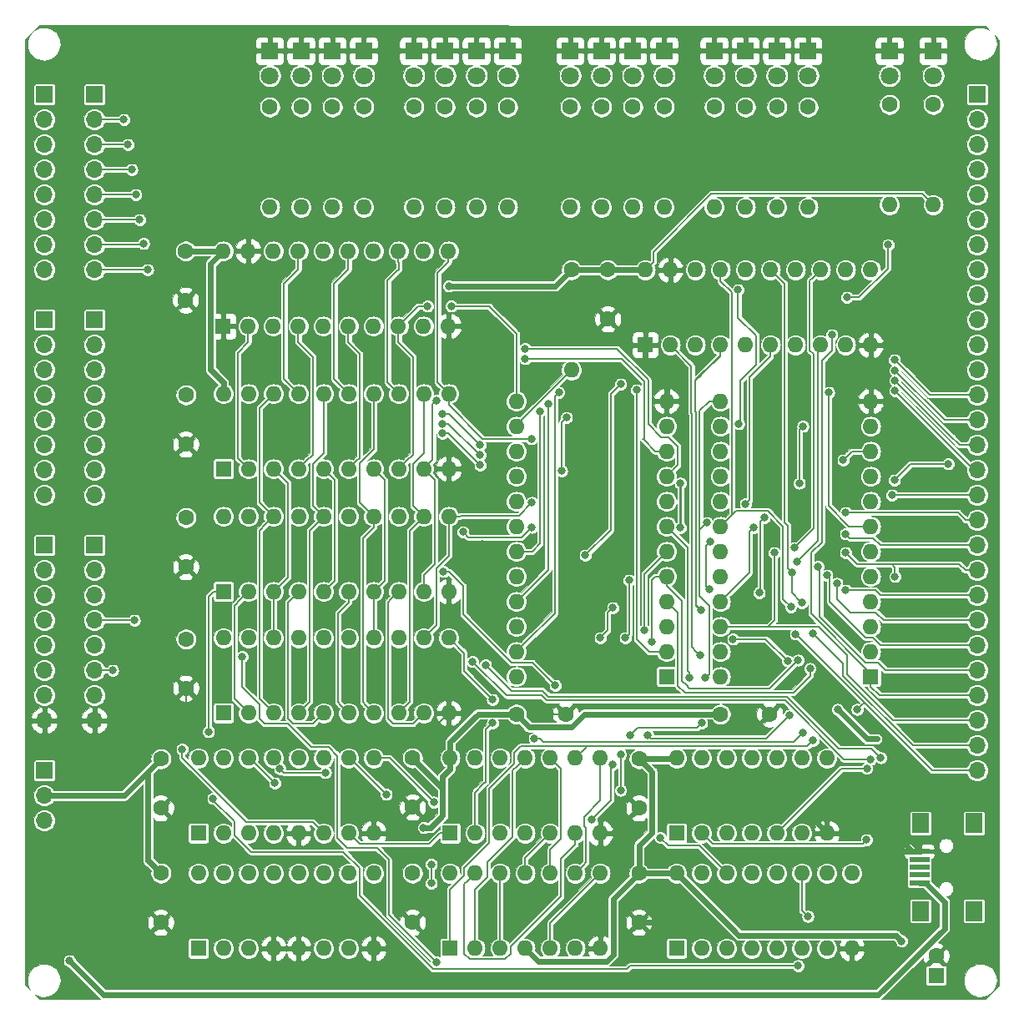
<source format=gbr>
G04 #@! TF.GenerationSoftware,KiCad,Pcbnew,(5.1.2)-2*
G04 #@! TF.CreationDate,2020-03-26T23:32:35+08:00*
G04 #@! TF.ProjectId,ALU1,414c5531-2e6b-4696-9361-645f70636258,rev?*
G04 #@! TF.SameCoordinates,Original*
G04 #@! TF.FileFunction,Copper,L1,Top*
G04 #@! TF.FilePolarity,Positive*
%FSLAX46Y46*%
G04 Gerber Fmt 4.6, Leading zero omitted, Abs format (unit mm)*
G04 Created by KiCad (PCBNEW (5.1.2)-2) date 2020-03-26 23:32:35*
%MOMM*%
%LPD*%
G04 APERTURE LIST*
%ADD10O,1.700000X1.700000*%
%ADD11R,1.700000X1.700000*%
%ADD12O,1.600000X1.600000*%
%ADD13R,1.600000X1.600000*%
%ADD14R,1.700000X2.000000*%
%ADD15R,2.000000X0.500000*%
%ADD16C,1.600000*%
%ADD17C,1.800000*%
%ADD18R,1.800000X1.800000*%
%ADD19C,0.800000*%
%ADD20C,0.600000*%
%ADD21C,0.200000*%
%ADD22C,0.250000*%
%ADD23C,0.100000*%
G04 APERTURE END LIST*
D10*
X78994000Y-125730000D03*
X78994000Y-123190000D03*
X78994000Y-120650000D03*
X78994000Y-118110000D03*
X78994000Y-115570000D03*
X78994000Y-113030000D03*
X78994000Y-110490000D03*
D11*
X78994000Y-107950000D03*
D12*
X142494000Y-144145000D03*
X157734000Y-116205000D03*
X142494000Y-141605000D03*
X157734000Y-118745000D03*
X142494000Y-139065000D03*
X157734000Y-121285000D03*
X142494000Y-136525000D03*
X157734000Y-123825000D03*
X142494000Y-133985000D03*
X157734000Y-126365000D03*
X142494000Y-131445000D03*
X157734000Y-128905000D03*
X142494000Y-128905000D03*
X157734000Y-131445000D03*
X142494000Y-126365000D03*
X157734000Y-133985000D03*
X142494000Y-123825000D03*
X157734000Y-136525000D03*
X142494000Y-121285000D03*
X157734000Y-139065000D03*
X142494000Y-118745000D03*
X157734000Y-141605000D03*
X142494000Y-116205000D03*
D13*
X157734000Y-144145000D03*
D14*
X168224000Y-159020000D03*
X162774000Y-159020000D03*
X168224000Y-167920000D03*
X162774000Y-167920000D03*
D15*
X162674000Y-161870000D03*
X162674000Y-162670000D03*
X162674000Y-163470000D03*
X162674000Y-164270000D03*
X162674000Y-165070000D03*
D12*
X92075000Y-127889000D03*
X114935000Y-135509000D03*
X94615000Y-127889000D03*
X112395000Y-135509000D03*
X97155000Y-127889000D03*
X109855000Y-135509000D03*
X99695000Y-127889000D03*
X107315000Y-135509000D03*
X102235000Y-127889000D03*
X104775000Y-135509000D03*
X104775000Y-127889000D03*
X102235000Y-135509000D03*
X107315000Y-127889000D03*
X99695000Y-135509000D03*
X109855000Y-127889000D03*
X97155000Y-135509000D03*
X112395000Y-127889000D03*
X94615000Y-135509000D03*
X114935000Y-127889000D03*
D13*
X92075000Y-135509000D03*
D12*
X134874000Y-102870000D03*
X157734000Y-110490000D03*
X137414000Y-102870000D03*
X155194000Y-110490000D03*
X139954000Y-102870000D03*
X152654000Y-110490000D03*
X142494000Y-102870000D03*
X150114000Y-110490000D03*
X145034000Y-102870000D03*
X147574000Y-110490000D03*
X147574000Y-102870000D03*
X145034000Y-110490000D03*
X150114000Y-102870000D03*
X142494000Y-110490000D03*
X152654000Y-102870000D03*
X139954000Y-110490000D03*
X155194000Y-102870000D03*
X137414000Y-110490000D03*
X157734000Y-102870000D03*
D13*
X134874000Y-110490000D03*
D12*
X92049600Y-100965000D03*
X114909600Y-108585000D03*
X94589600Y-100965000D03*
X112369600Y-108585000D03*
X97129600Y-100965000D03*
X109829600Y-108585000D03*
X99669600Y-100965000D03*
X107289600Y-108585000D03*
X102209600Y-100965000D03*
X104749600Y-108585000D03*
X104749600Y-100965000D03*
X102209600Y-108585000D03*
X107289600Y-100965000D03*
X99669600Y-108585000D03*
X109829600Y-100965000D03*
X97129600Y-108585000D03*
X112369600Y-100965000D03*
X94589600Y-108585000D03*
X114909600Y-100965000D03*
D13*
X92049600Y-108585000D03*
D12*
X138049000Y-164084000D03*
X155829000Y-171704000D03*
X140589000Y-164084000D03*
X153289000Y-171704000D03*
X143129000Y-164084000D03*
X150749000Y-171704000D03*
X145669000Y-164084000D03*
X148209000Y-171704000D03*
X148209000Y-164084000D03*
X145669000Y-171704000D03*
X150749000Y-164084000D03*
X143129000Y-171704000D03*
X153289000Y-164084000D03*
X140589000Y-171704000D03*
X155829000Y-164084000D03*
D13*
X138049000Y-171704000D03*
D12*
X89535000Y-152400000D03*
X107315000Y-160020000D03*
X92075000Y-152400000D03*
X104775000Y-160020000D03*
X94615000Y-152400000D03*
X102235000Y-160020000D03*
X97155000Y-152400000D03*
X99695000Y-160020000D03*
X99695000Y-152400000D03*
X97155000Y-160020000D03*
X102235000Y-152400000D03*
X94615000Y-160020000D03*
X104775000Y-152400000D03*
X92075000Y-160020000D03*
X107315000Y-152400000D03*
D13*
X89535000Y-160020000D03*
D12*
X89535000Y-164084000D03*
X107315000Y-171704000D03*
X92075000Y-164084000D03*
X104775000Y-171704000D03*
X94615000Y-164084000D03*
X102235000Y-171704000D03*
X97155000Y-164084000D03*
X99695000Y-171704000D03*
X99695000Y-164084000D03*
X97155000Y-171704000D03*
X102235000Y-164084000D03*
X94615000Y-171704000D03*
X104775000Y-164084000D03*
X92075000Y-171704000D03*
X107315000Y-164084000D03*
D13*
X89535000Y-171704000D03*
D12*
X92075000Y-140208000D03*
X114935000Y-147828000D03*
X94615000Y-140208000D03*
X112395000Y-147828000D03*
X97155000Y-140208000D03*
X109855000Y-147828000D03*
X99695000Y-140208000D03*
X107315000Y-147828000D03*
X102235000Y-140208000D03*
X104775000Y-147828000D03*
X104775000Y-140208000D03*
X102235000Y-147828000D03*
X107315000Y-140208000D03*
X99695000Y-147828000D03*
X109855000Y-140208000D03*
X97155000Y-147828000D03*
X112395000Y-140208000D03*
X94615000Y-147828000D03*
X114935000Y-140208000D03*
D13*
X92075000Y-147828000D03*
D12*
X138049000Y-152400000D03*
X153289000Y-160020000D03*
X140589000Y-152400000D03*
X150749000Y-160020000D03*
X143129000Y-152400000D03*
X148209000Y-160020000D03*
X145669000Y-152400000D03*
X145669000Y-160020000D03*
X148209000Y-152400000D03*
X143129000Y-160020000D03*
X150749000Y-152400000D03*
X140589000Y-160020000D03*
X153289000Y-152400000D03*
D13*
X138049000Y-160020000D03*
D12*
X115062000Y-152400000D03*
X130302000Y-160020000D03*
X117602000Y-152400000D03*
X127762000Y-160020000D03*
X120142000Y-152400000D03*
X125222000Y-160020000D03*
X122682000Y-152400000D03*
X122682000Y-160020000D03*
X125222000Y-152400000D03*
X120142000Y-160020000D03*
X127762000Y-152400000D03*
X117602000Y-160020000D03*
X130302000Y-152400000D03*
D13*
X115062000Y-160020000D03*
D12*
X115062000Y-164084000D03*
X130302000Y-171704000D03*
X117602000Y-164084000D03*
X127762000Y-171704000D03*
X120142000Y-164084000D03*
X125222000Y-171704000D03*
X122682000Y-164084000D03*
X122682000Y-171704000D03*
X125222000Y-164084000D03*
X120142000Y-171704000D03*
X127762000Y-164084000D03*
X117602000Y-171704000D03*
X130302000Y-164084000D03*
D13*
X115062000Y-171704000D03*
D12*
X121793000Y-144145000D03*
X137033000Y-116205000D03*
X121793000Y-141605000D03*
X137033000Y-118745000D03*
X121793000Y-139065000D03*
X137033000Y-121285000D03*
X121793000Y-136525000D03*
X137033000Y-123825000D03*
X121793000Y-133985000D03*
X137033000Y-126365000D03*
X121793000Y-131445000D03*
X137033000Y-128905000D03*
X121793000Y-128905000D03*
X137033000Y-131445000D03*
X121793000Y-126365000D03*
X137033000Y-133985000D03*
X121793000Y-123825000D03*
X137033000Y-136525000D03*
X121793000Y-121285000D03*
X137033000Y-139065000D03*
X121793000Y-118745000D03*
X137033000Y-141605000D03*
X121793000Y-116205000D03*
D13*
X137033000Y-144145000D03*
D12*
X92075000Y-115443000D03*
X114935000Y-123063000D03*
X94615000Y-115443000D03*
X112395000Y-123063000D03*
X97155000Y-115443000D03*
X109855000Y-123063000D03*
X99695000Y-115443000D03*
X107315000Y-123063000D03*
X102235000Y-115443000D03*
X104775000Y-123063000D03*
X104775000Y-115443000D03*
X102235000Y-123063000D03*
X107315000Y-115443000D03*
X99695000Y-123063000D03*
X109855000Y-115443000D03*
X97155000Y-123063000D03*
X112395000Y-115443000D03*
X94615000Y-123063000D03*
X114935000Y-115443000D03*
D13*
X92075000Y-123063000D03*
D12*
X151384000Y-96520000D03*
D16*
X151384000Y-86360000D03*
D12*
X148209000Y-96520000D03*
D16*
X148209000Y-86360000D03*
D12*
X145034000Y-96520000D03*
D16*
X145034000Y-86360000D03*
D12*
X141859000Y-96520000D03*
D16*
X141859000Y-86360000D03*
D12*
X136779000Y-96520000D03*
D16*
X136779000Y-86360000D03*
D12*
X133604000Y-96520000D03*
D16*
X133604000Y-86360000D03*
D12*
X130429000Y-96520000D03*
D16*
X130429000Y-86360000D03*
D12*
X127254000Y-96520000D03*
D16*
X127254000Y-86360000D03*
D12*
X120904000Y-96520000D03*
D16*
X120904000Y-86360000D03*
D12*
X117729000Y-96520000D03*
D16*
X117729000Y-86360000D03*
D12*
X114554000Y-96520000D03*
D16*
X114554000Y-86360000D03*
D12*
X111379000Y-96520000D03*
D16*
X111379000Y-86360000D03*
D12*
X106299000Y-96520000D03*
D16*
X106299000Y-86360000D03*
D12*
X103124000Y-96520000D03*
D16*
X103124000Y-86360000D03*
D12*
X99949000Y-96520000D03*
D16*
X99949000Y-86360000D03*
D12*
X96774000Y-96520000D03*
D16*
X96774000Y-86360000D03*
D12*
X164084000Y-96266000D03*
D16*
X164084000Y-86106000D03*
D12*
X159639000Y-96266000D03*
D16*
X159639000Y-86106000D03*
D12*
X127381000Y-113030000D03*
D16*
X127381000Y-102870000D03*
D17*
X164084000Y-83185000D03*
D18*
X164084000Y-80645000D03*
D17*
X159639000Y-83185000D03*
D18*
X159639000Y-80645000D03*
D10*
X73914000Y-158750000D03*
X73914000Y-156210000D03*
D11*
X73914000Y-153670000D03*
D10*
X73914000Y-148590000D03*
X73914000Y-146050000D03*
X73914000Y-143510000D03*
X73914000Y-140970000D03*
X73914000Y-138430000D03*
X73914000Y-135890000D03*
X73914000Y-133350000D03*
D11*
X73914000Y-130810000D03*
D10*
X78994000Y-102870000D03*
X78994000Y-100330000D03*
X78994000Y-97790000D03*
X78994000Y-95250000D03*
X78994000Y-92710000D03*
X78994000Y-90170000D03*
X78994000Y-87630000D03*
D11*
X78994000Y-85090000D03*
D10*
X168529000Y-153670000D03*
X168529000Y-151130000D03*
X168529000Y-148590000D03*
X168529000Y-146050000D03*
X168529000Y-143510000D03*
X168529000Y-140970000D03*
X168529000Y-138430000D03*
X168529000Y-135890000D03*
X168529000Y-133350000D03*
X168529000Y-130810000D03*
X168529000Y-128270000D03*
X168529000Y-125730000D03*
X168529000Y-123190000D03*
X168529000Y-120650000D03*
X168529000Y-118110000D03*
X168529000Y-115570000D03*
X168529000Y-113030000D03*
X168529000Y-110490000D03*
X168529000Y-107950000D03*
X168529000Y-105410000D03*
X168529000Y-102870000D03*
X168529000Y-100330000D03*
X168529000Y-97790000D03*
X168529000Y-95250000D03*
X168529000Y-92710000D03*
X168529000Y-90170000D03*
X168529000Y-87630000D03*
D11*
X168529000Y-85090000D03*
D10*
X78994000Y-148590000D03*
X78994000Y-146050000D03*
X78994000Y-143510000D03*
X78994000Y-140970000D03*
X78994000Y-138430000D03*
X78994000Y-135890000D03*
X78994000Y-133350000D03*
D11*
X78994000Y-130810000D03*
D10*
X73914000Y-125730000D03*
X73914000Y-123190000D03*
X73914000Y-120650000D03*
X73914000Y-118110000D03*
X73914000Y-115570000D03*
X73914000Y-113030000D03*
X73914000Y-110490000D03*
D11*
X73914000Y-107950000D03*
D10*
X73914000Y-102870000D03*
X73914000Y-100330000D03*
X73914000Y-97790000D03*
X73914000Y-95250000D03*
X73914000Y-92710000D03*
X73914000Y-90170000D03*
X73914000Y-87630000D03*
D11*
X73914000Y-85090000D03*
D17*
X151384000Y-83185000D03*
D18*
X151384000Y-80645000D03*
D17*
X148209000Y-83185000D03*
D18*
X148209000Y-80645000D03*
D17*
X145034000Y-83185000D03*
D18*
X145034000Y-80645000D03*
D17*
X141859000Y-83185000D03*
D18*
X141859000Y-80645000D03*
D17*
X136779000Y-83185000D03*
D18*
X136779000Y-80645000D03*
D17*
X133604000Y-83185000D03*
D18*
X133604000Y-80645000D03*
D17*
X130429000Y-83185000D03*
D18*
X130429000Y-80645000D03*
D17*
X127254000Y-83185000D03*
D18*
X127254000Y-80645000D03*
D17*
X120904000Y-83185000D03*
D18*
X120904000Y-80645000D03*
D17*
X117729000Y-83185000D03*
D18*
X117729000Y-80645000D03*
D17*
X114554000Y-83185000D03*
D18*
X114554000Y-80645000D03*
D17*
X111379000Y-83185000D03*
D18*
X111379000Y-80645000D03*
D17*
X106299000Y-83185000D03*
D18*
X106299000Y-80645000D03*
D17*
X103124000Y-83185000D03*
D18*
X103124000Y-80645000D03*
D17*
X99949000Y-83185000D03*
D18*
X99949000Y-80645000D03*
D17*
X96774000Y-83185000D03*
D18*
X96774000Y-80645000D03*
D16*
X164374000Y-172470000D03*
D13*
X164374000Y-174470000D03*
D16*
X131064000Y-107870000D03*
X131064000Y-102870000D03*
X88239600Y-105965000D03*
X88239600Y-100965000D03*
X134239000Y-169084000D03*
X134239000Y-164084000D03*
X88265000Y-120570000D03*
X88265000Y-115570000D03*
X88265000Y-133016000D03*
X88265000Y-128016000D03*
X134239000Y-157480000D03*
X134239000Y-152480000D03*
X147494000Y-147955000D03*
X142494000Y-147955000D03*
X85725000Y-157480000D03*
X85725000Y-152480000D03*
X88265000Y-145335000D03*
X88265000Y-140335000D03*
X111252000Y-169084000D03*
X111252000Y-164084000D03*
X126793000Y-147955000D03*
X121793000Y-147955000D03*
X85725000Y-169084000D03*
X85725000Y-164084000D03*
X111252000Y-157400000D03*
X111252000Y-152400000D03*
D19*
X154374000Y-147470000D03*
X109487672Y-162423894D03*
X97810475Y-150033525D03*
X117374000Y-146470000D03*
X139374000Y-168470000D03*
X144374000Y-168470000D03*
X152374000Y-157470000D03*
X120374000Y-109470000D03*
X119710475Y-121133525D03*
X119374000Y-119315000D03*
X118374000Y-126470000D03*
X118374000Y-130705001D03*
X118374000Y-134470000D03*
X114374000Y-121470000D03*
X102108000Y-149860000D03*
X125857000Y-140208000D03*
X149225000Y-157480000D03*
X144272000Y-157480000D03*
X122174000Y-168402000D03*
X121285000Y-162433000D03*
X146304000Y-141986000D03*
X99695000Y-145034000D03*
X94996000Y-145034000D03*
X109982000Y-145034000D03*
X107315000Y-133477000D03*
X147447000Y-118491000D03*
X147574000Y-107315000D03*
X136779000Y-92710000D03*
X136779000Y-91440000D03*
X138176000Y-91440000D03*
X138176000Y-92710000D03*
X159639000Y-92710000D03*
X159639000Y-91567000D03*
X158496000Y-91567000D03*
X158496000Y-92710000D03*
X94107000Y-80645000D03*
X92964000Y-80645000D03*
X92964000Y-81788000D03*
X139319000Y-80518000D03*
X124079000Y-80645000D03*
X155575000Y-80518000D03*
X161798000Y-80518000D03*
X132842000Y-128905000D03*
X147447000Y-121158000D03*
X132842000Y-142621000D03*
X146431000Y-138049000D03*
X155194000Y-133858000D03*
X155194000Y-124841000D03*
X147447000Y-123698000D03*
X132842000Y-125603000D03*
X134874000Y-126746000D03*
X165862000Y-114681000D03*
X155956000Y-108204000D03*
X118872000Y-99187000D03*
X116332000Y-112141000D03*
X118110000Y-117094000D03*
X92075000Y-119253000D03*
X141224000Y-117602000D03*
X144526000Y-121158000D03*
X118872000Y-169926000D03*
X89535000Y-167259000D03*
X90678000Y-167259000D03*
X90678000Y-168529000D03*
X73660000Y-165735000D03*
X74676000Y-165735000D03*
X74676000Y-166751000D03*
X73660000Y-166751000D03*
X97028000Y-133477000D03*
X78994000Y-128143000D03*
X73914000Y-128143000D03*
X123952000Y-158242000D03*
X157524000Y-157470000D03*
X120142000Y-157988000D03*
X106553000Y-162433000D03*
X153543000Y-137795000D03*
X148971000Y-138049000D03*
X102235000Y-126111000D03*
X114935000Y-104521000D03*
X112374000Y-159470000D03*
X160874000Y-170970000D03*
X84380060Y-102870000D03*
X83980050Y-100203000D03*
X83580040Y-97790000D03*
X83180030Y-95250000D03*
X113704311Y-116110390D03*
X82780020Y-92710000D03*
X82380010Y-90170000D03*
X81980000Y-87630000D03*
X80844001Y-143510000D03*
X83044022Y-138430000D03*
X113157000Y-165100000D03*
X113157000Y-163184000D03*
X150114000Y-139827000D03*
X149644976Y-137071976D03*
X156374000Y-147469978D03*
X123615682Y-150412682D03*
X150897149Y-149819882D03*
X149733000Y-133539000D03*
X151892000Y-139765000D03*
X150749000Y-136652000D03*
X150033001Y-131064000D03*
X147955000Y-131572000D03*
X153797000Y-109474000D03*
X152400000Y-132969000D03*
X150241000Y-132461000D03*
X153289000Y-133858000D03*
X145034000Y-126615999D03*
X141478000Y-130429000D03*
X141351000Y-135255000D03*
X154305000Y-134682000D03*
X140524000Y-137414000D03*
X140462000Y-141986000D03*
X155194000Y-135382000D03*
X151892000Y-150622000D03*
X160209001Y-133985000D03*
X155194000Y-131572000D03*
X145839001Y-129032000D03*
X155194000Y-129667000D03*
X146939000Y-128016000D03*
X146431000Y-135636000D03*
X155194000Y-127508000D03*
X159893000Y-125730000D03*
X124192975Y-117207975D03*
X160209001Y-115149611D03*
X160209000Y-114121356D03*
X124997976Y-116459000D03*
X160209000Y-113074661D03*
X126097975Y-115302975D03*
X160147000Y-112014000D03*
X133985000Y-115062000D03*
X160147000Y-124206000D03*
X157316883Y-160691117D03*
X123374000Y-129004999D03*
X116374000Y-129470000D03*
X138430000Y-129032000D03*
X138430000Y-124522000D03*
X165609100Y-122555000D03*
X157339683Y-153446890D03*
X139319018Y-144272000D03*
X158760052Y-152372342D03*
X118668475Y-142951525D03*
X117348000Y-142621000D03*
X157735583Y-152528583D03*
X113411000Y-156878050D03*
X108585000Y-156078030D03*
X97282000Y-154940000D03*
X144290982Y-104894755D03*
X144337000Y-118491000D03*
X132374000Y-114470000D03*
X159511525Y-100332475D03*
X128778000Y-131826000D03*
X155321000Y-105664000D03*
X125730011Y-145034000D03*
X114374036Y-133470000D03*
X136374000Y-160470000D03*
X132374008Y-155678020D03*
X132374000Y-152049000D03*
X112776000Y-106553000D03*
X115189000Y-106553000D03*
X129413000Y-158623000D03*
X131526881Y-153077989D03*
X133350000Y-150093490D03*
X140970000Y-144272000D03*
X140589000Y-148855000D03*
X141097000Y-128524000D03*
X114300000Y-119475006D03*
X118110000Y-122682000D03*
X114300000Y-118475003D03*
X118111492Y-121660760D03*
X150495000Y-124525000D03*
X150853999Y-118745000D03*
X122682000Y-111887000D03*
X118105493Y-120660776D03*
X114300000Y-117475000D03*
X154940000Y-122174000D03*
X122682000Y-110871000D03*
X123317000Y-120015000D03*
X123374000Y-126470000D03*
X134747000Y-139446000D03*
X135128000Y-150093490D03*
X149479000Y-148082000D03*
X135509000Y-140589000D03*
X133223000Y-134366000D03*
X132842000Y-140208000D03*
X150374000Y-142470000D03*
X151583337Y-143322290D03*
X131572000Y-137160000D03*
X130302000Y-140208000D03*
X143764000Y-140335000D03*
X149302810Y-142551240D03*
X113665000Y-173101000D03*
X93980000Y-142113000D03*
X119374000Y-146470000D03*
X119374000Y-148855000D03*
X97790000Y-153478000D03*
X102414820Y-153878010D03*
X91020024Y-156502976D03*
X90551000Y-149733000D03*
X150374000Y-173470000D03*
X151374000Y-168470000D03*
X76454000Y-172974000D03*
X153474010Y-115316000D03*
X126397976Y-123273999D03*
X126873000Y-117859001D03*
X87884000Y-151500000D03*
D20*
X158374000Y-150470000D02*
X157374000Y-150470000D01*
X157374000Y-150470000D02*
X154374000Y-147470000D01*
D21*
X110452001Y-168284001D02*
X111252000Y-169084000D01*
X110151999Y-167983999D02*
X110452001Y-168284001D01*
X110151999Y-163088221D02*
X110151999Y-167983999D01*
X109487672Y-162423894D02*
X110151999Y-163088221D01*
X125661630Y-147955000D02*
X124561629Y-146854999D01*
X126793000Y-147955000D02*
X125661630Y-147955000D01*
X124561629Y-146854999D02*
X121264999Y-146854999D01*
X121264999Y-146854999D02*
X120765008Y-147354990D01*
X120765008Y-147354990D02*
X118258990Y-147354990D01*
X118258990Y-147354990D02*
X117374000Y-146470000D01*
D20*
X134239000Y-169084000D02*
X138760000Y-169084000D01*
X138760000Y-169084000D02*
X139374000Y-168470000D01*
X150941999Y-169370001D02*
X153473999Y-169370001D01*
X144374000Y-168470000D02*
X150041998Y-168470000D01*
X150041998Y-168470000D02*
X150941999Y-169370001D01*
X160974000Y-161870000D02*
X162674000Y-161870000D01*
X153473999Y-169370001D02*
X160974000Y-161870000D01*
X159660053Y-158656055D02*
X159660053Y-151756053D01*
X162674000Y-161870000D02*
X162674000Y-161670002D01*
X162674000Y-161670002D02*
X159660053Y-158656055D01*
X161924000Y-161870000D02*
X157524000Y-157470000D01*
X162674000Y-161870000D02*
X161924000Y-161870000D01*
X157524000Y-157470000D02*
X152374000Y-157470000D01*
X152374000Y-159105000D02*
X153289000Y-160020000D01*
X152374000Y-157470000D02*
X152374000Y-159105000D01*
X119710475Y-121133525D02*
X119710475Y-125133525D01*
X119710475Y-125133525D02*
X118374000Y-126470000D01*
X118374000Y-130705001D02*
X118374000Y-134470000D01*
X119710475Y-123133525D02*
X119710475Y-121133525D01*
D21*
X114935000Y-147828000D02*
X112903000Y-149860000D01*
X112903000Y-149860000D02*
X102673685Y-149860000D01*
X102673685Y-149860000D02*
X102108000Y-149860000D01*
X97244790Y-150033525D02*
X97810475Y-150033525D01*
X96845314Y-150433001D02*
X97244790Y-150033525D01*
X90214999Y-150433001D02*
X96845314Y-150433001D01*
X88265000Y-148483002D02*
X90214999Y-150433001D01*
X88265000Y-145335000D02*
X88265000Y-148483002D01*
D20*
X137033000Y-115073630D02*
X137033000Y-116205000D01*
X137033000Y-114049000D02*
X137033000Y-115073630D01*
X134874000Y-111890000D02*
X137033000Y-114049000D01*
X134874000Y-110490000D02*
X134874000Y-111890000D01*
X157524000Y-157470000D02*
X157524000Y-157470000D01*
X127381000Y-102870000D02*
X126581001Y-103669999D01*
X126581001Y-103669999D02*
X125730000Y-104521000D01*
X125730000Y-104521000D02*
X114935000Y-104521000D01*
X127381000Y-102870000D02*
X131064000Y-102870000D01*
X131064000Y-102870000D02*
X134874000Y-102870000D01*
X90749599Y-102265001D02*
X92049600Y-100965000D01*
X90749599Y-112986229D02*
X90749599Y-102265001D01*
X92075000Y-115443000D02*
X92075000Y-114311630D01*
X92075000Y-114311630D02*
X90749599Y-112986229D01*
X92049600Y-100965000D02*
X88239600Y-100965000D01*
X81995000Y-156210000D02*
X85725000Y-152480000D01*
X73914000Y-156210000D02*
X81995000Y-156210000D01*
X84925001Y-153279999D02*
X85725000Y-152480000D01*
X84424999Y-153780001D02*
X84925001Y-153279999D01*
X84424999Y-162783999D02*
X84424999Y-153780001D01*
X85725000Y-164084000D02*
X84424999Y-162783999D01*
X123481999Y-172503999D02*
X122682000Y-171704000D01*
X123982001Y-173004001D02*
X123481999Y-172503999D01*
X130926001Y-173004001D02*
X123982001Y-173004001D01*
X131602001Y-172328001D02*
X130926001Y-173004001D01*
X131602001Y-166720999D02*
X131602001Y-172328001D01*
X134239000Y-164084000D02*
X131602001Y-166720999D01*
X134239000Y-164084000D02*
X138049000Y-164084000D01*
X111252000Y-152400000D02*
X114322000Y-155470000D01*
X114322000Y-158259998D02*
X113111998Y-159470000D01*
X113111998Y-159470000D02*
X112374000Y-159470000D01*
X115062000Y-152400000D02*
X115062000Y-150782000D01*
X117889000Y-147955000D02*
X121793000Y-147955000D01*
X115062000Y-150782000D02*
X117889000Y-147955000D01*
X137969000Y-152480000D02*
X138049000Y-152400000D01*
X134239000Y-152480000D02*
X137969000Y-152480000D01*
X134239000Y-162952630D02*
X134239000Y-164084000D01*
X134239000Y-161272998D02*
X134239000Y-162952630D01*
X135539001Y-159972997D02*
X134239000Y-161272998D01*
X135539001Y-153780001D02*
X135539001Y-159972997D01*
X134239000Y-152480000D02*
X135539001Y-153780001D01*
X138049000Y-164084000D02*
X144368999Y-170403999D01*
X144368999Y-170403999D02*
X160307999Y-170403999D01*
X160307999Y-170403999D02*
X160874000Y-170970000D01*
X114322000Y-154271370D02*
X114322000Y-155724000D01*
X115062000Y-153531370D02*
X114322000Y-154271370D01*
X115062000Y-152400000D02*
X115062000Y-153531370D01*
X114322000Y-155470000D02*
X114322000Y-155724000D01*
X114322000Y-155724000D02*
X114322000Y-158259998D01*
X122592999Y-148754999D02*
X121793000Y-147955000D01*
X123093001Y-149255001D02*
X122592999Y-148754999D01*
X127417001Y-149255001D02*
X123093001Y-149255001D01*
X128717002Y-147955000D02*
X127417001Y-149255001D01*
X142494000Y-147955000D02*
X128717002Y-147955000D01*
D21*
X135673999Y-102070001D02*
X134874000Y-102870000D01*
X135673999Y-101076999D02*
X135673999Y-102070001D01*
X141584999Y-95165999D02*
X135673999Y-101076999D01*
X162983999Y-95165999D02*
X141584999Y-95165999D01*
X164084000Y-96266000D02*
X162983999Y-95165999D01*
X97954999Y-123862999D02*
X97155000Y-123063000D01*
X98594999Y-124502999D02*
X97954999Y-123862999D01*
X98594999Y-134069001D02*
X98594999Y-124502999D01*
X97155000Y-135509000D02*
X98594999Y-134069001D01*
X97155000Y-136640370D02*
X97155000Y-140208000D01*
X97155000Y-135509000D02*
X97155000Y-136640370D01*
X78994000Y-102870000D02*
X84380060Y-102870000D01*
X78994000Y-100330000D02*
X83853050Y-100330000D01*
X83853050Y-100330000D02*
X83980050Y-100203000D01*
X103034999Y-123862999D02*
X102235000Y-123063000D01*
X103335001Y-124163001D02*
X103034999Y-123862999D01*
X103335001Y-134408999D02*
X103335001Y-124163001D01*
X102235000Y-135509000D02*
X103335001Y-134408999D01*
X78994000Y-97790000D02*
X83580040Y-97790000D01*
X108114999Y-123862999D02*
X107315000Y-123063000D01*
X108415001Y-124163001D02*
X108114999Y-123862999D01*
X108415001Y-134408999D02*
X108415001Y-124163001D01*
X107315000Y-135509000D02*
X108415001Y-134408999D01*
X107315000Y-136640370D02*
X107315000Y-140208000D01*
X107315000Y-135509000D02*
X107315000Y-136640370D01*
X78994000Y-95250000D02*
X83180030Y-95250000D01*
X113194999Y-122263001D02*
X112395000Y-123063000D01*
X113304312Y-122153688D02*
X113194999Y-122263001D01*
X113304312Y-116510389D02*
X113304312Y-122153688D01*
X113704311Y-116110390D02*
X113304312Y-116510389D01*
X113495001Y-132747261D02*
X113495001Y-124163001D01*
X113495001Y-124163001D02*
X113194999Y-123862999D01*
X113194999Y-123862999D02*
X112395000Y-123063000D01*
X112395000Y-135509000D02*
X112395000Y-133847262D01*
X112395000Y-133847262D02*
X113495001Y-132747261D01*
X78994000Y-92710000D02*
X82780020Y-92710000D01*
X111595001Y-127089001D02*
X112395000Y-127889000D01*
X111294999Y-126788999D02*
X111595001Y-127089001D01*
X111294999Y-122534999D02*
X111294999Y-126788999D01*
X112395000Y-121434998D02*
X111294999Y-122534999D01*
X112395000Y-115443000D02*
X112395000Y-121434998D01*
X110654999Y-147028001D02*
X109855000Y-147828000D01*
X110955001Y-146727999D02*
X110654999Y-147028001D01*
X110955001Y-129328999D02*
X110955001Y-146727999D01*
X112395000Y-127889000D02*
X110955001Y-129328999D01*
X78994000Y-90170000D02*
X82380010Y-90170000D01*
X107315000Y-116574370D02*
X107315000Y-115443000D01*
X107315000Y-121088698D02*
X107315000Y-116574370D01*
X105875001Y-122528697D02*
X107315000Y-121088698D01*
X105875001Y-126449001D02*
X105875001Y-122528697D01*
X107315000Y-127889000D02*
X105875001Y-126449001D01*
X106515001Y-147028001D02*
X107315000Y-147828000D01*
X106214999Y-146727999D02*
X106515001Y-147028001D01*
X106214999Y-130120371D02*
X106214999Y-146727999D01*
X107315000Y-129020370D02*
X106214999Y-130120371D01*
X107315000Y-127889000D02*
X107315000Y-129020370D01*
X78994000Y-87630000D02*
X81980000Y-87630000D01*
X101435001Y-127089001D02*
X102235000Y-127889000D01*
X101134999Y-126788999D02*
X101435001Y-127089001D01*
X101134999Y-122534999D02*
X101134999Y-126788999D01*
X102235000Y-121434998D02*
X101134999Y-122534999D01*
X102235000Y-115443000D02*
X102235000Y-121434998D01*
X100494999Y-147028001D02*
X99695000Y-147828000D01*
X100795001Y-146727999D02*
X100494999Y-147028001D01*
X100795001Y-129328999D02*
X100795001Y-146727999D01*
X102235000Y-127889000D02*
X100795001Y-129328999D01*
X96355001Y-127089001D02*
X97155000Y-127889000D01*
X95715001Y-126449001D02*
X96355001Y-127089001D01*
X95715001Y-116882999D02*
X95715001Y-126449001D01*
X97155000Y-115443000D02*
X95715001Y-116882999D01*
X96355001Y-128688999D02*
X97155000Y-127889000D01*
X95715001Y-129328999D02*
X96355001Y-128688999D01*
X95715001Y-146388001D02*
X95715001Y-129328999D01*
X97155000Y-147828000D02*
X95715001Y-146388001D01*
X78994000Y-143510000D02*
X80844001Y-143510000D01*
X78994000Y-138430000D02*
X83044022Y-138430000D01*
X113157000Y-165100000D02*
X113157000Y-164360998D01*
X113157000Y-163184000D02*
X113157000Y-165100000D01*
X121882001Y-153199999D02*
X122682000Y-152400000D01*
X121412000Y-153670000D02*
X121882001Y-153199999D01*
X121412000Y-160378002D02*
X121412000Y-153670000D01*
X118872000Y-162918002D02*
X121412000Y-160378002D01*
X118872000Y-164442002D02*
X118872000Y-162918002D01*
X117602000Y-165712002D02*
X118872000Y-164442002D01*
X117602000Y-171704000D02*
X117602000Y-165712002D01*
X149644976Y-137071976D02*
X148844000Y-136271000D01*
X143293999Y-128105001D02*
X142494000Y-128905000D01*
X147275001Y-127315999D02*
X144083001Y-127315999D01*
X148844000Y-128884998D02*
X147275001Y-127315999D01*
X148844000Y-136271000D02*
X148844000Y-128884998D01*
X144083001Y-127315999D02*
X143637000Y-127762000D01*
X143637000Y-127762000D02*
X143293999Y-128105001D01*
X150144601Y-139827000D02*
X150114000Y-139827000D01*
X157177800Y-146860200D02*
X150144601Y-139827000D01*
X156983778Y-146860200D02*
X156773999Y-147069979D01*
X157177800Y-146860200D02*
X156983778Y-146860200D01*
X156773999Y-147069979D02*
X156374000Y-147469978D01*
X159893000Y-149575399D02*
X157177800Y-146860200D01*
X168529000Y-153670000D02*
X163987600Y-153670000D01*
X163987600Y-153670000D02*
X159893000Y-149575399D01*
X123615682Y-150412682D02*
X124181367Y-150412682D01*
X124181367Y-150412682D02*
X124562175Y-150793490D01*
X149923541Y-150793490D02*
X150897149Y-149819882D01*
X124562175Y-150793490D02*
X149923541Y-150793490D01*
X142494000Y-102870000D02*
X142494000Y-104001370D01*
X142494000Y-104001370D02*
X143637000Y-105144370D01*
X143637000Y-105144370D02*
X143637000Y-127762000D01*
X149333001Y-133139001D02*
X149733000Y-133539000D01*
X149333001Y-128808300D02*
X149333001Y-133139001D01*
X149013999Y-128489298D02*
X149333001Y-128808300D01*
X147574000Y-102870000D02*
X149013999Y-104309999D01*
X149013999Y-104309999D02*
X149013999Y-128489298D01*
X154920990Y-142793990D02*
X151892000Y-139765000D01*
X154920990Y-144037691D02*
X154920990Y-142793990D01*
X168529000Y-151130000D02*
X162013299Y-151130000D01*
X162013299Y-151130000D02*
X154920990Y-144037691D01*
X150622000Y-136525000D02*
X150749000Y-136652000D01*
X149733000Y-135636000D02*
X150622000Y-136525000D01*
X149733000Y-133539000D02*
X149733000Y-135636000D01*
X147955000Y-138430000D02*
X147320000Y-139065000D01*
X147955000Y-131572000D02*
X147955000Y-138430000D01*
X147320000Y-139065000D02*
X142494000Y-139065000D01*
X151854001Y-103669999D02*
X152654000Y-102870000D01*
X151553999Y-103970001D02*
X151854001Y-103669999D01*
X151973990Y-111437992D02*
X151553999Y-111018001D01*
X151973990Y-129123011D02*
X151973990Y-111437992D01*
X151553999Y-111018001D02*
X151553999Y-103970001D01*
X150033001Y-131064000D02*
X151973990Y-129123011D01*
X152019000Y-139065000D02*
X147320000Y-139065000D01*
X152434601Y-139065000D02*
X152019000Y-139065000D01*
X155321000Y-141951399D02*
X152434601Y-139065000D01*
X155321000Y-143872002D02*
X155321000Y-141951399D01*
X160038998Y-148590000D02*
X155321000Y-143872002D01*
X168529000Y-148590000D02*
X160038998Y-148590000D01*
X157734000Y-145145000D02*
X157734000Y-144145000D01*
X168529000Y-146050000D02*
X158639000Y-146050000D01*
X158639000Y-146050000D02*
X157734000Y-145145000D01*
X157734000Y-143798701D02*
X157734000Y-144145000D01*
X151699999Y-137764700D02*
X157734000Y-143798701D01*
X151699999Y-131567700D02*
X151699999Y-137764700D01*
X152774010Y-130493689D02*
X151699999Y-131567700D01*
X152774010Y-112069990D02*
X152774010Y-130493689D01*
X153797000Y-111047000D02*
X152774010Y-112069990D01*
X153797000Y-109474000D02*
X153797000Y-111047000D01*
X152588999Y-133157999D02*
X152400000Y-132969000D01*
X152588999Y-138088001D02*
X152588999Y-133157999D01*
X157205999Y-142705001D02*
X152588999Y-138088001D01*
X158453001Y-142705001D02*
X157205999Y-142705001D01*
X168529000Y-143510000D02*
X159258000Y-143510000D01*
X159258000Y-143510000D02*
X158453001Y-142705001D01*
X152374000Y-130328000D02*
X150241000Y-132461000D01*
X152374000Y-110770000D02*
X152374000Y-130328000D01*
X152654000Y-110490000D02*
X152374000Y-110770000D01*
X147574000Y-111621370D02*
X145415000Y-113780370D01*
X147574000Y-110490000D02*
X147574000Y-111621370D01*
X145415000Y-113780370D02*
X145415000Y-126234999D01*
X145415000Y-126234999D02*
X145034000Y-126615999D01*
X141078001Y-134982001D02*
X141351000Y-135255000D01*
X141478000Y-130429000D02*
X141078001Y-130828999D01*
X141078001Y-130828999D02*
X141078001Y-134982001D01*
X153543000Y-134112000D02*
X153289000Y-133858000D01*
X153543000Y-136502002D02*
X153543000Y-134112000D01*
X157205999Y-140165001D02*
X153543000Y-136502002D01*
X157945001Y-140165001D02*
X157205999Y-140165001D01*
X168529000Y-140970000D02*
X158750000Y-140970000D01*
X158750000Y-140970000D02*
X157945001Y-140165001D01*
X142494000Y-110490000D02*
X142494000Y-111621370D01*
X140456185Y-113659185D02*
X140138685Y-113976685D01*
X140646685Y-113468685D02*
X140456185Y-113659185D01*
X142494000Y-111621370D02*
X140646685Y-113468685D01*
X140061990Y-136951990D02*
X140524000Y-137414000D01*
X140646685Y-113468685D02*
X140061990Y-114053380D01*
X159067000Y-138430000D02*
X168529000Y-138430000D01*
X158262001Y-137625001D02*
X159067000Y-138430000D01*
X155659001Y-137625001D02*
X158262001Y-137625001D01*
X154305000Y-136271000D02*
X155659001Y-137625001D01*
X154305000Y-134682000D02*
X154305000Y-136271000D01*
X142378630Y-111621370D02*
X139954002Y-114045998D01*
X142494000Y-111621370D02*
X142378630Y-111621370D01*
X139954002Y-117252283D02*
X139992020Y-117290301D01*
X139954002Y-114045998D02*
X139954002Y-117252283D01*
X139992020Y-136882020D02*
X140524000Y-137414000D01*
X139992020Y-117290301D02*
X139992020Y-136882020D01*
X140062001Y-141586001D02*
X140462000Y-141986000D01*
X139592010Y-141116010D02*
X140062001Y-141586001D01*
X139553992Y-117417972D02*
X139592010Y-117455990D01*
X139553992Y-112629992D02*
X139553992Y-117417972D01*
X137414000Y-110490000D02*
X139553992Y-112629992D01*
X139592010Y-117455990D02*
X139592010Y-141116010D01*
X158219002Y-135382000D02*
X155759685Y-135382000D01*
X158727002Y-135890000D02*
X158219002Y-135382000D01*
X155759685Y-135382000D02*
X155194000Y-135382000D01*
X168529000Y-135890000D02*
X158727002Y-135890000D01*
X128841500Y-151320500D02*
X127762000Y-152400000D01*
X128841500Y-151193500D02*
X128841500Y-151320500D01*
X115062000Y-165712002D02*
X115062000Y-171704000D01*
X116501999Y-164272003D02*
X115062000Y-165712002D01*
X116501999Y-163491999D02*
X116501999Y-164272003D01*
X116565999Y-163491999D02*
X116501999Y-163491999D01*
X128841500Y-151193500D02*
X122260498Y-151193500D01*
X122260498Y-151193500D02*
X121581999Y-151871999D01*
X121581999Y-151871999D02*
X121581999Y-152934303D01*
X121581999Y-152934303D02*
X119041999Y-155474303D01*
X119041999Y-155474303D02*
X119041999Y-161015999D01*
X119041999Y-161015999D02*
X116565999Y-163491999D01*
X128841500Y-151193500D02*
X151320500Y-151193500D01*
X151320500Y-151193500D02*
X151892000Y-150622000D01*
X167326919Y-133350000D02*
X168529000Y-133350000D01*
X166710918Y-132733999D02*
X167326919Y-133350000D01*
X160209001Y-133031001D02*
X159911999Y-132733999D01*
X160209001Y-133985000D02*
X160209001Y-133031001D01*
X159911999Y-132733999D02*
X166710918Y-132733999D01*
X156355999Y-132733999D02*
X155593999Y-131971999D01*
X159911999Y-132733999D02*
X156355999Y-132733999D01*
X155593999Y-131971999D02*
X155194000Y-131572000D01*
X143293999Y-135725001D02*
X142494000Y-136525000D01*
X145439002Y-133579998D02*
X143293999Y-135725001D01*
X145439002Y-129431999D02*
X145439002Y-133579998D01*
X145839001Y-129032000D02*
X145439002Y-129431999D01*
X155593999Y-130066999D02*
X155194000Y-129667000D01*
X157984001Y-130066999D02*
X155593999Y-130066999D01*
X158727002Y-130810000D02*
X157984001Y-130066999D01*
X168529000Y-130810000D02*
X158727002Y-130810000D01*
X146939000Y-128016000D02*
X146539001Y-128415999D01*
X146539001Y-128415999D02*
X146539001Y-135527999D01*
X146539001Y-135527999D02*
X146431000Y-135636000D01*
X168529000Y-128270000D02*
X167386000Y-128270000D01*
X167894000Y-128270000D02*
X167386000Y-128270000D01*
X167386000Y-128270000D02*
X166624000Y-127508000D01*
X166624000Y-127508000D02*
X155759685Y-127508000D01*
X155759685Y-127508000D02*
X155194000Y-127508000D01*
X168529000Y-125730000D02*
X167386000Y-125730000D01*
X167894000Y-125730000D02*
X167386000Y-125730000D01*
X167386000Y-125730000D02*
X159893000Y-125730000D01*
X123399000Y-131445000D02*
X121793000Y-131445000D01*
X124192975Y-117207975D02*
X124192975Y-130651025D01*
X124192975Y-130651025D02*
X123399000Y-131445000D01*
X168249390Y-123190000D02*
X168529000Y-123190000D01*
X160209001Y-115149611D02*
X168249390Y-123190000D01*
X124997976Y-133320024D02*
X121793000Y-136525000D01*
X124997976Y-116459000D02*
X124997976Y-133320024D01*
X166737644Y-120650000D02*
X165791822Y-119704178D01*
X168529000Y-120650000D02*
X166737644Y-120650000D01*
X165887645Y-119800001D02*
X165791822Y-119704178D01*
X165791822Y-119704178D02*
X160209000Y-114121356D01*
X165244339Y-118110000D02*
X160209000Y-113074661D01*
X122592999Y-140805001D02*
X121793000Y-141605000D01*
X125697976Y-137700024D02*
X122592999Y-140805001D01*
X125697976Y-115702974D02*
X125697976Y-137700024D01*
X126097975Y-115302975D02*
X125697976Y-115702974D01*
X168529000Y-118110000D02*
X167640000Y-118110000D01*
X167894000Y-118110000D02*
X167640000Y-118110000D01*
X167640000Y-118110000D02*
X165244339Y-118110000D01*
X163703000Y-115570000D02*
X160147000Y-112014000D01*
X135255000Y-141605000D02*
X137033000Y-141605000D01*
X133985000Y-115062000D02*
X133985000Y-140335000D01*
X133985000Y-140335000D02*
X135255000Y-141605000D01*
X167326919Y-115570000D02*
X167259000Y-115570000D01*
X168529000Y-115570000D02*
X167326919Y-115570000D01*
X167894000Y-115570000D02*
X167259000Y-115570000D01*
X167259000Y-115570000D02*
X163703000Y-115570000D01*
X141689001Y-161120001D02*
X156887999Y-161120001D01*
X156916884Y-161091116D02*
X157316883Y-160691117D01*
X140589000Y-160020000D02*
X141689001Y-161120001D01*
X156887999Y-161120001D02*
X156916884Y-161091116D01*
X116909001Y-130005001D02*
X116374000Y-129470000D01*
X122321001Y-130005001D02*
X116909001Y-130005001D01*
X123374000Y-129004999D02*
X123321003Y-129004999D01*
X123321003Y-129004999D02*
X122321001Y-130005001D01*
D22*
X138430000Y-129032000D02*
X138430000Y-124522000D01*
D21*
X160147000Y-124206000D02*
X161798000Y-122555000D01*
X161798000Y-122555000D02*
X165609100Y-122555000D01*
X154782110Y-153446890D02*
X157339683Y-153446890D01*
X148209000Y-160020000D02*
X154782110Y-153446890D01*
X137033000Y-128905000D02*
X139192000Y-131064000D01*
X139192000Y-143579297D02*
X139319018Y-143706315D01*
X139319018Y-143706315D02*
X139319018Y-144272000D01*
X139192000Y-131064000D02*
X139192000Y-143579297D01*
X157817860Y-151430150D02*
X158760052Y-152372342D01*
X154512850Y-151430150D02*
X157817860Y-151430150D01*
X149240691Y-146157990D02*
X154512850Y-151430150D01*
X125061990Y-146157990D02*
X149240691Y-146157990D01*
X124467525Y-145563525D02*
X125061990Y-146157990D01*
X121280475Y-145563525D02*
X124467525Y-145563525D01*
X118668475Y-142951525D02*
X121280475Y-145563525D01*
X124896302Y-146558000D02*
X149075002Y-146558000D01*
X117348000Y-142621000D02*
X120785500Y-146058500D01*
X120785500Y-146058500D02*
X124396802Y-146058500D01*
X157169898Y-152528583D02*
X157735583Y-152528583D01*
X124396802Y-146058500D02*
X124896302Y-146558000D01*
X155045585Y-152528583D02*
X157169898Y-152528583D01*
X149075002Y-146558000D02*
X155045585Y-152528583D01*
X108932950Y-152400000D02*
X107315000Y-152400000D01*
X113411000Y-156878050D02*
X108932950Y-152400000D01*
X104887960Y-152400000D02*
X104775000Y-152400000D01*
X104906970Y-152400000D02*
X104775000Y-152400000D01*
X108585000Y-156078030D02*
X104906970Y-152400000D01*
X94746970Y-152400000D02*
X94615000Y-152400000D01*
X94742000Y-152400000D02*
X94615000Y-152400000D01*
X97282000Y-154940000D02*
X94742000Y-152400000D01*
X121793000Y-118618000D02*
X121793000Y-118745000D01*
X127381000Y-113030000D02*
X121793000Y-118618000D01*
X146134001Y-112495671D02*
X144526000Y-114103672D01*
X144290982Y-104894755D02*
X144290982Y-107714982D01*
X146134001Y-109558001D02*
X146134001Y-112495671D01*
X144290982Y-107714982D02*
X146134001Y-109558001D01*
X144526000Y-114103672D02*
X144526000Y-118237000D01*
X144526000Y-118237000D02*
X144337000Y-118426000D01*
X144337000Y-118426000D02*
X144337000Y-118491000D01*
X131374000Y-115470000D02*
X132374000Y-114470000D01*
X131374000Y-129230000D02*
X131374000Y-128214000D01*
X128778000Y-131826000D02*
X131374000Y-129230000D01*
X131374000Y-128214000D02*
X131374000Y-115470000D01*
X159511525Y-102720477D02*
X156568002Y-105664000D01*
X156568002Y-105664000D02*
X155886685Y-105664000D01*
X155886685Y-105664000D02*
X155321000Y-105664000D01*
X159511525Y-100332475D02*
X159511525Y-102720477D01*
X125730011Y-145034000D02*
X123444011Y-142748000D01*
X123444011Y-142748000D02*
X121307998Y-142748000D01*
X121307998Y-142748000D02*
X116374000Y-137814002D01*
X116374000Y-137814002D02*
X116374000Y-134904279D01*
X114939721Y-133470000D02*
X114374036Y-133470000D01*
X116374000Y-134904279D02*
X114939721Y-133470000D01*
X137194000Y-161290000D02*
X136374000Y-160470000D01*
X143129000Y-164084000D02*
X140335000Y-161290000D01*
X140335000Y-161290000D02*
X137194000Y-161290000D01*
X132374008Y-155678020D02*
X132374008Y-152049008D01*
X132374008Y-152049008D02*
X132374000Y-152049000D01*
X110654999Y-122263001D02*
X109855000Y-123063000D01*
X111294999Y-121623001D02*
X110654999Y-122263001D01*
X111294999Y-111701399D02*
X111294999Y-121623001D01*
X109829600Y-108585000D02*
X109829600Y-110236000D01*
X109829600Y-110236000D02*
X111294999Y-111701399D01*
X109829600Y-108585000D02*
X111861600Y-106553000D01*
X111861600Y-106553000D02*
X112776000Y-106553000D01*
X115189000Y-106553000D02*
X118999000Y-106553000D01*
X121793000Y-109347000D02*
X121793000Y-116205000D01*
X118999000Y-106553000D02*
X121793000Y-109347000D01*
X99669600Y-102844600D02*
X99669600Y-100965000D01*
X98229601Y-104284599D02*
X99669600Y-102844600D01*
X99695000Y-115443000D02*
X98229601Y-113977601D01*
X98229601Y-113977601D02*
X98229601Y-104284599D01*
X122682000Y-162560000D02*
X122682000Y-164084000D01*
X125222000Y-160020000D02*
X122682000Y-162560000D01*
X129435998Y-158600002D02*
X129413000Y-158623000D01*
X129413000Y-158623000D02*
X131374000Y-156662000D01*
X131374000Y-156662000D02*
X131374000Y-153230870D01*
X131374000Y-153230870D02*
X131526881Y-153077989D01*
X133350000Y-149860000D02*
X133350000Y-150093490D01*
X133350000Y-150093490D02*
X134091490Y-149352000D01*
X140773689Y-144468311D02*
X140970000Y-144272000D01*
X141369999Y-143872001D02*
X140970000Y-144272000D01*
X140189001Y-149254999D02*
X140178001Y-149254999D01*
X140589000Y-148855000D02*
X140189001Y-149254999D01*
X140081000Y-149352000D02*
X139446000Y-149352000D01*
X140178001Y-149254999D02*
X140081000Y-149352000D01*
X134091490Y-149352000D02*
X139446000Y-149352000D01*
X141362630Y-116205000D02*
X140392030Y-117175600D01*
X142494000Y-116205000D02*
X141362630Y-116205000D01*
X141369999Y-136924999D02*
X141369999Y-138575999D01*
X140392030Y-135947030D02*
X141369999Y-136924999D01*
X141369999Y-138575999D02*
X141369999Y-143872001D01*
X117856000Y-122428000D02*
X118110000Y-122682000D01*
X117842730Y-122428000D02*
X117856000Y-122428000D01*
X114300000Y-119475006D02*
X114889736Y-119475006D01*
X114889736Y-119475006D02*
X117842730Y-122428000D01*
X140404970Y-129216030D02*
X140392030Y-129216030D01*
X141097000Y-128524000D02*
X140404970Y-129216030D01*
X140392030Y-117175600D02*
X140392030Y-129216030D01*
X140392030Y-129216030D02*
X140392030Y-135947030D01*
X105574999Y-122263001D02*
X104775000Y-123063000D01*
X105875001Y-121962999D02*
X105574999Y-122263001D01*
X105875001Y-111361401D02*
X105875001Y-121962999D01*
X104749600Y-108585000D02*
X104749600Y-110236000D01*
X104749600Y-110236000D02*
X105875001Y-111361401D01*
X103975001Y-114643001D02*
X104775000Y-115443000D01*
X103309601Y-113977601D02*
X103975001Y-114643001D01*
X103309601Y-104284599D02*
X103309601Y-113977601D01*
X104749600Y-100965000D02*
X104749600Y-102844600D01*
X104749600Y-102844600D02*
X103309601Y-104284599D01*
X118069475Y-121660760D02*
X118111492Y-121660760D01*
X114300000Y-118475003D02*
X114883718Y-118475003D01*
X114883718Y-118475003D02*
X118069475Y-121660760D01*
X150495000Y-119126000D02*
X150853999Y-118767001D01*
X150853999Y-118767001D02*
X150853999Y-118745000D01*
X150495000Y-124525000D02*
X150495000Y-119126000D01*
X100494999Y-122263001D02*
X99695000Y-123063000D01*
X101134999Y-121623001D02*
X100494999Y-122263001D01*
X101134999Y-111701399D02*
X101134999Y-121623001D01*
X99669600Y-108585000D02*
X99669600Y-110236000D01*
X99669600Y-110236000D02*
X101134999Y-111701399D01*
X137033000Y-121285000D02*
X135901630Y-121285000D01*
X134752815Y-120136185D02*
X134620000Y-120003370D01*
X135901630Y-121285000D02*
X134752815Y-120136185D01*
X127127000Y-111887000D02*
X122682000Y-111887000D01*
X132461001Y-111887000D02*
X127127000Y-111887000D01*
X134752815Y-114178815D02*
X132461001Y-111887000D01*
X134752815Y-120136185D02*
X134752815Y-114178815D01*
X109055001Y-114643001D02*
X109855000Y-115443000D01*
X108729599Y-114317599D02*
X109055001Y-114643001D01*
X109829600Y-102096370D02*
X109855000Y-102121770D01*
X109829600Y-100965000D02*
X109829600Y-102096370D01*
X109855000Y-102819200D02*
X109575600Y-103098600D01*
X109855000Y-102121770D02*
X109855000Y-102819200D01*
X109829600Y-102844600D02*
X109575600Y-103098600D01*
X109575600Y-103098600D02*
X108729599Y-103944601D01*
X108729599Y-103944601D02*
X108729599Y-114317599D01*
X118105493Y-120660776D02*
X114919717Y-117475000D01*
X114919717Y-117475000D02*
X114300000Y-117475000D01*
X155829000Y-121285000D02*
X155339999Y-121774001D01*
X155339999Y-121774001D02*
X154940000Y-122174000D01*
X157734000Y-121285000D02*
X155829000Y-121285000D01*
X93815001Y-122263001D02*
X94615000Y-123063000D01*
X93514999Y-121962999D02*
X93815001Y-122263001D01*
X93514999Y-111310601D02*
X93514999Y-121962999D01*
X94589600Y-108585000D02*
X94589600Y-110236000D01*
X94589600Y-110236000D02*
X93514999Y-111310601D01*
X137033000Y-123825000D02*
X138176000Y-122682000D01*
X135152825Y-114013126D02*
X132010699Y-110871000D01*
X135152825Y-118492827D02*
X135152825Y-114013126D01*
X136504999Y-119845001D02*
X135152825Y-118492827D01*
X137221003Y-119845001D02*
X136504999Y-119845001D01*
X138176000Y-122682000D02*
X138176000Y-120799998D01*
X138176000Y-120799998D02*
X137221003Y-119845001D01*
X132010699Y-110871000D02*
X122682000Y-110871000D01*
X114135001Y-114643001D02*
X114935000Y-115443000D01*
X113809599Y-114317599D02*
X114135001Y-114643001D01*
X113809599Y-103196371D02*
X113809599Y-114317599D01*
X114909600Y-102096370D02*
X113809599Y-103196371D01*
X114909600Y-100965000D02*
X114909600Y-102096370D01*
X114935000Y-116574370D02*
X118375630Y-120015000D01*
X114935000Y-115443000D02*
X114935000Y-116574370D01*
X118375630Y-120015000D02*
X123317000Y-120015000D01*
X112395000Y-140208000D02*
X113673963Y-138929037D01*
X114935000Y-129020370D02*
X114935000Y-127889000D01*
X114935000Y-131872962D02*
X114935000Y-129020370D01*
X113673963Y-133133999D02*
X114935000Y-131872962D01*
X113673963Y-138929037D02*
X113673963Y-133133999D01*
X116066370Y-127889000D02*
X114935000Y-127889000D01*
X116150371Y-127804999D02*
X116066370Y-127889000D01*
X122039001Y-127804999D02*
X116150371Y-127804999D01*
X123374000Y-126470000D02*
X122039001Y-127804999D01*
X93815001Y-136308999D02*
X94615000Y-135509000D01*
X93175001Y-136948999D02*
X93815001Y-136308999D01*
X93175001Y-146388001D02*
X93175001Y-136948999D01*
X94615000Y-147828000D02*
X93175001Y-146388001D01*
X134747000Y-133731000D02*
X137033000Y-131445000D01*
X134747000Y-139446000D02*
X134747000Y-133731000D01*
X138404520Y-150393480D02*
X138297476Y-150393480D01*
X136677494Y-150393480D02*
X135427990Y-150393480D01*
X135427990Y-150393480D02*
X135128000Y-150093490D01*
X149479000Y-148082000D02*
X147167520Y-150393480D01*
X147167520Y-150393480D02*
X137134520Y-150393480D01*
X138404520Y-150393480D02*
X137134520Y-150393480D01*
X137134520Y-150393480D02*
X136677494Y-150393480D01*
X101435001Y-148627999D02*
X102235000Y-147828000D01*
X101134999Y-148928001D02*
X101435001Y-148627999D01*
X99166999Y-148928001D02*
X101134999Y-148928001D01*
X98594999Y-148356001D02*
X99166999Y-148928001D01*
X98594999Y-136609001D02*
X98594999Y-148356001D01*
X99695000Y-135509000D02*
X98594999Y-136609001D01*
X135901630Y-133985000D02*
X135509000Y-134377630D01*
X137033000Y-133985000D02*
X135901630Y-133985000D01*
X135509000Y-134377630D02*
X135509000Y-140589000D01*
X133223000Y-134366000D02*
X133223000Y-134931685D01*
X133223000Y-139827000D02*
X132842000Y-140208000D01*
X133223000Y-139065000D02*
X133223000Y-139827000D01*
X133223000Y-134931685D02*
X133223000Y-139065000D01*
X137033000Y-134896998D02*
X138576010Y-136440008D01*
X137033000Y-133985000D02*
X137033000Y-134896998D01*
X138576010Y-136440008D02*
X138576010Y-137502311D01*
X138576010Y-137502311D02*
X138576010Y-138322010D01*
X138576010Y-138322010D02*
X138576010Y-144564994D01*
X150374000Y-142470000D02*
X147486030Y-145357970D01*
X139368986Y-145357970D02*
X139055008Y-145043992D01*
X147486030Y-145357970D02*
X139368986Y-145357970D01*
X138576010Y-144564994D02*
X139055008Y-145043992D01*
X139055008Y-145043992D02*
X139299016Y-145288000D01*
X103975001Y-147028001D02*
X104775000Y-147828000D01*
X103674999Y-146727999D02*
X103975001Y-147028001D01*
X103674999Y-137740371D02*
X103674999Y-146727999D01*
X104775000Y-136640370D02*
X103674999Y-137740371D01*
X104775000Y-135509000D02*
X104775000Y-136640370D01*
X131572000Y-137160000D02*
X131064000Y-137668000D01*
X131064000Y-137668000D02*
X131064000Y-139446000D01*
X131064000Y-139446000D02*
X130302000Y-140208000D01*
X138176000Y-137668000D02*
X137033000Y-136525000D01*
X138176000Y-145053996D02*
X138176000Y-137668000D01*
X138879984Y-145757980D02*
X138176000Y-145053996D01*
X149898020Y-145757980D02*
X138879984Y-145757980D01*
X151583337Y-144072663D02*
X149898020Y-145757980D01*
X151583337Y-143322290D02*
X151583337Y-144072663D01*
X109055001Y-136308999D02*
X109855000Y-135509000D01*
X108754999Y-136609001D02*
X109055001Y-136308999D01*
X108754999Y-148356001D02*
X108754999Y-136609001D01*
X109326999Y-148928001D02*
X108754999Y-148356001D01*
X111294999Y-148928001D02*
X109326999Y-148928001D01*
X112395000Y-147828000D02*
X111294999Y-148928001D01*
X149302810Y-142551240D02*
X147086570Y-140335000D01*
X147086570Y-140335000D02*
X143764000Y-140335000D01*
X95715001Y-146953699D02*
X93980000Y-145218698D01*
X95715001Y-148420001D02*
X95715001Y-146953699D01*
X97851003Y-148928001D02*
X96223001Y-148928001D01*
X96223001Y-148928001D02*
X95715001Y-148420001D01*
X93980000Y-145218698D02*
X93980000Y-142113000D01*
X113665000Y-173101000D02*
X108839000Y-168275000D01*
X108839000Y-168275000D02*
X108839000Y-162687000D01*
X108839000Y-162687000D02*
X107672011Y-161520011D01*
X102763001Y-151299999D02*
X103632000Y-152168998D01*
X100973299Y-151299999D02*
X102763001Y-151299999D01*
X97851003Y-148928001D02*
X98601301Y-148928001D01*
X98601301Y-148928001D02*
X100973299Y-151299999D01*
X104647009Y-161520011D02*
X105513011Y-161520011D01*
X103632000Y-160505002D02*
X104647009Y-161520011D01*
X103632000Y-152168998D02*
X103632000Y-160505002D01*
X107672011Y-161520011D02*
X105513011Y-161520011D01*
X120142000Y-165215370D02*
X120142000Y-171704000D01*
X120142000Y-164084000D02*
X120142000Y-165215370D01*
X125222000Y-169164000D02*
X125222000Y-171704000D01*
X130302000Y-164084000D02*
X125222000Y-169164000D01*
X114935000Y-140208000D02*
X116477999Y-141750999D01*
X116477999Y-141750999D02*
X116477999Y-143573999D01*
X116477999Y-143573999D02*
X119374000Y-146470000D01*
X118702001Y-149526999D02*
X118702001Y-154795279D01*
X119374000Y-148855000D02*
X118702001Y-149526999D01*
X117602000Y-155895280D02*
X118460640Y-155036640D01*
X117602000Y-160020000D02*
X117602000Y-155895280D01*
X118702001Y-154795279D02*
X118460640Y-155036640D01*
X102414809Y-153877999D02*
X102414820Y-153878010D01*
X97790000Y-153478000D02*
X98189999Y-153877999D01*
X98189999Y-153877999D02*
X102414809Y-153877999D01*
X113328999Y-173801001D02*
X113185999Y-173658001D01*
X150749000Y-167845000D02*
X150974001Y-168070001D01*
X150749000Y-164084000D02*
X150749000Y-167845000D01*
X150974001Y-168070001D02*
X151374000Y-168470000D01*
X133362000Y-173470000D02*
X150374000Y-173470000D01*
X133030999Y-173801001D02*
X133362000Y-173470000D01*
X133030999Y-173801001D02*
X113328999Y-173801001D01*
X105875001Y-166347003D02*
X113328999Y-173801001D01*
X105875001Y-163555999D02*
X105875001Y-166347003D01*
X104239023Y-161920021D02*
X105875001Y-163555999D01*
X94887019Y-161920021D02*
X104239023Y-161920021D01*
X93175001Y-160208003D02*
X94887019Y-161920021D01*
X93175001Y-158834001D02*
X93175001Y-160208003D01*
X91020024Y-156679024D02*
X93175001Y-158834001D01*
X91020024Y-156502976D02*
X91020024Y-156679024D01*
X90551000Y-149733000D02*
X90551000Y-149098000D01*
X90551000Y-136033000D02*
X90551000Y-138430000D01*
X91075000Y-135509000D02*
X90551000Y-136033000D01*
X92075000Y-135509000D02*
X91075000Y-135509000D01*
X90551000Y-137922000D02*
X90551000Y-138430000D01*
X90551000Y-138430000D02*
X90551000Y-149098000D01*
D20*
X79883000Y-176403000D02*
X76454000Y-172974000D01*
X158516998Y-176403000D02*
X79883000Y-176403000D01*
X165227000Y-169692998D02*
X158516998Y-176403000D01*
X165227000Y-167003002D02*
X165227000Y-169692998D01*
X163293998Y-165070000D02*
X165227000Y-167003002D01*
X162674000Y-165070000D02*
X163293998Y-165070000D01*
D21*
X116802001Y-164883999D02*
X117602000Y-164084000D01*
X116501999Y-165184001D02*
X116802001Y-164883999D01*
X116501999Y-172232001D02*
X116501999Y-165184001D01*
X117073999Y-172804001D02*
X116501999Y-172232001D01*
X120670001Y-172804001D02*
X117073999Y-172804001D01*
X121242001Y-172232001D02*
X120670001Y-172804001D01*
X121242001Y-171515997D02*
X121242001Y-172232001D01*
X127762000Y-161151370D02*
X126322001Y-162591369D01*
X126322001Y-166435997D02*
X121242001Y-171515997D01*
X126322001Y-162591369D02*
X126322001Y-166435997D01*
X127762000Y-160020000D02*
X127762000Y-161151370D01*
X126021999Y-153199999D02*
X125222000Y-152400000D01*
X126322001Y-153500001D02*
X126021999Y-153199999D01*
X126322001Y-160548001D02*
X126322001Y-153500001D01*
X125222000Y-161648002D02*
X126322001Y-160548001D01*
X125222000Y-164084000D02*
X125222000Y-161648002D01*
X128561999Y-163284001D02*
X127762000Y-164084000D01*
X128862001Y-162983999D02*
X128561999Y-163284001D01*
X128862001Y-159491999D02*
X128862001Y-162983999D01*
X128651000Y-159280998D02*
X128862001Y-159491999D01*
X128651000Y-158348998D02*
X128651000Y-159280998D01*
X130302000Y-156697998D02*
X128651000Y-158348998D01*
X130302000Y-152400000D02*
X130302000Y-156697998D01*
X114062000Y-160020000D02*
X115062000Y-160020000D01*
X112961999Y-161120001D02*
X114062000Y-160020000D01*
X105875001Y-161120001D02*
X112961999Y-161120001D01*
X104775000Y-160020000D02*
X105875001Y-161120001D01*
X126397976Y-123273999D02*
X126397976Y-118334025D01*
X126397976Y-118334025D02*
X126873000Y-117859001D01*
X155554998Y-128905000D02*
X153474010Y-126824012D01*
X153474010Y-115881685D02*
X153474010Y-115316000D01*
X157734000Y-128905000D02*
X155554998Y-128905000D01*
X153474010Y-126824012D02*
X153474010Y-115881685D01*
X87884000Y-151500000D02*
X87884000Y-152377002D01*
X87884000Y-152377002D02*
X94426997Y-158919999D01*
X101134999Y-158919999D02*
X102235000Y-160020000D01*
X94426997Y-158919999D02*
X101134999Y-158919999D01*
D23*
G36*
X169397263Y-78154973D02*
G01*
X169780060Y-78537770D01*
X169486954Y-78389711D01*
X169168334Y-78300751D01*
X168838503Y-78275372D01*
X168510024Y-78314540D01*
X168195408Y-78416765D01*
X167906641Y-78578152D01*
X167654719Y-78792554D01*
X167449240Y-79051805D01*
X167298029Y-79346029D01*
X167206846Y-79664020D01*
X167179165Y-79993666D01*
X167216040Y-80322410D01*
X167316066Y-80637732D01*
X167475433Y-80927619D01*
X167688071Y-81181031D01*
X167945880Y-81388316D01*
X168239042Y-81541577D01*
X168556389Y-81634977D01*
X168885833Y-81664959D01*
X169214827Y-81630380D01*
X169530839Y-81532558D01*
X169821832Y-81375219D01*
X170076722Y-81164355D01*
X170285802Y-80907999D01*
X170441106Y-80615914D01*
X170536719Y-80299227D01*
X170569000Y-79970000D01*
X170568339Y-79922673D01*
X170526878Y-79594475D01*
X170422460Y-79280581D01*
X170290395Y-79048105D01*
X170765000Y-79522710D01*
X170765000Y-175493290D01*
X169397290Y-176861000D01*
X158825893Y-176861000D01*
X158907788Y-176793790D01*
X158925011Y-176772804D01*
X162027815Y-173670000D01*
X163322791Y-173670000D01*
X163322791Y-175270000D01*
X163327618Y-175319008D01*
X163341913Y-175366134D01*
X163365127Y-175409564D01*
X163396368Y-175447632D01*
X163434436Y-175478873D01*
X163477866Y-175502087D01*
X163524992Y-175516382D01*
X163574000Y-175521209D01*
X165174000Y-175521209D01*
X165223008Y-175516382D01*
X165270134Y-175502087D01*
X165313564Y-175478873D01*
X165351632Y-175447632D01*
X165382873Y-175409564D01*
X165406087Y-175366134D01*
X165420382Y-175319008D01*
X165425209Y-175270000D01*
X165425209Y-174993666D01*
X167179165Y-174993666D01*
X167216040Y-175322410D01*
X167316066Y-175637732D01*
X167475433Y-175927619D01*
X167688071Y-176181031D01*
X167945880Y-176388316D01*
X168239042Y-176541577D01*
X168556389Y-176634977D01*
X168885833Y-176664959D01*
X169214827Y-176630380D01*
X169530839Y-176532558D01*
X169821832Y-176375219D01*
X170076722Y-176164355D01*
X170285802Y-175907999D01*
X170441106Y-175615914D01*
X170536719Y-175299227D01*
X170569000Y-174970000D01*
X170568339Y-174922673D01*
X170526878Y-174594475D01*
X170422460Y-174280581D01*
X170259061Y-173992947D01*
X170042905Y-173742529D01*
X169782226Y-173538864D01*
X169486954Y-173389711D01*
X169168334Y-173300751D01*
X168838503Y-173275372D01*
X168510024Y-173314540D01*
X168195408Y-173416765D01*
X167906641Y-173578152D01*
X167654719Y-173792554D01*
X167449240Y-174051805D01*
X167298029Y-174346029D01*
X167206846Y-174664020D01*
X167179165Y-174993666D01*
X165425209Y-174993666D01*
X165425209Y-173670000D01*
X165420382Y-173620992D01*
X165406087Y-173573866D01*
X165382873Y-173530436D01*
X165351632Y-173492368D01*
X165313564Y-173461127D01*
X165270134Y-173437913D01*
X165223008Y-173423618D01*
X165174000Y-173418791D01*
X165034291Y-173418791D01*
X164374000Y-172758500D01*
X163713709Y-173418791D01*
X163574000Y-173418791D01*
X163524992Y-173423618D01*
X163477866Y-173437913D01*
X163434436Y-173461127D01*
X163396368Y-173492368D01*
X163365127Y-173530436D01*
X163341913Y-173573866D01*
X163327618Y-173620992D01*
X163322791Y-173670000D01*
X162027815Y-173670000D01*
X163028144Y-172669671D01*
X163073287Y-172882554D01*
X163162537Y-173098022D01*
X163375589Y-173179911D01*
X164085500Y-172470000D01*
X164662500Y-172470000D01*
X165372411Y-173179911D01*
X165585463Y-173098022D01*
X165684706Y-172849610D01*
X165733580Y-172586610D01*
X165730205Y-172319129D01*
X165674713Y-172057446D01*
X165585463Y-171841978D01*
X165372411Y-171760089D01*
X164662500Y-172470000D01*
X164085500Y-172470000D01*
X164071358Y-172455858D01*
X164359858Y-172167358D01*
X164374000Y-172181500D01*
X165083911Y-171471589D01*
X165002022Y-171258537D01*
X164753610Y-171159294D01*
X164572228Y-171125587D01*
X165596804Y-170101011D01*
X165617790Y-170083788D01*
X165686521Y-170000040D01*
X165688688Y-169995986D01*
X165737592Y-169904493D01*
X165769042Y-169800817D01*
X165769722Y-169793911D01*
X165777000Y-169720016D01*
X165777000Y-169720009D01*
X165779660Y-169692998D01*
X165777000Y-169665987D01*
X165777000Y-167030013D01*
X165779660Y-167003002D01*
X165777000Y-166975991D01*
X165777000Y-166975984D01*
X165771487Y-166920000D01*
X167122791Y-166920000D01*
X167122791Y-168920000D01*
X167127618Y-168969008D01*
X167141913Y-169016134D01*
X167165127Y-169059564D01*
X167196368Y-169097632D01*
X167234436Y-169128873D01*
X167277866Y-169152087D01*
X167324992Y-169166382D01*
X167374000Y-169171209D01*
X169074000Y-169171209D01*
X169123008Y-169166382D01*
X169170134Y-169152087D01*
X169213564Y-169128873D01*
X169251632Y-169097632D01*
X169282873Y-169059564D01*
X169306087Y-169016134D01*
X169320382Y-168969008D01*
X169325209Y-168920000D01*
X169325209Y-166920000D01*
X169320382Y-166870992D01*
X169306087Y-166823866D01*
X169282873Y-166780436D01*
X169251632Y-166742368D01*
X169213564Y-166711127D01*
X169170134Y-166687913D01*
X169123008Y-166673618D01*
X169074000Y-166668791D01*
X167374000Y-166668791D01*
X167324992Y-166673618D01*
X167277866Y-166687913D01*
X167234436Y-166711127D01*
X167196368Y-166742368D01*
X167165127Y-166780436D01*
X167141913Y-166823866D01*
X167127618Y-166870992D01*
X167122791Y-166920000D01*
X165771487Y-166920000D01*
X165769042Y-166895183D01*
X165737592Y-166791508D01*
X165686521Y-166695960D01*
X165617790Y-166612212D01*
X165596804Y-166594989D01*
X165421815Y-166420000D01*
X165447869Y-166420000D01*
X165592767Y-166391178D01*
X165729258Y-166334641D01*
X165852097Y-166252563D01*
X165956563Y-166148097D01*
X166038641Y-166025258D01*
X166095178Y-165888767D01*
X166124000Y-165743869D01*
X166124000Y-165596131D01*
X166095178Y-165451233D01*
X166038641Y-165314742D01*
X165956563Y-165191903D01*
X165852097Y-165087437D01*
X165729258Y-165005359D01*
X165592767Y-164948822D01*
X165447869Y-164920000D01*
X165300131Y-164920000D01*
X165155233Y-164948822D01*
X165018742Y-165005359D01*
X164895903Y-165087437D01*
X164791437Y-165191903D01*
X164709359Y-165314742D01*
X164652822Y-165451233D01*
X164624000Y-165596131D01*
X164624000Y-165622185D01*
X163925209Y-164923394D01*
X163925209Y-164820000D01*
X163920382Y-164770992D01*
X163906087Y-164723866D01*
X163882873Y-164680436D01*
X163874309Y-164670000D01*
X163882873Y-164659564D01*
X163906087Y-164616134D01*
X163920382Y-164569008D01*
X163925209Y-164520000D01*
X163925209Y-164020000D01*
X163920382Y-163970992D01*
X163906087Y-163923866D01*
X163882873Y-163880436D01*
X163874309Y-163870000D01*
X163882873Y-163859564D01*
X163906087Y-163816134D01*
X163920382Y-163769008D01*
X163925209Y-163720000D01*
X163925209Y-163220000D01*
X163920382Y-163170992D01*
X163906087Y-163123866D01*
X163882873Y-163080436D01*
X163874309Y-163070000D01*
X163882873Y-163059564D01*
X163906087Y-163016134D01*
X163920382Y-162969008D01*
X163925209Y-162920000D01*
X163925209Y-162618293D01*
X163969016Y-162596812D01*
X164056369Y-162530096D01*
X164129027Y-162447619D01*
X164184200Y-162352553D01*
X164219765Y-162248549D01*
X164232000Y-162209500D01*
X164092500Y-162070000D01*
X162878000Y-162070000D01*
X162878000Y-162094000D01*
X162470000Y-162094000D01*
X162470000Y-162070000D01*
X161255500Y-162070000D01*
X161116000Y-162209500D01*
X161128235Y-162248549D01*
X161163800Y-162352553D01*
X161218973Y-162447619D01*
X161291631Y-162530096D01*
X161378984Y-162596812D01*
X161422791Y-162618293D01*
X161422791Y-162920000D01*
X161427618Y-162969008D01*
X161441913Y-163016134D01*
X161465127Y-163059564D01*
X161473691Y-163070000D01*
X161465127Y-163080436D01*
X161441913Y-163123866D01*
X161427618Y-163170992D01*
X161422791Y-163220000D01*
X161422791Y-163720000D01*
X161427618Y-163769008D01*
X161441913Y-163816134D01*
X161465127Y-163859564D01*
X161473691Y-163870000D01*
X161465127Y-163880436D01*
X161441913Y-163923866D01*
X161427618Y-163970992D01*
X161422791Y-164020000D01*
X161422791Y-164520000D01*
X161427618Y-164569008D01*
X161441913Y-164616134D01*
X161465127Y-164659564D01*
X161473691Y-164670000D01*
X161465127Y-164680436D01*
X161441913Y-164723866D01*
X161427618Y-164770992D01*
X161422791Y-164820000D01*
X161422791Y-165320000D01*
X161427618Y-165369008D01*
X161441913Y-165416134D01*
X161465127Y-165459564D01*
X161496368Y-165497632D01*
X161534436Y-165528873D01*
X161577866Y-165552087D01*
X161624992Y-165566382D01*
X161674000Y-165571209D01*
X162444951Y-165571209D01*
X162462506Y-165580592D01*
X162566181Y-165612042D01*
X162646982Y-165620000D01*
X163066181Y-165620000D01*
X164677000Y-167230819D01*
X164677001Y-169465180D01*
X158289181Y-175853000D01*
X80110818Y-175853000D01*
X77088159Y-172830342D01*
X77079021Y-172784402D01*
X77030022Y-172666110D01*
X76958888Y-172559649D01*
X76868351Y-172469112D01*
X76761890Y-172397978D01*
X76643598Y-172348979D01*
X76518019Y-172324000D01*
X76389981Y-172324000D01*
X76264402Y-172348979D01*
X76146110Y-172397978D01*
X76039649Y-172469112D01*
X75949112Y-172559649D01*
X75877978Y-172666110D01*
X75828979Y-172784402D01*
X75804000Y-172909981D01*
X75804000Y-173038019D01*
X75828979Y-173163598D01*
X75877978Y-173281890D01*
X75949112Y-173388351D01*
X76039649Y-173478888D01*
X76146110Y-173550022D01*
X76264402Y-173599021D01*
X76310342Y-173608159D01*
X79474992Y-176772810D01*
X79492210Y-176793790D01*
X79513190Y-176811008D01*
X79513195Y-176811013D01*
X79565097Y-176853607D01*
X79574105Y-176861000D01*
X73426710Y-176861000D01*
X72962950Y-176397240D01*
X73239042Y-176541577D01*
X73556389Y-176634977D01*
X73885833Y-176664959D01*
X74214827Y-176630380D01*
X74530839Y-176532558D01*
X74821832Y-176375219D01*
X75076722Y-176164355D01*
X75285802Y-175907999D01*
X75441106Y-175615914D01*
X75536719Y-175299227D01*
X75569000Y-174970000D01*
X75568339Y-174922673D01*
X75526878Y-174594475D01*
X75422460Y-174280581D01*
X75259061Y-173992947D01*
X75042905Y-173742529D01*
X74782226Y-173538864D01*
X74486954Y-173389711D01*
X74168334Y-173300751D01*
X73838503Y-173275372D01*
X73510024Y-173314540D01*
X73195408Y-173416765D01*
X72906641Y-173578152D01*
X72654719Y-173792554D01*
X72449240Y-174051805D01*
X72298029Y-174346029D01*
X72206846Y-174664020D01*
X72179165Y-174993666D01*
X72216040Y-175322410D01*
X72316066Y-175637732D01*
X72453582Y-175887872D01*
X71932000Y-175366290D01*
X71932000Y-170904000D01*
X88483791Y-170904000D01*
X88483791Y-172504000D01*
X88488618Y-172553008D01*
X88502913Y-172600134D01*
X88526127Y-172643564D01*
X88557368Y-172681632D01*
X88595436Y-172712873D01*
X88638866Y-172736087D01*
X88685992Y-172750382D01*
X88735000Y-172755209D01*
X90335000Y-172755209D01*
X90384008Y-172750382D01*
X90431134Y-172736087D01*
X90474564Y-172712873D01*
X90512632Y-172681632D01*
X90543873Y-172643564D01*
X90567087Y-172600134D01*
X90581382Y-172553008D01*
X90586209Y-172504000D01*
X90586209Y-171704000D01*
X91019920Y-171704000D01*
X91040193Y-171909836D01*
X91100233Y-172107762D01*
X91197733Y-172290171D01*
X91328946Y-172450054D01*
X91488829Y-172581267D01*
X91671238Y-172678767D01*
X91869164Y-172738807D01*
X92023422Y-172754000D01*
X92126578Y-172754000D01*
X92280836Y-172738807D01*
X92478762Y-172678767D01*
X92661171Y-172581267D01*
X92821054Y-172450054D01*
X92952267Y-172290171D01*
X93049767Y-172107762D01*
X93109807Y-171909836D01*
X93130080Y-171704000D01*
X93559920Y-171704000D01*
X93580193Y-171909836D01*
X93640233Y-172107762D01*
X93737733Y-172290171D01*
X93868946Y-172450054D01*
X94028829Y-172581267D01*
X94211238Y-172678767D01*
X94409164Y-172738807D01*
X94563422Y-172754000D01*
X94666578Y-172754000D01*
X94820836Y-172738807D01*
X95018762Y-172678767D01*
X95201171Y-172581267D01*
X95361054Y-172450054D01*
X95492267Y-172290171D01*
X95585621Y-172115517D01*
X95860843Y-172115517D01*
X95965993Y-172360087D01*
X96116836Y-172579444D01*
X96307575Y-172765158D01*
X96530880Y-172910093D01*
X96743484Y-172998148D01*
X96951000Y-172905302D01*
X96951000Y-171908000D01*
X97359000Y-171908000D01*
X97359000Y-172905302D01*
X97566516Y-172998148D01*
X97779120Y-172910093D01*
X98002425Y-172765158D01*
X98193164Y-172579444D01*
X98344007Y-172360087D01*
X98425000Y-172171704D01*
X98505993Y-172360087D01*
X98656836Y-172579444D01*
X98847575Y-172765158D01*
X99070880Y-172910093D01*
X99283484Y-172998148D01*
X99491000Y-172905302D01*
X99491000Y-171908000D01*
X99899000Y-171908000D01*
X99899000Y-172905302D01*
X100106516Y-172998148D01*
X100319120Y-172910093D01*
X100542425Y-172765158D01*
X100733164Y-172579444D01*
X100884007Y-172360087D01*
X100989157Y-172115517D01*
X100898099Y-171908000D01*
X99899000Y-171908000D01*
X99491000Y-171908000D01*
X98491901Y-171908000D01*
X98425000Y-172060464D01*
X98358099Y-171908000D01*
X97359000Y-171908000D01*
X96951000Y-171908000D01*
X95951901Y-171908000D01*
X95860843Y-172115517D01*
X95585621Y-172115517D01*
X95589767Y-172107762D01*
X95649807Y-171909836D01*
X95670080Y-171704000D01*
X101179920Y-171704000D01*
X101200193Y-171909836D01*
X101260233Y-172107762D01*
X101357733Y-172290171D01*
X101488946Y-172450054D01*
X101648829Y-172581267D01*
X101831238Y-172678767D01*
X102029164Y-172738807D01*
X102183422Y-172754000D01*
X102286578Y-172754000D01*
X102440836Y-172738807D01*
X102638762Y-172678767D01*
X102821171Y-172581267D01*
X102981054Y-172450054D01*
X103112267Y-172290171D01*
X103209767Y-172107762D01*
X103269807Y-171909836D01*
X103290080Y-171704000D01*
X103719920Y-171704000D01*
X103740193Y-171909836D01*
X103800233Y-172107762D01*
X103897733Y-172290171D01*
X104028946Y-172450054D01*
X104188829Y-172581267D01*
X104371238Y-172678767D01*
X104569164Y-172738807D01*
X104723422Y-172754000D01*
X104826578Y-172754000D01*
X104980836Y-172738807D01*
X105178762Y-172678767D01*
X105361171Y-172581267D01*
X105521054Y-172450054D01*
X105652267Y-172290171D01*
X105745621Y-172115517D01*
X106020843Y-172115517D01*
X106125993Y-172360087D01*
X106276836Y-172579444D01*
X106467575Y-172765158D01*
X106690880Y-172910093D01*
X106903484Y-172998148D01*
X107111000Y-172905302D01*
X107111000Y-171908000D01*
X107519000Y-171908000D01*
X107519000Y-172905302D01*
X107726516Y-172998148D01*
X107939120Y-172910093D01*
X108162425Y-172765158D01*
X108353164Y-172579444D01*
X108504007Y-172360087D01*
X108609157Y-172115517D01*
X108518099Y-171908000D01*
X107519000Y-171908000D01*
X107111000Y-171908000D01*
X106111901Y-171908000D01*
X106020843Y-172115517D01*
X105745621Y-172115517D01*
X105749767Y-172107762D01*
X105809807Y-171909836D01*
X105830080Y-171704000D01*
X105809807Y-171498164D01*
X105749767Y-171300238D01*
X105745622Y-171292483D01*
X106020843Y-171292483D01*
X106111901Y-171500000D01*
X107111000Y-171500000D01*
X107111000Y-170502698D01*
X107519000Y-170502698D01*
X107519000Y-171500000D01*
X108518099Y-171500000D01*
X108609157Y-171292483D01*
X108504007Y-171047913D01*
X108353164Y-170828556D01*
X108162425Y-170642842D01*
X107939120Y-170497907D01*
X107726516Y-170409852D01*
X107519000Y-170502698D01*
X107111000Y-170502698D01*
X106903484Y-170409852D01*
X106690880Y-170497907D01*
X106467575Y-170642842D01*
X106276836Y-170828556D01*
X106125993Y-171047913D01*
X106020843Y-171292483D01*
X105745622Y-171292483D01*
X105652267Y-171117829D01*
X105521054Y-170957946D01*
X105361171Y-170826733D01*
X105178762Y-170729233D01*
X104980836Y-170669193D01*
X104826578Y-170654000D01*
X104723422Y-170654000D01*
X104569164Y-170669193D01*
X104371238Y-170729233D01*
X104188829Y-170826733D01*
X104028946Y-170957946D01*
X103897733Y-171117829D01*
X103800233Y-171300238D01*
X103740193Y-171498164D01*
X103719920Y-171704000D01*
X103290080Y-171704000D01*
X103269807Y-171498164D01*
X103209767Y-171300238D01*
X103112267Y-171117829D01*
X102981054Y-170957946D01*
X102821171Y-170826733D01*
X102638762Y-170729233D01*
X102440836Y-170669193D01*
X102286578Y-170654000D01*
X102183422Y-170654000D01*
X102029164Y-170669193D01*
X101831238Y-170729233D01*
X101648829Y-170826733D01*
X101488946Y-170957946D01*
X101357733Y-171117829D01*
X101260233Y-171300238D01*
X101200193Y-171498164D01*
X101179920Y-171704000D01*
X95670080Y-171704000D01*
X95649807Y-171498164D01*
X95589767Y-171300238D01*
X95585622Y-171292483D01*
X95860843Y-171292483D01*
X95951901Y-171500000D01*
X96951000Y-171500000D01*
X96951000Y-170502698D01*
X97359000Y-170502698D01*
X97359000Y-171500000D01*
X98358099Y-171500000D01*
X98425000Y-171347536D01*
X98491901Y-171500000D01*
X99491000Y-171500000D01*
X99491000Y-170502698D01*
X99899000Y-170502698D01*
X99899000Y-171500000D01*
X100898099Y-171500000D01*
X100989157Y-171292483D01*
X100884007Y-171047913D01*
X100733164Y-170828556D01*
X100542425Y-170642842D01*
X100319120Y-170497907D01*
X100106516Y-170409852D01*
X99899000Y-170502698D01*
X99491000Y-170502698D01*
X99283484Y-170409852D01*
X99070880Y-170497907D01*
X98847575Y-170642842D01*
X98656836Y-170828556D01*
X98505993Y-171047913D01*
X98425000Y-171236296D01*
X98344007Y-171047913D01*
X98193164Y-170828556D01*
X98002425Y-170642842D01*
X97779120Y-170497907D01*
X97566516Y-170409852D01*
X97359000Y-170502698D01*
X96951000Y-170502698D01*
X96743484Y-170409852D01*
X96530880Y-170497907D01*
X96307575Y-170642842D01*
X96116836Y-170828556D01*
X95965993Y-171047913D01*
X95860843Y-171292483D01*
X95585622Y-171292483D01*
X95492267Y-171117829D01*
X95361054Y-170957946D01*
X95201171Y-170826733D01*
X95018762Y-170729233D01*
X94820836Y-170669193D01*
X94666578Y-170654000D01*
X94563422Y-170654000D01*
X94409164Y-170669193D01*
X94211238Y-170729233D01*
X94028829Y-170826733D01*
X93868946Y-170957946D01*
X93737733Y-171117829D01*
X93640233Y-171300238D01*
X93580193Y-171498164D01*
X93559920Y-171704000D01*
X93130080Y-171704000D01*
X93109807Y-171498164D01*
X93049767Y-171300238D01*
X92952267Y-171117829D01*
X92821054Y-170957946D01*
X92661171Y-170826733D01*
X92478762Y-170729233D01*
X92280836Y-170669193D01*
X92126578Y-170654000D01*
X92023422Y-170654000D01*
X91869164Y-170669193D01*
X91671238Y-170729233D01*
X91488829Y-170826733D01*
X91328946Y-170957946D01*
X91197733Y-171117829D01*
X91100233Y-171300238D01*
X91040193Y-171498164D01*
X91019920Y-171704000D01*
X90586209Y-171704000D01*
X90586209Y-170904000D01*
X90581382Y-170854992D01*
X90567087Y-170807866D01*
X90543873Y-170764436D01*
X90512632Y-170726368D01*
X90474564Y-170695127D01*
X90431134Y-170671913D01*
X90384008Y-170657618D01*
X90335000Y-170652791D01*
X88735000Y-170652791D01*
X88685992Y-170657618D01*
X88638866Y-170671913D01*
X88595436Y-170695127D01*
X88557368Y-170726368D01*
X88526127Y-170764436D01*
X88502913Y-170807866D01*
X88488618Y-170854992D01*
X88483791Y-170904000D01*
X71932000Y-170904000D01*
X71932000Y-170082411D01*
X85015089Y-170082411D01*
X85096978Y-170295463D01*
X85345390Y-170394706D01*
X85608390Y-170443580D01*
X85875871Y-170440205D01*
X86137554Y-170384713D01*
X86353022Y-170295463D01*
X86434911Y-170082411D01*
X85725000Y-169372500D01*
X85015089Y-170082411D01*
X71932000Y-170082411D01*
X71932000Y-168967390D01*
X84365420Y-168967390D01*
X84368795Y-169234871D01*
X84424287Y-169496554D01*
X84513537Y-169712022D01*
X84726589Y-169793911D01*
X85436500Y-169084000D01*
X86013500Y-169084000D01*
X86723411Y-169793911D01*
X86936463Y-169712022D01*
X87035706Y-169463610D01*
X87084580Y-169200610D01*
X87081205Y-168933129D01*
X87025713Y-168671446D01*
X86936463Y-168455978D01*
X86723411Y-168374089D01*
X86013500Y-169084000D01*
X85436500Y-169084000D01*
X84726589Y-168374089D01*
X84513537Y-168455978D01*
X84414294Y-168704390D01*
X84365420Y-168967390D01*
X71932000Y-168967390D01*
X71932000Y-168085589D01*
X85015089Y-168085589D01*
X85725000Y-168795500D01*
X86434911Y-168085589D01*
X86353022Y-167872537D01*
X86104610Y-167773294D01*
X85841610Y-167724420D01*
X85574129Y-167727795D01*
X85312446Y-167783287D01*
X85096978Y-167872537D01*
X85015089Y-168085589D01*
X71932000Y-168085589D01*
X71932000Y-158750000D01*
X72808678Y-158750000D01*
X72829916Y-158965638D01*
X72892816Y-159172988D01*
X72994958Y-159364084D01*
X73132419Y-159531581D01*
X73299916Y-159669042D01*
X73491012Y-159771184D01*
X73698362Y-159834084D01*
X73859964Y-159850000D01*
X73968036Y-159850000D01*
X74129638Y-159834084D01*
X74336988Y-159771184D01*
X74528084Y-159669042D01*
X74695581Y-159531581D01*
X74833042Y-159364084D01*
X74935184Y-159172988D01*
X74998084Y-158965638D01*
X75019322Y-158750000D01*
X74998084Y-158534362D01*
X74935184Y-158327012D01*
X74833042Y-158135916D01*
X74695581Y-157968419D01*
X74528084Y-157830958D01*
X74336988Y-157728816D01*
X74129638Y-157665916D01*
X73968036Y-157650000D01*
X73859964Y-157650000D01*
X73698362Y-157665916D01*
X73491012Y-157728816D01*
X73299916Y-157830958D01*
X73132419Y-157968419D01*
X72994958Y-158135916D01*
X72892816Y-158327012D01*
X72829916Y-158534362D01*
X72808678Y-158750000D01*
X71932000Y-158750000D01*
X71932000Y-156210000D01*
X72808678Y-156210000D01*
X72829916Y-156425638D01*
X72892816Y-156632988D01*
X72994958Y-156824084D01*
X73132419Y-156991581D01*
X73299916Y-157129042D01*
X73491012Y-157231184D01*
X73698362Y-157294084D01*
X73859964Y-157310000D01*
X73968036Y-157310000D01*
X74129638Y-157294084D01*
X74336988Y-157231184D01*
X74528084Y-157129042D01*
X74695581Y-156991581D01*
X74833042Y-156824084D01*
X74867295Y-156760000D01*
X81967992Y-156760000D01*
X81995000Y-156762660D01*
X82022008Y-156760000D01*
X82022018Y-156760000D01*
X82102819Y-156752042D01*
X82206494Y-156720592D01*
X82302042Y-156669521D01*
X82385790Y-156600790D01*
X82403013Y-156579804D01*
X83875000Y-155107817D01*
X83874999Y-162756991D01*
X83872339Y-162783999D01*
X83874999Y-162811007D01*
X83874999Y-162811016D01*
X83882957Y-162891817D01*
X83914407Y-162995492D01*
X83965478Y-163091041D01*
X84034209Y-163174789D01*
X84055195Y-163192012D01*
X84703000Y-163839817D01*
X84675000Y-163980584D01*
X84675000Y-164187416D01*
X84715350Y-164390274D01*
X84794502Y-164581362D01*
X84909411Y-164753336D01*
X85055664Y-164899589D01*
X85227638Y-165014498D01*
X85418726Y-165093650D01*
X85621584Y-165134000D01*
X85828416Y-165134000D01*
X86031274Y-165093650D01*
X86222362Y-165014498D01*
X86394336Y-164899589D01*
X86540589Y-164753336D01*
X86655498Y-164581362D01*
X86734650Y-164390274D01*
X86775000Y-164187416D01*
X86775000Y-164084000D01*
X88479920Y-164084000D01*
X88500193Y-164289836D01*
X88560233Y-164487762D01*
X88657733Y-164670171D01*
X88788946Y-164830054D01*
X88948829Y-164961267D01*
X89131238Y-165058767D01*
X89329164Y-165118807D01*
X89483422Y-165134000D01*
X89586578Y-165134000D01*
X89740836Y-165118807D01*
X89938762Y-165058767D01*
X90121171Y-164961267D01*
X90281054Y-164830054D01*
X90412267Y-164670171D01*
X90509767Y-164487762D01*
X90569807Y-164289836D01*
X90590080Y-164084000D01*
X91019920Y-164084000D01*
X91040193Y-164289836D01*
X91100233Y-164487762D01*
X91197733Y-164670171D01*
X91328946Y-164830054D01*
X91488829Y-164961267D01*
X91671238Y-165058767D01*
X91869164Y-165118807D01*
X92023422Y-165134000D01*
X92126578Y-165134000D01*
X92280836Y-165118807D01*
X92478762Y-165058767D01*
X92661171Y-164961267D01*
X92821054Y-164830054D01*
X92952267Y-164670171D01*
X93049767Y-164487762D01*
X93109807Y-164289836D01*
X93130080Y-164084000D01*
X93559920Y-164084000D01*
X93580193Y-164289836D01*
X93640233Y-164487762D01*
X93737733Y-164670171D01*
X93868946Y-164830054D01*
X94028829Y-164961267D01*
X94211238Y-165058767D01*
X94409164Y-165118807D01*
X94563422Y-165134000D01*
X94666578Y-165134000D01*
X94820836Y-165118807D01*
X95018762Y-165058767D01*
X95201171Y-164961267D01*
X95361054Y-164830054D01*
X95492267Y-164670171D01*
X95589767Y-164487762D01*
X95649807Y-164289836D01*
X95670080Y-164084000D01*
X96099920Y-164084000D01*
X96120193Y-164289836D01*
X96180233Y-164487762D01*
X96277733Y-164670171D01*
X96408946Y-164830054D01*
X96568829Y-164961267D01*
X96751238Y-165058767D01*
X96949164Y-165118807D01*
X97103422Y-165134000D01*
X97206578Y-165134000D01*
X97360836Y-165118807D01*
X97558762Y-165058767D01*
X97741171Y-164961267D01*
X97901054Y-164830054D01*
X98032267Y-164670171D01*
X98129767Y-164487762D01*
X98189807Y-164289836D01*
X98210080Y-164084000D01*
X98639920Y-164084000D01*
X98660193Y-164289836D01*
X98720233Y-164487762D01*
X98817733Y-164670171D01*
X98948946Y-164830054D01*
X99108829Y-164961267D01*
X99291238Y-165058767D01*
X99489164Y-165118807D01*
X99643422Y-165134000D01*
X99746578Y-165134000D01*
X99900836Y-165118807D01*
X100098762Y-165058767D01*
X100281171Y-164961267D01*
X100441054Y-164830054D01*
X100572267Y-164670171D01*
X100669767Y-164487762D01*
X100729807Y-164289836D01*
X100750080Y-164084000D01*
X101179920Y-164084000D01*
X101200193Y-164289836D01*
X101260233Y-164487762D01*
X101357733Y-164670171D01*
X101488946Y-164830054D01*
X101648829Y-164961267D01*
X101831238Y-165058767D01*
X102029164Y-165118807D01*
X102183422Y-165134000D01*
X102286578Y-165134000D01*
X102440836Y-165118807D01*
X102638762Y-165058767D01*
X102821171Y-164961267D01*
X102981054Y-164830054D01*
X103112267Y-164670171D01*
X103209767Y-164487762D01*
X103269807Y-164289836D01*
X103290080Y-164084000D01*
X103269807Y-163878164D01*
X103209767Y-163680238D01*
X103112267Y-163497829D01*
X102981054Y-163337946D01*
X102821171Y-163206733D01*
X102638762Y-163109233D01*
X102440836Y-163049193D01*
X102286578Y-163034000D01*
X102183422Y-163034000D01*
X102029164Y-163049193D01*
X101831238Y-163109233D01*
X101648829Y-163206733D01*
X101488946Y-163337946D01*
X101357733Y-163497829D01*
X101260233Y-163680238D01*
X101200193Y-163878164D01*
X101179920Y-164084000D01*
X100750080Y-164084000D01*
X100729807Y-163878164D01*
X100669767Y-163680238D01*
X100572267Y-163497829D01*
X100441054Y-163337946D01*
X100281171Y-163206733D01*
X100098762Y-163109233D01*
X99900836Y-163049193D01*
X99746578Y-163034000D01*
X99643422Y-163034000D01*
X99489164Y-163049193D01*
X99291238Y-163109233D01*
X99108829Y-163206733D01*
X98948946Y-163337946D01*
X98817733Y-163497829D01*
X98720233Y-163680238D01*
X98660193Y-163878164D01*
X98639920Y-164084000D01*
X98210080Y-164084000D01*
X98189807Y-163878164D01*
X98129767Y-163680238D01*
X98032267Y-163497829D01*
X97901054Y-163337946D01*
X97741171Y-163206733D01*
X97558762Y-163109233D01*
X97360836Y-163049193D01*
X97206578Y-163034000D01*
X97103422Y-163034000D01*
X96949164Y-163049193D01*
X96751238Y-163109233D01*
X96568829Y-163206733D01*
X96408946Y-163337946D01*
X96277733Y-163497829D01*
X96180233Y-163680238D01*
X96120193Y-163878164D01*
X96099920Y-164084000D01*
X95670080Y-164084000D01*
X95649807Y-163878164D01*
X95589767Y-163680238D01*
X95492267Y-163497829D01*
X95361054Y-163337946D01*
X95201171Y-163206733D01*
X95018762Y-163109233D01*
X94820836Y-163049193D01*
X94666578Y-163034000D01*
X94563422Y-163034000D01*
X94409164Y-163049193D01*
X94211238Y-163109233D01*
X94028829Y-163206733D01*
X93868946Y-163337946D01*
X93737733Y-163497829D01*
X93640233Y-163680238D01*
X93580193Y-163878164D01*
X93559920Y-164084000D01*
X93130080Y-164084000D01*
X93109807Y-163878164D01*
X93049767Y-163680238D01*
X92952267Y-163497829D01*
X92821054Y-163337946D01*
X92661171Y-163206733D01*
X92478762Y-163109233D01*
X92280836Y-163049193D01*
X92126578Y-163034000D01*
X92023422Y-163034000D01*
X91869164Y-163049193D01*
X91671238Y-163109233D01*
X91488829Y-163206733D01*
X91328946Y-163337946D01*
X91197733Y-163497829D01*
X91100233Y-163680238D01*
X91040193Y-163878164D01*
X91019920Y-164084000D01*
X90590080Y-164084000D01*
X90569807Y-163878164D01*
X90509767Y-163680238D01*
X90412267Y-163497829D01*
X90281054Y-163337946D01*
X90121171Y-163206733D01*
X89938762Y-163109233D01*
X89740836Y-163049193D01*
X89586578Y-163034000D01*
X89483422Y-163034000D01*
X89329164Y-163049193D01*
X89131238Y-163109233D01*
X88948829Y-163206733D01*
X88788946Y-163337946D01*
X88657733Y-163497829D01*
X88560233Y-163680238D01*
X88500193Y-163878164D01*
X88479920Y-164084000D01*
X86775000Y-164084000D01*
X86775000Y-163980584D01*
X86734650Y-163777726D01*
X86655498Y-163586638D01*
X86540589Y-163414664D01*
X86394336Y-163268411D01*
X86222362Y-163153502D01*
X86031274Y-163074350D01*
X85828416Y-163034000D01*
X85621584Y-163034000D01*
X85480817Y-163062000D01*
X84974999Y-162556182D01*
X84974999Y-159220000D01*
X88483791Y-159220000D01*
X88483791Y-160820000D01*
X88488618Y-160869008D01*
X88502913Y-160916134D01*
X88526127Y-160959564D01*
X88557368Y-160997632D01*
X88595436Y-161028873D01*
X88638866Y-161052087D01*
X88685992Y-161066382D01*
X88735000Y-161071209D01*
X90335000Y-161071209D01*
X90384008Y-161066382D01*
X90431134Y-161052087D01*
X90474564Y-161028873D01*
X90512632Y-160997632D01*
X90543873Y-160959564D01*
X90567087Y-160916134D01*
X90581382Y-160869008D01*
X90586209Y-160820000D01*
X90586209Y-159220000D01*
X90581382Y-159170992D01*
X90567087Y-159123866D01*
X90543873Y-159080436D01*
X90512632Y-159042368D01*
X90474564Y-159011127D01*
X90431134Y-158987913D01*
X90384008Y-158973618D01*
X90335000Y-158968791D01*
X88735000Y-158968791D01*
X88685992Y-158973618D01*
X88638866Y-158987913D01*
X88595436Y-159011127D01*
X88557368Y-159042368D01*
X88526127Y-159080436D01*
X88502913Y-159123866D01*
X88488618Y-159170992D01*
X88483791Y-159220000D01*
X84974999Y-159220000D01*
X84974999Y-158518503D01*
X85015090Y-158478412D01*
X85096978Y-158691463D01*
X85345390Y-158790706D01*
X85608390Y-158839580D01*
X85875871Y-158836205D01*
X86137554Y-158780713D01*
X86353022Y-158691463D01*
X86434911Y-158478411D01*
X85725000Y-157768500D01*
X85710858Y-157782642D01*
X85422358Y-157494142D01*
X85436500Y-157480000D01*
X86013500Y-157480000D01*
X86723411Y-158189911D01*
X86936463Y-158108022D01*
X87035706Y-157859610D01*
X87084580Y-157596610D01*
X87081205Y-157329129D01*
X87025713Y-157067446D01*
X86936463Y-156851978D01*
X86723411Y-156770089D01*
X86013500Y-157480000D01*
X85436500Y-157480000D01*
X85422358Y-157465858D01*
X85710858Y-157177358D01*
X85725000Y-157191500D01*
X86434911Y-156481589D01*
X86353022Y-156268537D01*
X86104610Y-156169294D01*
X85841610Y-156120420D01*
X85574129Y-156123795D01*
X85312446Y-156179287D01*
X85096978Y-156268537D01*
X85015090Y-156481588D01*
X84974999Y-156441497D01*
X84974999Y-154007818D01*
X85480817Y-153502000D01*
X85621584Y-153530000D01*
X85828416Y-153530000D01*
X86031274Y-153489650D01*
X86222362Y-153410498D01*
X86394336Y-153295589D01*
X86540589Y-153149336D01*
X86655498Y-152977362D01*
X86734650Y-152786274D01*
X86775000Y-152583416D01*
X86775000Y-152376584D01*
X86734650Y-152173726D01*
X86655498Y-151982638D01*
X86540589Y-151810664D01*
X86394336Y-151664411D01*
X86222362Y-151549502D01*
X86031274Y-151470350D01*
X85858486Y-151435981D01*
X87234000Y-151435981D01*
X87234000Y-151564019D01*
X87258979Y-151689598D01*
X87307978Y-151807890D01*
X87379112Y-151914351D01*
X87469649Y-152004888D01*
X87534001Y-152047886D01*
X87534001Y-152359804D01*
X87532307Y-152377002D01*
X87539065Y-152445613D01*
X87549497Y-152480001D01*
X87559079Y-152511589D01*
X87591579Y-152572392D01*
X87635316Y-152625687D01*
X87648676Y-152636651D01*
X90880099Y-155868075D01*
X90830426Y-155877955D01*
X90712134Y-155926954D01*
X90605673Y-155998088D01*
X90515136Y-156088625D01*
X90444002Y-156195086D01*
X90395003Y-156313378D01*
X90370024Y-156438957D01*
X90370024Y-156566995D01*
X90395003Y-156692574D01*
X90444002Y-156810866D01*
X90515136Y-156917327D01*
X90605673Y-157007864D01*
X90712134Y-157078998D01*
X90830426Y-157127997D01*
X90956005Y-157152976D01*
X90999003Y-157152976D01*
X92825001Y-158978976D01*
X92825001Y-159278756D01*
X92821054Y-159273946D01*
X92661171Y-159142733D01*
X92478762Y-159045233D01*
X92280836Y-158985193D01*
X92126578Y-158970000D01*
X92023422Y-158970000D01*
X91869164Y-158985193D01*
X91671238Y-159045233D01*
X91488829Y-159142733D01*
X91328946Y-159273946D01*
X91197733Y-159433829D01*
X91100233Y-159616238D01*
X91040193Y-159814164D01*
X91019920Y-160020000D01*
X91040193Y-160225836D01*
X91100233Y-160423762D01*
X91197733Y-160606171D01*
X91328946Y-160766054D01*
X91488829Y-160897267D01*
X91671238Y-160994767D01*
X91869164Y-161054807D01*
X92023422Y-161070000D01*
X92126578Y-161070000D01*
X92280836Y-161054807D01*
X92478762Y-160994767D01*
X92661171Y-160897267D01*
X92821054Y-160766054D01*
X92952267Y-160606171D01*
X92996132Y-160524107D01*
X94627370Y-162155346D01*
X94638334Y-162168706D01*
X94691629Y-162212443D01*
X94752432Y-162244943D01*
X94798393Y-162258885D01*
X94818406Y-162264956D01*
X94887018Y-162271714D01*
X94904207Y-162270021D01*
X104094050Y-162270021D01*
X104861464Y-163037436D01*
X104826578Y-163034000D01*
X104723422Y-163034000D01*
X104569164Y-163049193D01*
X104371238Y-163109233D01*
X104188829Y-163206733D01*
X104028946Y-163337946D01*
X103897733Y-163497829D01*
X103800233Y-163680238D01*
X103740193Y-163878164D01*
X103719920Y-164084000D01*
X103740193Y-164289836D01*
X103800233Y-164487762D01*
X103897733Y-164670171D01*
X104028946Y-164830054D01*
X104188829Y-164961267D01*
X104371238Y-165058767D01*
X104569164Y-165118807D01*
X104723422Y-165134000D01*
X104826578Y-165134000D01*
X104980836Y-165118807D01*
X105178762Y-165058767D01*
X105361171Y-164961267D01*
X105521054Y-164830054D01*
X105525001Y-164825244D01*
X105525002Y-166329805D01*
X105523308Y-166347003D01*
X105530066Y-166415614D01*
X105540601Y-166450341D01*
X105550080Y-166481590D01*
X105582580Y-166542393D01*
X105626317Y-166595688D01*
X105639677Y-166606652D01*
X113025971Y-173992947D01*
X113069349Y-174036325D01*
X113080314Y-174049686D01*
X113133609Y-174093423D01*
X113183331Y-174120000D01*
X113194412Y-174125923D01*
X113240373Y-174139865D01*
X113260386Y-174145936D01*
X113267145Y-174146602D01*
X113328999Y-174152695D01*
X113346195Y-174151001D01*
X133013811Y-174151001D01*
X133030999Y-174152694D01*
X133048187Y-174151001D01*
X133048188Y-174151001D01*
X133099611Y-174145936D01*
X133165586Y-174125923D01*
X133226389Y-174093423D01*
X133279684Y-174049686D01*
X133290652Y-174036321D01*
X133506974Y-173820000D01*
X149826115Y-173820000D01*
X149869112Y-173884351D01*
X149959649Y-173974888D01*
X150066110Y-174046022D01*
X150184402Y-174095021D01*
X150309981Y-174120000D01*
X150438019Y-174120000D01*
X150563598Y-174095021D01*
X150681890Y-174046022D01*
X150788351Y-173974888D01*
X150878888Y-173884351D01*
X150950022Y-173777890D01*
X150999021Y-173659598D01*
X151024000Y-173534019D01*
X151024000Y-173405981D01*
X150999021Y-173280402D01*
X150950022Y-173162110D01*
X150878888Y-173055649D01*
X150788351Y-172965112D01*
X150681890Y-172893978D01*
X150563598Y-172844979D01*
X150438019Y-172820000D01*
X150309981Y-172820000D01*
X150184402Y-172844979D01*
X150066110Y-172893978D01*
X149959649Y-172965112D01*
X149869112Y-173055649D01*
X149826115Y-173120000D01*
X133379188Y-173120000D01*
X133361999Y-173118307D01*
X133293387Y-173125065D01*
X133273374Y-173131136D01*
X133227413Y-173145078D01*
X133166610Y-173177578D01*
X133113315Y-173221315D01*
X133102351Y-173234675D01*
X132886026Y-173451001D01*
X131248300Y-173451001D01*
X131316791Y-173394791D01*
X131334014Y-173373806D01*
X131971810Y-172736009D01*
X131992791Y-172718791D01*
X132010009Y-172697811D01*
X132010014Y-172697806D01*
X132061521Y-172635044D01*
X132073936Y-172611817D01*
X132112593Y-172539495D01*
X132144043Y-172435820D01*
X132152001Y-172355019D01*
X132152001Y-172355010D01*
X132154661Y-172328002D01*
X132152001Y-172300994D01*
X132152001Y-170904000D01*
X136997791Y-170904000D01*
X136997791Y-172504000D01*
X137002618Y-172553008D01*
X137016913Y-172600134D01*
X137040127Y-172643564D01*
X137071368Y-172681632D01*
X137109436Y-172712873D01*
X137152866Y-172736087D01*
X137199992Y-172750382D01*
X137249000Y-172755209D01*
X138849000Y-172755209D01*
X138898008Y-172750382D01*
X138945134Y-172736087D01*
X138988564Y-172712873D01*
X139026632Y-172681632D01*
X139057873Y-172643564D01*
X139081087Y-172600134D01*
X139095382Y-172553008D01*
X139100209Y-172504000D01*
X139100209Y-171704000D01*
X139533920Y-171704000D01*
X139554193Y-171909836D01*
X139614233Y-172107762D01*
X139711733Y-172290171D01*
X139842946Y-172450054D01*
X140002829Y-172581267D01*
X140185238Y-172678767D01*
X140383164Y-172738807D01*
X140537422Y-172754000D01*
X140640578Y-172754000D01*
X140794836Y-172738807D01*
X140992762Y-172678767D01*
X141175171Y-172581267D01*
X141335054Y-172450054D01*
X141466267Y-172290171D01*
X141563767Y-172107762D01*
X141623807Y-171909836D01*
X141644080Y-171704000D01*
X142073920Y-171704000D01*
X142094193Y-171909836D01*
X142154233Y-172107762D01*
X142251733Y-172290171D01*
X142382946Y-172450054D01*
X142542829Y-172581267D01*
X142725238Y-172678767D01*
X142923164Y-172738807D01*
X143077422Y-172754000D01*
X143180578Y-172754000D01*
X143334836Y-172738807D01*
X143532762Y-172678767D01*
X143715171Y-172581267D01*
X143875054Y-172450054D01*
X144006267Y-172290171D01*
X144103767Y-172107762D01*
X144163807Y-171909836D01*
X144184080Y-171704000D01*
X144163807Y-171498164D01*
X144103767Y-171300238D01*
X144006267Y-171117829D01*
X143875054Y-170957946D01*
X143715171Y-170826733D01*
X143532762Y-170729233D01*
X143334836Y-170669193D01*
X143180578Y-170654000D01*
X143077422Y-170654000D01*
X142923164Y-170669193D01*
X142725238Y-170729233D01*
X142542829Y-170826733D01*
X142382946Y-170957946D01*
X142251733Y-171117829D01*
X142154233Y-171300238D01*
X142094193Y-171498164D01*
X142073920Y-171704000D01*
X141644080Y-171704000D01*
X141623807Y-171498164D01*
X141563767Y-171300238D01*
X141466267Y-171117829D01*
X141335054Y-170957946D01*
X141175171Y-170826733D01*
X140992762Y-170729233D01*
X140794836Y-170669193D01*
X140640578Y-170654000D01*
X140537422Y-170654000D01*
X140383164Y-170669193D01*
X140185238Y-170729233D01*
X140002829Y-170826733D01*
X139842946Y-170957946D01*
X139711733Y-171117829D01*
X139614233Y-171300238D01*
X139554193Y-171498164D01*
X139533920Y-171704000D01*
X139100209Y-171704000D01*
X139100209Y-170904000D01*
X139095382Y-170854992D01*
X139081087Y-170807866D01*
X139057873Y-170764436D01*
X139026632Y-170726368D01*
X138988564Y-170695127D01*
X138945134Y-170671913D01*
X138898008Y-170657618D01*
X138849000Y-170652791D01*
X137249000Y-170652791D01*
X137199992Y-170657618D01*
X137152866Y-170671913D01*
X137109436Y-170695127D01*
X137071368Y-170726368D01*
X137040127Y-170764436D01*
X137016913Y-170807866D01*
X137002618Y-170854992D01*
X136997791Y-170904000D01*
X132152001Y-170904000D01*
X132152001Y-170082411D01*
X133529089Y-170082411D01*
X133610978Y-170295463D01*
X133859390Y-170394706D01*
X134122390Y-170443580D01*
X134389871Y-170440205D01*
X134651554Y-170384713D01*
X134867022Y-170295463D01*
X134948911Y-170082411D01*
X134239000Y-169372500D01*
X133529089Y-170082411D01*
X132152001Y-170082411D01*
X132152001Y-168967390D01*
X132879420Y-168967390D01*
X132882795Y-169234871D01*
X132938287Y-169496554D01*
X133027537Y-169712022D01*
X133240589Y-169793911D01*
X133950500Y-169084000D01*
X134527500Y-169084000D01*
X135237411Y-169793911D01*
X135450463Y-169712022D01*
X135549706Y-169463610D01*
X135598580Y-169200610D01*
X135595205Y-168933129D01*
X135539713Y-168671446D01*
X135450463Y-168455978D01*
X135237411Y-168374089D01*
X134527500Y-169084000D01*
X133950500Y-169084000D01*
X133240589Y-168374089D01*
X133027537Y-168455978D01*
X132928294Y-168704390D01*
X132879420Y-168967390D01*
X132152001Y-168967390D01*
X132152001Y-168085589D01*
X133529089Y-168085589D01*
X134239000Y-168795500D01*
X134948911Y-168085589D01*
X134867022Y-167872537D01*
X134618610Y-167773294D01*
X134355610Y-167724420D01*
X134088129Y-167727795D01*
X133826446Y-167783287D01*
X133610978Y-167872537D01*
X133529089Y-168085589D01*
X132152001Y-168085589D01*
X132152001Y-166948816D01*
X133994817Y-165106000D01*
X134135584Y-165134000D01*
X134342416Y-165134000D01*
X134545274Y-165093650D01*
X134736362Y-165014498D01*
X134908336Y-164899589D01*
X135054589Y-164753336D01*
X135134327Y-164634000D01*
X137152399Y-164634000D01*
X137171733Y-164670171D01*
X137302946Y-164830054D01*
X137462829Y-164961267D01*
X137645238Y-165058767D01*
X137843164Y-165118807D01*
X137997422Y-165134000D01*
X138100578Y-165134000D01*
X138254836Y-165118807D01*
X138294084Y-165106901D01*
X143960991Y-170773809D01*
X143978209Y-170794789D01*
X143999189Y-170812007D01*
X143999194Y-170812012D01*
X144051096Y-170854606D01*
X144061957Y-170863520D01*
X144157505Y-170914591D01*
X144261180Y-170946041D01*
X144341981Y-170953999D01*
X144341990Y-170953999D01*
X144368998Y-170956659D01*
X144396006Y-170953999D01*
X144927755Y-170953999D01*
X144922946Y-170957946D01*
X144791733Y-171117829D01*
X144694233Y-171300238D01*
X144634193Y-171498164D01*
X144613920Y-171704000D01*
X144634193Y-171909836D01*
X144694233Y-172107762D01*
X144791733Y-172290171D01*
X144922946Y-172450054D01*
X145082829Y-172581267D01*
X145265238Y-172678767D01*
X145463164Y-172738807D01*
X145617422Y-172754000D01*
X145720578Y-172754000D01*
X145874836Y-172738807D01*
X146072762Y-172678767D01*
X146255171Y-172581267D01*
X146415054Y-172450054D01*
X146546267Y-172290171D01*
X146643767Y-172107762D01*
X146703807Y-171909836D01*
X146724080Y-171704000D01*
X146703807Y-171498164D01*
X146643767Y-171300238D01*
X146546267Y-171117829D01*
X146415054Y-170957946D01*
X146410245Y-170953999D01*
X147467755Y-170953999D01*
X147462946Y-170957946D01*
X147331733Y-171117829D01*
X147234233Y-171300238D01*
X147174193Y-171498164D01*
X147153920Y-171704000D01*
X147174193Y-171909836D01*
X147234233Y-172107762D01*
X147331733Y-172290171D01*
X147462946Y-172450054D01*
X147622829Y-172581267D01*
X147805238Y-172678767D01*
X148003164Y-172738807D01*
X148157422Y-172754000D01*
X148260578Y-172754000D01*
X148414836Y-172738807D01*
X148612762Y-172678767D01*
X148795171Y-172581267D01*
X148955054Y-172450054D01*
X149086267Y-172290171D01*
X149183767Y-172107762D01*
X149243807Y-171909836D01*
X149264080Y-171704000D01*
X149243807Y-171498164D01*
X149183767Y-171300238D01*
X149086267Y-171117829D01*
X148955054Y-170957946D01*
X148950245Y-170953999D01*
X150007755Y-170953999D01*
X150002946Y-170957946D01*
X149871733Y-171117829D01*
X149774233Y-171300238D01*
X149714193Y-171498164D01*
X149693920Y-171704000D01*
X149714193Y-171909836D01*
X149774233Y-172107762D01*
X149871733Y-172290171D01*
X150002946Y-172450054D01*
X150162829Y-172581267D01*
X150345238Y-172678767D01*
X150543164Y-172738807D01*
X150697422Y-172754000D01*
X150800578Y-172754000D01*
X150954836Y-172738807D01*
X151152762Y-172678767D01*
X151335171Y-172581267D01*
X151495054Y-172450054D01*
X151626267Y-172290171D01*
X151723767Y-172107762D01*
X151783807Y-171909836D01*
X151804080Y-171704000D01*
X151783807Y-171498164D01*
X151723767Y-171300238D01*
X151626267Y-171117829D01*
X151495054Y-170957946D01*
X151490245Y-170953999D01*
X152547755Y-170953999D01*
X152542946Y-170957946D01*
X152411733Y-171117829D01*
X152314233Y-171300238D01*
X152254193Y-171498164D01*
X152233920Y-171704000D01*
X152254193Y-171909836D01*
X152314233Y-172107762D01*
X152411733Y-172290171D01*
X152542946Y-172450054D01*
X152702829Y-172581267D01*
X152885238Y-172678767D01*
X153083164Y-172738807D01*
X153237422Y-172754000D01*
X153340578Y-172754000D01*
X153494836Y-172738807D01*
X153692762Y-172678767D01*
X153875171Y-172581267D01*
X154035054Y-172450054D01*
X154166267Y-172290171D01*
X154259621Y-172115517D01*
X154534843Y-172115517D01*
X154639993Y-172360087D01*
X154790836Y-172579444D01*
X154981575Y-172765158D01*
X155204880Y-172910093D01*
X155417484Y-172998148D01*
X155625000Y-172905302D01*
X155625000Y-171908000D01*
X156033000Y-171908000D01*
X156033000Y-172905302D01*
X156240516Y-172998148D01*
X156453120Y-172910093D01*
X156676425Y-172765158D01*
X156867164Y-172579444D01*
X157018007Y-172360087D01*
X157123157Y-172115517D01*
X157032099Y-171908000D01*
X156033000Y-171908000D01*
X155625000Y-171908000D01*
X154625901Y-171908000D01*
X154534843Y-172115517D01*
X154259621Y-172115517D01*
X154263767Y-172107762D01*
X154323807Y-171909836D01*
X154344080Y-171704000D01*
X154323807Y-171498164D01*
X154263767Y-171300238D01*
X154166267Y-171117829D01*
X154035054Y-170957946D01*
X154030245Y-170953999D01*
X154704574Y-170953999D01*
X154639993Y-171047913D01*
X154534843Y-171292483D01*
X154625901Y-171500000D01*
X155625000Y-171500000D01*
X155625000Y-171480000D01*
X156033000Y-171480000D01*
X156033000Y-171500000D01*
X157032099Y-171500000D01*
X157123157Y-171292483D01*
X157018007Y-171047913D01*
X156953426Y-170953999D01*
X160080182Y-170953999D01*
X160239841Y-171113659D01*
X160248979Y-171159598D01*
X160297978Y-171277890D01*
X160369112Y-171384351D01*
X160459649Y-171474888D01*
X160566110Y-171546022D01*
X160684402Y-171595021D01*
X160809981Y-171620000D01*
X160938019Y-171620000D01*
X161063598Y-171595021D01*
X161181890Y-171546022D01*
X161288351Y-171474888D01*
X161378888Y-171384351D01*
X161450022Y-171277890D01*
X161499021Y-171159598D01*
X161524000Y-171034019D01*
X161524000Y-170905981D01*
X161499021Y-170780402D01*
X161450022Y-170662110D01*
X161378888Y-170555649D01*
X161288351Y-170465112D01*
X161181890Y-170393978D01*
X161063598Y-170344979D01*
X161017659Y-170335841D01*
X160716012Y-170034194D01*
X160698789Y-170013209D01*
X160615041Y-169944478D01*
X160519493Y-169893407D01*
X160415818Y-169861957D01*
X160335017Y-169853999D01*
X160335007Y-169853999D01*
X160307999Y-169851339D01*
X160280991Y-169853999D01*
X144596817Y-169853999D01*
X139071901Y-164329084D01*
X139083807Y-164289836D01*
X139104080Y-164084000D01*
X139533920Y-164084000D01*
X139554193Y-164289836D01*
X139614233Y-164487762D01*
X139711733Y-164670171D01*
X139842946Y-164830054D01*
X140002829Y-164961267D01*
X140185238Y-165058767D01*
X140383164Y-165118807D01*
X140537422Y-165134000D01*
X140640578Y-165134000D01*
X140794836Y-165118807D01*
X140992762Y-165058767D01*
X141175171Y-164961267D01*
X141335054Y-164830054D01*
X141466267Y-164670171D01*
X141563767Y-164487762D01*
X141623807Y-164289836D01*
X141644080Y-164084000D01*
X141623807Y-163878164D01*
X141563767Y-163680238D01*
X141466267Y-163497829D01*
X141335054Y-163337946D01*
X141175171Y-163206733D01*
X140992762Y-163109233D01*
X140794836Y-163049193D01*
X140640578Y-163034000D01*
X140537422Y-163034000D01*
X140383164Y-163049193D01*
X140185238Y-163109233D01*
X140002829Y-163206733D01*
X139842946Y-163337946D01*
X139711733Y-163497829D01*
X139614233Y-163680238D01*
X139554193Y-163878164D01*
X139533920Y-164084000D01*
X139104080Y-164084000D01*
X139083807Y-163878164D01*
X139023767Y-163680238D01*
X138926267Y-163497829D01*
X138795054Y-163337946D01*
X138635171Y-163206733D01*
X138452762Y-163109233D01*
X138254836Y-163049193D01*
X138100578Y-163034000D01*
X137997422Y-163034000D01*
X137843164Y-163049193D01*
X137645238Y-163109233D01*
X137462829Y-163206733D01*
X137302946Y-163337946D01*
X137171733Y-163497829D01*
X137152399Y-163534000D01*
X135134327Y-163534000D01*
X135054589Y-163414664D01*
X134908336Y-163268411D01*
X134789000Y-163188673D01*
X134789000Y-161500815D01*
X135729275Y-160560540D01*
X135748979Y-160659598D01*
X135797978Y-160777890D01*
X135869112Y-160884351D01*
X135959649Y-160974888D01*
X136066110Y-161046022D01*
X136184402Y-161095021D01*
X136309981Y-161120000D01*
X136438019Y-161120000D01*
X136513927Y-161104901D01*
X136934355Y-161525330D01*
X136945315Y-161538685D01*
X136998610Y-161582422D01*
X137059413Y-161614922D01*
X137105374Y-161628864D01*
X137125387Y-161634935D01*
X137193999Y-161641693D01*
X137211188Y-161640000D01*
X140190027Y-161640000D01*
X142180717Y-163630691D01*
X142154233Y-163680238D01*
X142094193Y-163878164D01*
X142073920Y-164084000D01*
X142094193Y-164289836D01*
X142154233Y-164487762D01*
X142251733Y-164670171D01*
X142382946Y-164830054D01*
X142542829Y-164961267D01*
X142725238Y-165058767D01*
X142923164Y-165118807D01*
X143077422Y-165134000D01*
X143180578Y-165134000D01*
X143334836Y-165118807D01*
X143532762Y-165058767D01*
X143715171Y-164961267D01*
X143875054Y-164830054D01*
X144006267Y-164670171D01*
X144103767Y-164487762D01*
X144163807Y-164289836D01*
X144184080Y-164084000D01*
X144613920Y-164084000D01*
X144634193Y-164289836D01*
X144694233Y-164487762D01*
X144791733Y-164670171D01*
X144922946Y-164830054D01*
X145082829Y-164961267D01*
X145265238Y-165058767D01*
X145463164Y-165118807D01*
X145617422Y-165134000D01*
X145720578Y-165134000D01*
X145874836Y-165118807D01*
X146072762Y-165058767D01*
X146255171Y-164961267D01*
X146415054Y-164830054D01*
X146546267Y-164670171D01*
X146643767Y-164487762D01*
X146703807Y-164289836D01*
X146724080Y-164084000D01*
X147153920Y-164084000D01*
X147174193Y-164289836D01*
X147234233Y-164487762D01*
X147331733Y-164670171D01*
X147462946Y-164830054D01*
X147622829Y-164961267D01*
X147805238Y-165058767D01*
X148003164Y-165118807D01*
X148157422Y-165134000D01*
X148260578Y-165134000D01*
X148414836Y-165118807D01*
X148612762Y-165058767D01*
X148795171Y-164961267D01*
X148955054Y-164830054D01*
X149086267Y-164670171D01*
X149183767Y-164487762D01*
X149243807Y-164289836D01*
X149264080Y-164084000D01*
X149693920Y-164084000D01*
X149714193Y-164289836D01*
X149774233Y-164487762D01*
X149871733Y-164670171D01*
X150002946Y-164830054D01*
X150162829Y-164961267D01*
X150345238Y-165058767D01*
X150399000Y-165075076D01*
X150399001Y-167827802D01*
X150397307Y-167845000D01*
X150404065Y-167913611D01*
X150410679Y-167935413D01*
X150424079Y-167979587D01*
X150456579Y-168040390D01*
X150500316Y-168093685D01*
X150513675Y-168104649D01*
X150738668Y-168329642D01*
X150738673Y-168329646D01*
X150739099Y-168330072D01*
X150724000Y-168405981D01*
X150724000Y-168534019D01*
X150748979Y-168659598D01*
X150797978Y-168777890D01*
X150869112Y-168884351D01*
X150959649Y-168974888D01*
X151066110Y-169046022D01*
X151184402Y-169095021D01*
X151309981Y-169120000D01*
X151438019Y-169120000D01*
X151563598Y-169095021D01*
X151681890Y-169046022D01*
X151788351Y-168974888D01*
X151878888Y-168884351D01*
X151950022Y-168777890D01*
X151999021Y-168659598D01*
X152024000Y-168534019D01*
X152024000Y-168405981D01*
X151999021Y-168280402D01*
X151950022Y-168162110D01*
X151878888Y-168055649D01*
X151788351Y-167965112D01*
X151681890Y-167893978D01*
X151563598Y-167844979D01*
X151438019Y-167820000D01*
X151309981Y-167820000D01*
X151234072Y-167835099D01*
X151233646Y-167834673D01*
X151233642Y-167834668D01*
X151099000Y-167700027D01*
X151099000Y-166920000D01*
X161672791Y-166920000D01*
X161672791Y-168920000D01*
X161677618Y-168969008D01*
X161691913Y-169016134D01*
X161715127Y-169059564D01*
X161746368Y-169097632D01*
X161784436Y-169128873D01*
X161827866Y-169152087D01*
X161874992Y-169166382D01*
X161924000Y-169171209D01*
X163624000Y-169171209D01*
X163673008Y-169166382D01*
X163720134Y-169152087D01*
X163763564Y-169128873D01*
X163801632Y-169097632D01*
X163832873Y-169059564D01*
X163856087Y-169016134D01*
X163870382Y-168969008D01*
X163875209Y-168920000D01*
X163875209Y-166920000D01*
X163870382Y-166870992D01*
X163856087Y-166823866D01*
X163832873Y-166780436D01*
X163801632Y-166742368D01*
X163763564Y-166711127D01*
X163720134Y-166687913D01*
X163673008Y-166673618D01*
X163624000Y-166668791D01*
X161924000Y-166668791D01*
X161874992Y-166673618D01*
X161827866Y-166687913D01*
X161784436Y-166711127D01*
X161746368Y-166742368D01*
X161715127Y-166780436D01*
X161691913Y-166823866D01*
X161677618Y-166870992D01*
X161672791Y-166920000D01*
X151099000Y-166920000D01*
X151099000Y-165075075D01*
X151152762Y-165058767D01*
X151335171Y-164961267D01*
X151495054Y-164830054D01*
X151626267Y-164670171D01*
X151723767Y-164487762D01*
X151783807Y-164289836D01*
X151804080Y-164084000D01*
X152233920Y-164084000D01*
X152254193Y-164289836D01*
X152314233Y-164487762D01*
X152411733Y-164670171D01*
X152542946Y-164830054D01*
X152702829Y-164961267D01*
X152885238Y-165058767D01*
X153083164Y-165118807D01*
X153237422Y-165134000D01*
X153340578Y-165134000D01*
X153494836Y-165118807D01*
X153692762Y-165058767D01*
X153875171Y-164961267D01*
X154035054Y-164830054D01*
X154166267Y-164670171D01*
X154263767Y-164487762D01*
X154323807Y-164289836D01*
X154344080Y-164084000D01*
X154773920Y-164084000D01*
X154794193Y-164289836D01*
X154854233Y-164487762D01*
X154951733Y-164670171D01*
X155082946Y-164830054D01*
X155242829Y-164961267D01*
X155425238Y-165058767D01*
X155623164Y-165118807D01*
X155777422Y-165134000D01*
X155880578Y-165134000D01*
X156034836Y-165118807D01*
X156232762Y-165058767D01*
X156415171Y-164961267D01*
X156575054Y-164830054D01*
X156706267Y-164670171D01*
X156803767Y-164487762D01*
X156863807Y-164289836D01*
X156884080Y-164084000D01*
X156863807Y-163878164D01*
X156803767Y-163680238D01*
X156706267Y-163497829D01*
X156575054Y-163337946D01*
X156415171Y-163206733D01*
X156232762Y-163109233D01*
X156034836Y-163049193D01*
X155880578Y-163034000D01*
X155777422Y-163034000D01*
X155623164Y-163049193D01*
X155425238Y-163109233D01*
X155242829Y-163206733D01*
X155082946Y-163337946D01*
X154951733Y-163497829D01*
X154854233Y-163680238D01*
X154794193Y-163878164D01*
X154773920Y-164084000D01*
X154344080Y-164084000D01*
X154323807Y-163878164D01*
X154263767Y-163680238D01*
X154166267Y-163497829D01*
X154035054Y-163337946D01*
X153875171Y-163206733D01*
X153692762Y-163109233D01*
X153494836Y-163049193D01*
X153340578Y-163034000D01*
X153237422Y-163034000D01*
X153083164Y-163049193D01*
X152885238Y-163109233D01*
X152702829Y-163206733D01*
X152542946Y-163337946D01*
X152411733Y-163497829D01*
X152314233Y-163680238D01*
X152254193Y-163878164D01*
X152233920Y-164084000D01*
X151804080Y-164084000D01*
X151783807Y-163878164D01*
X151723767Y-163680238D01*
X151626267Y-163497829D01*
X151495054Y-163337946D01*
X151335171Y-163206733D01*
X151152762Y-163109233D01*
X150954836Y-163049193D01*
X150800578Y-163034000D01*
X150697422Y-163034000D01*
X150543164Y-163049193D01*
X150345238Y-163109233D01*
X150162829Y-163206733D01*
X150002946Y-163337946D01*
X149871733Y-163497829D01*
X149774233Y-163680238D01*
X149714193Y-163878164D01*
X149693920Y-164084000D01*
X149264080Y-164084000D01*
X149243807Y-163878164D01*
X149183767Y-163680238D01*
X149086267Y-163497829D01*
X148955054Y-163337946D01*
X148795171Y-163206733D01*
X148612762Y-163109233D01*
X148414836Y-163049193D01*
X148260578Y-163034000D01*
X148157422Y-163034000D01*
X148003164Y-163049193D01*
X147805238Y-163109233D01*
X147622829Y-163206733D01*
X147462946Y-163337946D01*
X147331733Y-163497829D01*
X147234233Y-163680238D01*
X147174193Y-163878164D01*
X147153920Y-164084000D01*
X146724080Y-164084000D01*
X146703807Y-163878164D01*
X146643767Y-163680238D01*
X146546267Y-163497829D01*
X146415054Y-163337946D01*
X146255171Y-163206733D01*
X146072762Y-163109233D01*
X145874836Y-163049193D01*
X145720578Y-163034000D01*
X145617422Y-163034000D01*
X145463164Y-163049193D01*
X145265238Y-163109233D01*
X145082829Y-163206733D01*
X144922946Y-163337946D01*
X144791733Y-163497829D01*
X144694233Y-163680238D01*
X144634193Y-163878164D01*
X144613920Y-164084000D01*
X144184080Y-164084000D01*
X144163807Y-163878164D01*
X144103767Y-163680238D01*
X144006267Y-163497829D01*
X143875054Y-163337946D01*
X143715171Y-163206733D01*
X143532762Y-163109233D01*
X143334836Y-163049193D01*
X143180578Y-163034000D01*
X143077422Y-163034000D01*
X142923164Y-163049193D01*
X142725238Y-163109233D01*
X142675691Y-163135717D01*
X141070474Y-161530500D01*
X161116000Y-161530500D01*
X161255500Y-161670000D01*
X162470000Y-161670000D01*
X162470000Y-161201500D01*
X162878000Y-161201500D01*
X162878000Y-161670000D01*
X164092500Y-161670000D01*
X164232000Y-161530500D01*
X164219765Y-161491451D01*
X164184200Y-161387447D01*
X164129027Y-161292381D01*
X164056369Y-161209904D01*
X164038336Y-161196131D01*
X164624000Y-161196131D01*
X164624000Y-161343869D01*
X164652822Y-161488767D01*
X164709359Y-161625258D01*
X164791437Y-161748097D01*
X164895903Y-161852563D01*
X165018742Y-161934641D01*
X165155233Y-161991178D01*
X165300131Y-162020000D01*
X165447869Y-162020000D01*
X165592767Y-161991178D01*
X165729258Y-161934641D01*
X165852097Y-161852563D01*
X165956563Y-161748097D01*
X166038641Y-161625258D01*
X166095178Y-161488767D01*
X166124000Y-161343869D01*
X166124000Y-161196131D01*
X166095178Y-161051233D01*
X166038641Y-160914742D01*
X165956563Y-160791903D01*
X165852097Y-160687437D01*
X165729258Y-160605359D01*
X165592767Y-160548822D01*
X165447869Y-160520000D01*
X165300131Y-160520000D01*
X165155233Y-160548822D01*
X165018742Y-160605359D01*
X164895903Y-160687437D01*
X164791437Y-160791903D01*
X164709359Y-160914742D01*
X164652822Y-161051233D01*
X164624000Y-161196131D01*
X164038336Y-161196131D01*
X163969016Y-161143188D01*
X163870326Y-161094795D01*
X163764091Y-161066585D01*
X163654394Y-161059643D01*
X163017500Y-161062000D01*
X162878000Y-161201500D01*
X162470000Y-161201500D01*
X162330500Y-161062000D01*
X161693606Y-161059643D01*
X161583909Y-161066585D01*
X161477674Y-161094795D01*
X161378984Y-161143188D01*
X161291631Y-161209904D01*
X161218973Y-161292381D01*
X161163800Y-161387447D01*
X161128235Y-161491451D01*
X161116000Y-161530500D01*
X141070474Y-161530500D01*
X140609973Y-161070000D01*
X140640578Y-161070000D01*
X140794836Y-161054807D01*
X140992762Y-160994767D01*
X141042309Y-160968283D01*
X141429356Y-161355331D01*
X141440316Y-161368686D01*
X141493611Y-161412423D01*
X141554414Y-161444923D01*
X141620389Y-161464936D01*
X141671812Y-161470001D01*
X141671814Y-161470001D01*
X141689000Y-161471694D01*
X141706186Y-161470001D01*
X156870811Y-161470001D01*
X156887999Y-161471694D01*
X156905187Y-161470001D01*
X156905188Y-161470001D01*
X156956611Y-161464936D01*
X157022586Y-161444923D01*
X157083389Y-161412423D01*
X157136684Y-161368686D01*
X157147650Y-161355323D01*
X157176526Y-161326448D01*
X157176530Y-161326443D01*
X157176955Y-161326018D01*
X157252864Y-161341117D01*
X157380902Y-161341117D01*
X157506481Y-161316138D01*
X157624773Y-161267139D01*
X157731234Y-161196005D01*
X157821771Y-161105468D01*
X157892905Y-160999007D01*
X157941904Y-160880715D01*
X157966883Y-160755136D01*
X157966883Y-160627098D01*
X157941904Y-160501519D01*
X157892905Y-160383227D01*
X157821771Y-160276766D01*
X157731234Y-160186229D01*
X157624773Y-160115095D01*
X157506481Y-160066096D01*
X157380902Y-160041117D01*
X157252864Y-160041117D01*
X157127285Y-160066096D01*
X157008993Y-160115095D01*
X156902532Y-160186229D01*
X156811995Y-160276766D01*
X156740861Y-160383227D01*
X156691862Y-160501519D01*
X156666883Y-160627098D01*
X156666883Y-160755136D01*
X156669840Y-160770001D01*
X154413426Y-160770001D01*
X154478007Y-160676087D01*
X154583157Y-160431517D01*
X154492099Y-160224000D01*
X153493000Y-160224000D01*
X153493000Y-160244000D01*
X153085000Y-160244000D01*
X153085000Y-160224000D01*
X152085901Y-160224000D01*
X151994843Y-160431517D01*
X152099993Y-160676087D01*
X152164574Y-160770001D01*
X151490245Y-160770001D01*
X151495054Y-160766054D01*
X151626267Y-160606171D01*
X151723767Y-160423762D01*
X151783807Y-160225836D01*
X151804080Y-160020000D01*
X151783807Y-159814164D01*
X151723767Y-159616238D01*
X151719622Y-159608483D01*
X151994843Y-159608483D01*
X152085901Y-159816000D01*
X153085000Y-159816000D01*
X153085000Y-158818698D01*
X153493000Y-158818698D01*
X153493000Y-159816000D01*
X154492099Y-159816000D01*
X154583157Y-159608483D01*
X154478007Y-159363913D01*
X154327164Y-159144556D01*
X154136425Y-158958842D01*
X153913120Y-158813907D01*
X153700516Y-158725852D01*
X153493000Y-158818698D01*
X153085000Y-158818698D01*
X152877484Y-158725852D01*
X152664880Y-158813907D01*
X152441575Y-158958842D01*
X152250836Y-159144556D01*
X152099993Y-159363913D01*
X151994843Y-159608483D01*
X151719622Y-159608483D01*
X151626267Y-159433829D01*
X151495054Y-159273946D01*
X151335171Y-159142733D01*
X151152762Y-159045233D01*
X150954836Y-158985193D01*
X150800578Y-158970000D01*
X150697422Y-158970000D01*
X150543164Y-158985193D01*
X150345238Y-159045233D01*
X150162829Y-159142733D01*
X150002946Y-159273946D01*
X149871733Y-159433829D01*
X149774233Y-159616238D01*
X149714193Y-159814164D01*
X149693920Y-160020000D01*
X149714193Y-160225836D01*
X149774233Y-160423762D01*
X149871733Y-160606171D01*
X150002946Y-160766054D01*
X150007755Y-160770001D01*
X148950245Y-160770001D01*
X148955054Y-160766054D01*
X149086267Y-160606171D01*
X149183767Y-160423762D01*
X149243807Y-160225836D01*
X149264080Y-160020000D01*
X149243807Y-159814164D01*
X149183767Y-159616238D01*
X149157283Y-159566690D01*
X150703973Y-158020000D01*
X161672791Y-158020000D01*
X161672791Y-160020000D01*
X161677618Y-160069008D01*
X161691913Y-160116134D01*
X161715127Y-160159564D01*
X161746368Y-160197632D01*
X161784436Y-160228873D01*
X161827866Y-160252087D01*
X161874992Y-160266382D01*
X161924000Y-160271209D01*
X163624000Y-160271209D01*
X163673008Y-160266382D01*
X163720134Y-160252087D01*
X163763564Y-160228873D01*
X163801632Y-160197632D01*
X163832873Y-160159564D01*
X163856087Y-160116134D01*
X163870382Y-160069008D01*
X163875209Y-160020000D01*
X163875209Y-158020000D01*
X167122791Y-158020000D01*
X167122791Y-160020000D01*
X167127618Y-160069008D01*
X167141913Y-160116134D01*
X167165127Y-160159564D01*
X167196368Y-160197632D01*
X167234436Y-160228873D01*
X167277866Y-160252087D01*
X167324992Y-160266382D01*
X167374000Y-160271209D01*
X169074000Y-160271209D01*
X169123008Y-160266382D01*
X169170134Y-160252087D01*
X169213564Y-160228873D01*
X169251632Y-160197632D01*
X169282873Y-160159564D01*
X169306087Y-160116134D01*
X169320382Y-160069008D01*
X169325209Y-160020000D01*
X169325209Y-158020000D01*
X169320382Y-157970992D01*
X169306087Y-157923866D01*
X169282873Y-157880436D01*
X169251632Y-157842368D01*
X169213564Y-157811127D01*
X169170134Y-157787913D01*
X169123008Y-157773618D01*
X169074000Y-157768791D01*
X167374000Y-157768791D01*
X167324992Y-157773618D01*
X167277866Y-157787913D01*
X167234436Y-157811127D01*
X167196368Y-157842368D01*
X167165127Y-157880436D01*
X167141913Y-157923866D01*
X167127618Y-157970992D01*
X167122791Y-158020000D01*
X163875209Y-158020000D01*
X163870382Y-157970992D01*
X163856087Y-157923866D01*
X163832873Y-157880436D01*
X163801632Y-157842368D01*
X163763564Y-157811127D01*
X163720134Y-157787913D01*
X163673008Y-157773618D01*
X163624000Y-157768791D01*
X161924000Y-157768791D01*
X161874992Y-157773618D01*
X161827866Y-157787913D01*
X161784436Y-157811127D01*
X161746368Y-157842368D01*
X161715127Y-157880436D01*
X161691913Y-157923866D01*
X161677618Y-157970992D01*
X161672791Y-158020000D01*
X150703973Y-158020000D01*
X154927085Y-153796890D01*
X156791798Y-153796890D01*
X156834795Y-153861241D01*
X156925332Y-153951778D01*
X157031793Y-154022912D01*
X157150085Y-154071911D01*
X157275664Y-154096890D01*
X157403702Y-154096890D01*
X157529281Y-154071911D01*
X157647573Y-154022912D01*
X157754034Y-153951778D01*
X157844571Y-153861241D01*
X157915705Y-153754780D01*
X157964704Y-153636488D01*
X157989683Y-153510909D01*
X157989683Y-153382871D01*
X157964704Y-153257292D01*
X157922015Y-153154234D01*
X157925181Y-153153604D01*
X158043473Y-153104605D01*
X158149934Y-153033471D01*
X158240471Y-152942934D01*
X158308937Y-152840466D01*
X158345701Y-152877230D01*
X158452162Y-152948364D01*
X158570454Y-152997363D01*
X158696033Y-153022342D01*
X158824071Y-153022342D01*
X158949650Y-152997363D01*
X159067942Y-152948364D01*
X159174403Y-152877230D01*
X159264940Y-152786693D01*
X159336074Y-152680232D01*
X159385073Y-152561940D01*
X159410052Y-152436361D01*
X159410052Y-152308323D01*
X159385073Y-152182744D01*
X159336074Y-152064452D01*
X159264940Y-151957991D01*
X159174403Y-151867454D01*
X159067942Y-151796320D01*
X158949650Y-151747321D01*
X158824071Y-151722342D01*
X158696033Y-151722342D01*
X158620125Y-151737441D01*
X158077513Y-151194830D01*
X158066545Y-151181465D01*
X158013250Y-151137728D01*
X157952447Y-151105228D01*
X157886472Y-151085215D01*
X157835049Y-151080150D01*
X157835048Y-151080150D01*
X157817860Y-151078457D01*
X157800672Y-151080150D01*
X154657825Y-151080150D01*
X150983656Y-147405981D01*
X153724000Y-147405981D01*
X153724000Y-147534019D01*
X153748979Y-147659598D01*
X153797978Y-147777890D01*
X153869112Y-147884351D01*
X153959649Y-147974888D01*
X154066110Y-148046022D01*
X154184402Y-148095021D01*
X154230342Y-148104159D01*
X156965987Y-150839804D01*
X156983210Y-150860790D01*
X157004196Y-150878013D01*
X157066958Y-150929521D01*
X157162505Y-150980592D01*
X157189827Y-150988880D01*
X157266181Y-151012042D01*
X157346982Y-151020000D01*
X157346989Y-151020000D01*
X157374000Y-151022660D01*
X157401011Y-151020000D01*
X158401018Y-151020000D01*
X158481819Y-151012042D01*
X158585494Y-150980592D01*
X158681042Y-150929521D01*
X158764790Y-150860790D01*
X158833521Y-150777042D01*
X158884592Y-150681494D01*
X158916042Y-150577819D01*
X158926661Y-150470000D01*
X158916042Y-150362181D01*
X158884592Y-150258506D01*
X158833521Y-150162958D01*
X158764790Y-150079210D01*
X158681042Y-150010479D01*
X158585494Y-149959408D01*
X158481819Y-149927958D01*
X158401018Y-149920000D01*
X157601817Y-149920000D01*
X155008159Y-147326342D01*
X154999021Y-147280402D01*
X154950022Y-147162110D01*
X154878888Y-147055649D01*
X154788351Y-146965112D01*
X154681890Y-146893978D01*
X154563598Y-146844979D01*
X154438019Y-146820000D01*
X154309981Y-146820000D01*
X154184402Y-146844979D01*
X154066110Y-146893978D01*
X153959649Y-146965112D01*
X153869112Y-147055649D01*
X153797978Y-147162110D01*
X153748979Y-147280402D01*
X153724000Y-147405981D01*
X150983656Y-147405981D01*
X149685654Y-146107980D01*
X149880832Y-146107980D01*
X149898020Y-146109673D01*
X149915208Y-146107980D01*
X149915209Y-146107980D01*
X149966632Y-146102915D01*
X150032607Y-146082902D01*
X150093410Y-146050402D01*
X150146705Y-146006665D01*
X150157673Y-145993300D01*
X151818667Y-144332308D01*
X151832022Y-144321348D01*
X151875759Y-144268053D01*
X151908259Y-144207250D01*
X151928272Y-144141275D01*
X151933337Y-144089852D01*
X151935030Y-144072664D01*
X151933337Y-144055475D01*
X151933337Y-143870175D01*
X151997688Y-143827178D01*
X152088225Y-143736641D01*
X152159359Y-143630180D01*
X152208358Y-143511888D01*
X152233337Y-143386309D01*
X152233337Y-143258271D01*
X152208358Y-143132692D01*
X152159359Y-143014400D01*
X152088225Y-142907939D01*
X151997688Y-142817402D01*
X151891227Y-142746268D01*
X151772935Y-142697269D01*
X151647356Y-142672290D01*
X151519318Y-142672290D01*
X151393739Y-142697269D01*
X151275447Y-142746268D01*
X151168986Y-142817402D01*
X151078449Y-142907939D01*
X151007315Y-143014400D01*
X150958316Y-143132692D01*
X150933337Y-143258271D01*
X150933337Y-143386309D01*
X150958316Y-143511888D01*
X151007315Y-143630180D01*
X151078449Y-143736641D01*
X151168986Y-143827178D01*
X151233338Y-143870176D01*
X151233338Y-143927687D01*
X149753047Y-145407980D01*
X147930993Y-145407980D01*
X150234074Y-143104901D01*
X150309981Y-143120000D01*
X150438019Y-143120000D01*
X150563598Y-143095021D01*
X150681890Y-143046022D01*
X150788351Y-142974888D01*
X150878888Y-142884351D01*
X150950022Y-142777890D01*
X150999021Y-142659598D01*
X151024000Y-142534019D01*
X151024000Y-142405981D01*
X150999021Y-142280402D01*
X150950022Y-142162110D01*
X150878888Y-142055649D01*
X150788351Y-141965112D01*
X150681890Y-141893978D01*
X150563598Y-141844979D01*
X150438019Y-141820000D01*
X150309981Y-141820000D01*
X150184402Y-141844979D01*
X150066110Y-141893978D01*
X149959649Y-141965112D01*
X149869112Y-142055649D01*
X149811264Y-142142226D01*
X149807698Y-142136889D01*
X149717161Y-142046352D01*
X149610700Y-141975218D01*
X149492408Y-141926219D01*
X149366829Y-141901240D01*
X149238791Y-141901240D01*
X149162883Y-141916339D01*
X147346223Y-140099680D01*
X147335255Y-140086315D01*
X147281960Y-140042578D01*
X147221157Y-140010078D01*
X147155182Y-139990065D01*
X147103759Y-139985000D01*
X147103758Y-139985000D01*
X147086570Y-139983307D01*
X147069382Y-139985000D01*
X144311885Y-139985000D01*
X144268888Y-139920649D01*
X144178351Y-139830112D01*
X144071890Y-139758978D01*
X143953598Y-139709979D01*
X143828019Y-139685000D01*
X143699981Y-139685000D01*
X143574402Y-139709979D01*
X143456110Y-139758978D01*
X143349649Y-139830112D01*
X143259112Y-139920649D01*
X143187978Y-140027110D01*
X143138979Y-140145402D01*
X143114000Y-140270981D01*
X143114000Y-140399019D01*
X143138979Y-140524598D01*
X143187978Y-140642890D01*
X143259112Y-140749351D01*
X143349649Y-140839888D01*
X143456110Y-140911022D01*
X143574402Y-140960021D01*
X143699981Y-140985000D01*
X143828019Y-140985000D01*
X143953598Y-140960021D01*
X144071890Y-140911022D01*
X144178351Y-140839888D01*
X144268888Y-140749351D01*
X144311885Y-140685000D01*
X146941597Y-140685000D01*
X148667909Y-142411313D01*
X148652810Y-142487221D01*
X148652810Y-142615259D01*
X148677789Y-142740838D01*
X148726788Y-142859130D01*
X148797922Y-142965591D01*
X148888459Y-143056128D01*
X148994920Y-143127262D01*
X149113212Y-143176261D01*
X149162884Y-143186141D01*
X147341057Y-145007970D01*
X143097592Y-145007970D01*
X143240054Y-144891054D01*
X143371267Y-144731171D01*
X143468767Y-144548762D01*
X143528807Y-144350836D01*
X143549080Y-144145000D01*
X143528807Y-143939164D01*
X143468767Y-143741238D01*
X143371267Y-143558829D01*
X143240054Y-143398946D01*
X143080171Y-143267733D01*
X142897762Y-143170233D01*
X142699836Y-143110193D01*
X142545578Y-143095000D01*
X142442422Y-143095000D01*
X142288164Y-143110193D01*
X142090238Y-143170233D01*
X141907829Y-143267733D01*
X141747946Y-143398946D01*
X141719999Y-143432999D01*
X141719999Y-142317001D01*
X141747946Y-142351054D01*
X141907829Y-142482267D01*
X142090238Y-142579767D01*
X142288164Y-142639807D01*
X142442422Y-142655000D01*
X142545578Y-142655000D01*
X142699836Y-142639807D01*
X142897762Y-142579767D01*
X143080171Y-142482267D01*
X143240054Y-142351054D01*
X143371267Y-142191171D01*
X143468767Y-142008762D01*
X143528807Y-141810836D01*
X143549080Y-141605000D01*
X143528807Y-141399164D01*
X143468767Y-141201238D01*
X143371267Y-141018829D01*
X143240054Y-140858946D01*
X143080171Y-140727733D01*
X142897762Y-140630233D01*
X142699836Y-140570193D01*
X142545578Y-140555000D01*
X142442422Y-140555000D01*
X142288164Y-140570193D01*
X142090238Y-140630233D01*
X141907829Y-140727733D01*
X141747946Y-140858946D01*
X141719999Y-140892999D01*
X141719999Y-139777001D01*
X141747946Y-139811054D01*
X141907829Y-139942267D01*
X142090238Y-140039767D01*
X142288164Y-140099807D01*
X142442422Y-140115000D01*
X142545578Y-140115000D01*
X142699836Y-140099807D01*
X142897762Y-140039767D01*
X143080171Y-139942267D01*
X143240054Y-139811054D01*
X143371267Y-139651171D01*
X143468767Y-139468762D01*
X143485075Y-139415000D01*
X147302812Y-139415000D01*
X147320000Y-139416693D01*
X147337188Y-139415000D01*
X149607541Y-139415000D01*
X149537978Y-139519110D01*
X149488979Y-139637402D01*
X149464000Y-139762981D01*
X149464000Y-139891019D01*
X149488979Y-140016598D01*
X149537978Y-140134890D01*
X149609112Y-140241351D01*
X149699649Y-140331888D01*
X149806110Y-140403022D01*
X149924402Y-140452021D01*
X150049981Y-140477000D01*
X150178019Y-140477000D01*
X150279452Y-140456824D01*
X156585815Y-146763190D01*
X156538671Y-146810334D01*
X156538666Y-146810338D01*
X156513927Y-146835077D01*
X156438019Y-146819978D01*
X156309981Y-146819978D01*
X156184402Y-146844957D01*
X156066110Y-146893956D01*
X155959649Y-146965090D01*
X155869112Y-147055627D01*
X155797978Y-147162088D01*
X155748979Y-147280380D01*
X155724000Y-147405959D01*
X155724000Y-147533997D01*
X155748979Y-147659576D01*
X155797978Y-147777868D01*
X155869112Y-147884329D01*
X155959649Y-147974866D01*
X156066110Y-148046000D01*
X156184402Y-148094999D01*
X156309981Y-148119978D01*
X156438019Y-148119978D01*
X156563598Y-148094999D01*
X156681890Y-148046000D01*
X156788351Y-147974866D01*
X156878888Y-147884329D01*
X156950022Y-147777868D01*
X156999021Y-147659576D01*
X157024000Y-147533997D01*
X157024000Y-147405959D01*
X157008901Y-147330051D01*
X157033640Y-147305312D01*
X157033644Y-147305307D01*
X157080789Y-147258162D01*
X159657667Y-149835040D01*
X159657672Y-149835044D01*
X163727956Y-153905330D01*
X163738915Y-153918685D01*
X163772943Y-153946610D01*
X163792210Y-153962422D01*
X163853013Y-153994922D01*
X163918988Y-154014935D01*
X163987600Y-154021694D01*
X164004796Y-154020000D01*
X167485675Y-154020000D01*
X167507816Y-154092988D01*
X167609958Y-154284084D01*
X167747419Y-154451581D01*
X167914916Y-154589042D01*
X168106012Y-154691184D01*
X168313362Y-154754084D01*
X168474964Y-154770000D01*
X168583036Y-154770000D01*
X168744638Y-154754084D01*
X168951988Y-154691184D01*
X169143084Y-154589042D01*
X169310581Y-154451581D01*
X169448042Y-154284084D01*
X169550184Y-154092988D01*
X169613084Y-153885638D01*
X169634322Y-153670000D01*
X169613084Y-153454362D01*
X169550184Y-153247012D01*
X169448042Y-153055916D01*
X169310581Y-152888419D01*
X169143084Y-152750958D01*
X168951988Y-152648816D01*
X168744638Y-152585916D01*
X168583036Y-152570000D01*
X168474964Y-152570000D01*
X168313362Y-152585916D01*
X168106012Y-152648816D01*
X167914916Y-152750958D01*
X167747419Y-152888419D01*
X167609958Y-153055916D01*
X167507816Y-153247012D01*
X167485675Y-153320000D01*
X164132575Y-153320000D01*
X162292575Y-151480000D01*
X167485675Y-151480000D01*
X167507816Y-151552988D01*
X167609958Y-151744084D01*
X167747419Y-151911581D01*
X167914916Y-152049042D01*
X168106012Y-152151184D01*
X168313362Y-152214084D01*
X168474964Y-152230000D01*
X168583036Y-152230000D01*
X168744638Y-152214084D01*
X168951988Y-152151184D01*
X169143084Y-152049042D01*
X169310581Y-151911581D01*
X169448042Y-151744084D01*
X169550184Y-151552988D01*
X169613084Y-151345638D01*
X169634322Y-151130000D01*
X169613084Y-150914362D01*
X169550184Y-150707012D01*
X169448042Y-150515916D01*
X169310581Y-150348419D01*
X169143084Y-150210958D01*
X168951988Y-150108816D01*
X168744638Y-150045916D01*
X168583036Y-150030000D01*
X168474964Y-150030000D01*
X168313362Y-150045916D01*
X168106012Y-150108816D01*
X167914916Y-150210958D01*
X167747419Y-150348419D01*
X167609958Y-150515916D01*
X167507816Y-150707012D01*
X167485675Y-150780000D01*
X162158274Y-150780000D01*
X160318273Y-148940000D01*
X167485675Y-148940000D01*
X167507816Y-149012988D01*
X167609958Y-149204084D01*
X167747419Y-149371581D01*
X167914916Y-149509042D01*
X168106012Y-149611184D01*
X168313362Y-149674084D01*
X168474964Y-149690000D01*
X168583036Y-149690000D01*
X168744638Y-149674084D01*
X168951988Y-149611184D01*
X169143084Y-149509042D01*
X169310581Y-149371581D01*
X169448042Y-149204084D01*
X169550184Y-149012988D01*
X169613084Y-148805638D01*
X169634322Y-148590000D01*
X169613084Y-148374362D01*
X169550184Y-148167012D01*
X169448042Y-147975916D01*
X169310581Y-147808419D01*
X169143084Y-147670958D01*
X168951988Y-147568816D01*
X168744638Y-147505916D01*
X168583036Y-147490000D01*
X168474964Y-147490000D01*
X168313362Y-147505916D01*
X168106012Y-147568816D01*
X167914916Y-147670958D01*
X167747419Y-147808419D01*
X167609958Y-147975916D01*
X167507816Y-148167012D01*
X167485675Y-148240000D01*
X160183973Y-148240000D01*
X157140181Y-145196209D01*
X157387351Y-145196209D01*
X157389065Y-145213611D01*
X157409078Y-145279586D01*
X157441578Y-145340389D01*
X157485315Y-145393684D01*
X157498676Y-145404649D01*
X158379355Y-146285330D01*
X158390315Y-146298685D01*
X158443610Y-146342422D01*
X158504413Y-146374922D01*
X158570388Y-146394935D01*
X158621811Y-146400000D01*
X158621813Y-146400000D01*
X158638999Y-146401693D01*
X158656185Y-146400000D01*
X167485675Y-146400000D01*
X167507816Y-146472988D01*
X167609958Y-146664084D01*
X167747419Y-146831581D01*
X167914916Y-146969042D01*
X168106012Y-147071184D01*
X168313362Y-147134084D01*
X168474964Y-147150000D01*
X168583036Y-147150000D01*
X168744638Y-147134084D01*
X168951988Y-147071184D01*
X169143084Y-146969042D01*
X169310581Y-146831581D01*
X169448042Y-146664084D01*
X169550184Y-146472988D01*
X169613084Y-146265638D01*
X169634322Y-146050000D01*
X169613084Y-145834362D01*
X169550184Y-145627012D01*
X169448042Y-145435916D01*
X169310581Y-145268419D01*
X169143084Y-145130958D01*
X168951988Y-145028816D01*
X168744638Y-144965916D01*
X168583036Y-144950000D01*
X168474964Y-144950000D01*
X168313362Y-144965916D01*
X168106012Y-145028816D01*
X167914916Y-145130958D01*
X167747419Y-145268419D01*
X167609958Y-145435916D01*
X167507816Y-145627012D01*
X167485675Y-145700000D01*
X158783975Y-145700000D01*
X158280183Y-145196209D01*
X158534000Y-145196209D01*
X158583008Y-145191382D01*
X158630134Y-145177087D01*
X158673564Y-145153873D01*
X158711632Y-145122632D01*
X158742873Y-145084564D01*
X158766087Y-145041134D01*
X158780382Y-144994008D01*
X158785209Y-144945000D01*
X158785209Y-143532183D01*
X158998355Y-143745330D01*
X159009315Y-143758685D01*
X159051503Y-143793307D01*
X159062610Y-143802422D01*
X159123413Y-143834922D01*
X159189388Y-143854935D01*
X159258000Y-143861694D01*
X159275196Y-143860000D01*
X167485675Y-143860000D01*
X167507816Y-143932988D01*
X167609958Y-144124084D01*
X167747419Y-144291581D01*
X167914916Y-144429042D01*
X168106012Y-144531184D01*
X168313362Y-144594084D01*
X168474964Y-144610000D01*
X168583036Y-144610000D01*
X168744638Y-144594084D01*
X168951988Y-144531184D01*
X169143084Y-144429042D01*
X169310581Y-144291581D01*
X169448042Y-144124084D01*
X169550184Y-143932988D01*
X169613084Y-143725638D01*
X169634322Y-143510000D01*
X169613084Y-143294362D01*
X169550184Y-143087012D01*
X169448042Y-142895916D01*
X169310581Y-142728419D01*
X169143084Y-142590958D01*
X168951988Y-142488816D01*
X168744638Y-142425916D01*
X168583036Y-142410000D01*
X168474964Y-142410000D01*
X168313362Y-142425916D01*
X168106012Y-142488816D01*
X167914916Y-142590958D01*
X167747419Y-142728419D01*
X167609958Y-142895916D01*
X167507816Y-143087012D01*
X167485675Y-143160000D01*
X159402975Y-143160000D01*
X158712654Y-142469681D01*
X158701686Y-142456316D01*
X158648391Y-142412579D01*
X158587588Y-142380079D01*
X158521613Y-142360066D01*
X158474703Y-142355446D01*
X158480054Y-142351054D01*
X158611267Y-142191171D01*
X158708767Y-142008762D01*
X158768807Y-141810836D01*
X158789080Y-141605000D01*
X158768807Y-141399164D01*
X158745162Y-141321217D01*
X158750000Y-141321694D01*
X158767196Y-141320000D01*
X167485675Y-141320000D01*
X167507816Y-141392988D01*
X167609958Y-141584084D01*
X167747419Y-141751581D01*
X167914916Y-141889042D01*
X168106012Y-141991184D01*
X168313362Y-142054084D01*
X168474964Y-142070000D01*
X168583036Y-142070000D01*
X168744638Y-142054084D01*
X168951988Y-141991184D01*
X169143084Y-141889042D01*
X169310581Y-141751581D01*
X169448042Y-141584084D01*
X169550184Y-141392988D01*
X169613084Y-141185638D01*
X169634322Y-140970000D01*
X169613084Y-140754362D01*
X169550184Y-140547012D01*
X169448042Y-140355916D01*
X169310581Y-140188419D01*
X169143084Y-140050958D01*
X168951988Y-139948816D01*
X168744638Y-139885916D01*
X168583036Y-139870000D01*
X168474964Y-139870000D01*
X168313362Y-139885916D01*
X168106012Y-139948816D01*
X167914916Y-140050958D01*
X167747419Y-140188419D01*
X167609958Y-140355916D01*
X167507816Y-140547012D01*
X167485675Y-140620000D01*
X158894975Y-140620000D01*
X158253094Y-139978121D01*
X158320171Y-139942267D01*
X158480054Y-139811054D01*
X158611267Y-139651171D01*
X158708767Y-139468762D01*
X158768807Y-139270836D01*
X158789080Y-139065000D01*
X158768807Y-138859164D01*
X158708767Y-138661238D01*
X158611267Y-138478829D01*
X158567388Y-138425362D01*
X158807355Y-138665330D01*
X158818315Y-138678685D01*
X158860503Y-138713307D01*
X158871610Y-138722422D01*
X158932413Y-138754922D01*
X158998388Y-138774935D01*
X159067000Y-138781694D01*
X159084196Y-138780000D01*
X167485675Y-138780000D01*
X167507816Y-138852988D01*
X167609958Y-139044084D01*
X167747419Y-139211581D01*
X167914916Y-139349042D01*
X168106012Y-139451184D01*
X168313362Y-139514084D01*
X168474964Y-139530000D01*
X168583036Y-139530000D01*
X168744638Y-139514084D01*
X168951988Y-139451184D01*
X169143084Y-139349042D01*
X169310581Y-139211581D01*
X169448042Y-139044084D01*
X169550184Y-138852988D01*
X169613084Y-138645638D01*
X169634322Y-138430000D01*
X169613084Y-138214362D01*
X169550184Y-138007012D01*
X169448042Y-137815916D01*
X169310581Y-137648419D01*
X169143084Y-137510958D01*
X168951988Y-137408816D01*
X168744638Y-137345916D01*
X168583036Y-137330000D01*
X168474964Y-137330000D01*
X168313362Y-137345916D01*
X168106012Y-137408816D01*
X167914916Y-137510958D01*
X167747419Y-137648419D01*
X167609958Y-137815916D01*
X167507816Y-138007012D01*
X167485675Y-138080000D01*
X159211975Y-138080000D01*
X158521654Y-137389681D01*
X158510686Y-137376316D01*
X158457391Y-137332579D01*
X158425716Y-137315648D01*
X158480054Y-137271054D01*
X158611267Y-137111171D01*
X158708767Y-136928762D01*
X158768807Y-136730836D01*
X158789080Y-136525000D01*
X158768807Y-136319164D01*
X158744793Y-136240000D01*
X167485675Y-136240000D01*
X167507816Y-136312988D01*
X167609958Y-136504084D01*
X167747419Y-136671581D01*
X167914916Y-136809042D01*
X168106012Y-136911184D01*
X168313362Y-136974084D01*
X168474964Y-136990000D01*
X168583036Y-136990000D01*
X168744638Y-136974084D01*
X168951988Y-136911184D01*
X169143084Y-136809042D01*
X169310581Y-136671581D01*
X169448042Y-136504084D01*
X169550184Y-136312988D01*
X169613084Y-136105638D01*
X169634322Y-135890000D01*
X169613084Y-135674362D01*
X169550184Y-135467012D01*
X169448042Y-135275916D01*
X169310581Y-135108419D01*
X169143084Y-134970958D01*
X168951988Y-134868816D01*
X168744638Y-134805916D01*
X168583036Y-134790000D01*
X168474964Y-134790000D01*
X168313362Y-134805916D01*
X168106012Y-134868816D01*
X167914916Y-134970958D01*
X167747419Y-135108419D01*
X167609958Y-135275916D01*
X167507816Y-135467012D01*
X167485675Y-135540000D01*
X158871977Y-135540000D01*
X158478655Y-135146680D01*
X158467687Y-135133315D01*
X158414392Y-135089578D01*
X158353589Y-135057078D01*
X158287614Y-135037065D01*
X158236191Y-135032000D01*
X158236190Y-135032000D01*
X158219002Y-135030307D01*
X158201814Y-135032000D01*
X157816038Y-135032000D01*
X157939836Y-135019807D01*
X158137762Y-134959767D01*
X158320171Y-134862267D01*
X158480054Y-134731054D01*
X158611267Y-134571171D01*
X158708767Y-134388762D01*
X158768807Y-134190836D01*
X158789080Y-133985000D01*
X158768807Y-133779164D01*
X158708767Y-133581238D01*
X158611267Y-133398829D01*
X158480054Y-133238946D01*
X158320171Y-133107733D01*
X158275768Y-133083999D01*
X159767025Y-133083999D01*
X159859002Y-133175976D01*
X159859002Y-133437114D01*
X159794650Y-133480112D01*
X159704113Y-133570649D01*
X159632979Y-133677110D01*
X159583980Y-133795402D01*
X159559001Y-133920981D01*
X159559001Y-134049019D01*
X159583980Y-134174598D01*
X159632979Y-134292890D01*
X159704113Y-134399351D01*
X159794650Y-134489888D01*
X159901111Y-134561022D01*
X160019403Y-134610021D01*
X160144982Y-134635000D01*
X160273020Y-134635000D01*
X160398599Y-134610021D01*
X160516891Y-134561022D01*
X160623352Y-134489888D01*
X160713889Y-134399351D01*
X160785023Y-134292890D01*
X160834022Y-134174598D01*
X160859001Y-134049019D01*
X160859001Y-133920981D01*
X160834022Y-133795402D01*
X160785023Y-133677110D01*
X160713889Y-133570649D01*
X160623352Y-133480112D01*
X160559001Y-133437115D01*
X160559001Y-133083999D01*
X166565945Y-133083999D01*
X167067270Y-133585325D01*
X167078234Y-133598685D01*
X167131529Y-133642422D01*
X167192332Y-133674922D01*
X167250537Y-133692578D01*
X167258307Y-133694935D01*
X167326919Y-133701693D01*
X167344108Y-133700000D01*
X167485675Y-133700000D01*
X167507816Y-133772988D01*
X167609958Y-133964084D01*
X167747419Y-134131581D01*
X167914916Y-134269042D01*
X168106012Y-134371184D01*
X168313362Y-134434084D01*
X168474964Y-134450000D01*
X168583036Y-134450000D01*
X168744638Y-134434084D01*
X168951988Y-134371184D01*
X169143084Y-134269042D01*
X169310581Y-134131581D01*
X169448042Y-133964084D01*
X169550184Y-133772988D01*
X169613084Y-133565638D01*
X169634322Y-133350000D01*
X169613084Y-133134362D01*
X169550184Y-132927012D01*
X169448042Y-132735916D01*
X169310581Y-132568419D01*
X169143084Y-132430958D01*
X168951988Y-132328816D01*
X168744638Y-132265916D01*
X168583036Y-132250000D01*
X168474964Y-132250000D01*
X168313362Y-132265916D01*
X168106012Y-132328816D01*
X167914916Y-132430958D01*
X167747419Y-132568419D01*
X167609958Y-132735916D01*
X167507816Y-132927012D01*
X167485675Y-133000000D01*
X167471893Y-133000000D01*
X166970571Y-132498679D01*
X166959603Y-132485314D01*
X166906308Y-132441577D01*
X166845505Y-132409077D01*
X166779530Y-132389064D01*
X166728107Y-132383999D01*
X166728106Y-132383999D01*
X166710918Y-132382306D01*
X166693730Y-132383999D01*
X159929187Y-132383999D01*
X159911999Y-132382306D01*
X159894811Y-132383999D01*
X158204679Y-132383999D01*
X158320171Y-132322267D01*
X158480054Y-132191054D01*
X158611267Y-132031171D01*
X158708767Y-131848762D01*
X158768807Y-131650836D01*
X158789080Y-131445000D01*
X158768807Y-131239164D01*
X158744793Y-131160000D01*
X167485675Y-131160000D01*
X167507816Y-131232988D01*
X167609958Y-131424084D01*
X167747419Y-131591581D01*
X167914916Y-131729042D01*
X168106012Y-131831184D01*
X168313362Y-131894084D01*
X168474964Y-131910000D01*
X168583036Y-131910000D01*
X168744638Y-131894084D01*
X168951988Y-131831184D01*
X169143084Y-131729042D01*
X169310581Y-131591581D01*
X169448042Y-131424084D01*
X169550184Y-131232988D01*
X169613084Y-131025638D01*
X169634322Y-130810000D01*
X169613084Y-130594362D01*
X169550184Y-130387012D01*
X169448042Y-130195916D01*
X169310581Y-130028419D01*
X169143084Y-129890958D01*
X168951988Y-129788816D01*
X168744638Y-129725916D01*
X168583036Y-129710000D01*
X168474964Y-129710000D01*
X168313362Y-129725916D01*
X168106012Y-129788816D01*
X167914916Y-129890958D01*
X167747419Y-130028419D01*
X167609958Y-130195916D01*
X167507816Y-130387012D01*
X167485675Y-130460000D01*
X158871976Y-130460000D01*
X158243654Y-129831679D01*
X158238798Y-129825762D01*
X158320171Y-129782267D01*
X158480054Y-129651054D01*
X158611267Y-129491171D01*
X158708767Y-129308762D01*
X158768807Y-129110836D01*
X158789080Y-128905000D01*
X158768807Y-128699164D01*
X158708767Y-128501238D01*
X158611267Y-128318829D01*
X158480054Y-128158946D01*
X158320171Y-128027733D01*
X158137762Y-127930233D01*
X157939836Y-127870193D01*
X157816038Y-127858000D01*
X166479027Y-127858000D01*
X167126355Y-128505330D01*
X167137315Y-128518685D01*
X167179503Y-128553307D01*
X167190610Y-128562422D01*
X167251413Y-128594922D01*
X167317388Y-128614935D01*
X167386000Y-128621693D01*
X167403189Y-128620000D01*
X167485675Y-128620000D01*
X167507816Y-128692988D01*
X167609958Y-128884084D01*
X167747419Y-129051581D01*
X167914916Y-129189042D01*
X168106012Y-129291184D01*
X168313362Y-129354084D01*
X168474964Y-129370000D01*
X168583036Y-129370000D01*
X168744638Y-129354084D01*
X168951988Y-129291184D01*
X169143084Y-129189042D01*
X169310581Y-129051581D01*
X169448042Y-128884084D01*
X169550184Y-128692988D01*
X169613084Y-128485638D01*
X169634322Y-128270000D01*
X169613084Y-128054362D01*
X169550184Y-127847012D01*
X169448042Y-127655916D01*
X169310581Y-127488419D01*
X169143084Y-127350958D01*
X168951988Y-127248816D01*
X168744638Y-127185916D01*
X168583036Y-127170000D01*
X168474964Y-127170000D01*
X168313362Y-127185916D01*
X168106012Y-127248816D01*
X167914916Y-127350958D01*
X167747419Y-127488419D01*
X167609958Y-127655916D01*
X167507816Y-127847012D01*
X167496218Y-127885244D01*
X166883653Y-127272680D01*
X166872685Y-127259315D01*
X166819390Y-127215578D01*
X166758587Y-127183078D01*
X166692612Y-127163065D01*
X166641189Y-127158000D01*
X166641188Y-127158000D01*
X166624000Y-127156307D01*
X166606812Y-127158000D01*
X158422850Y-127158000D01*
X158480054Y-127111054D01*
X158611267Y-126951171D01*
X158708767Y-126768762D01*
X158768807Y-126570836D01*
X158789080Y-126365000D01*
X158768807Y-126159164D01*
X158708767Y-125961238D01*
X158611267Y-125778829D01*
X158518655Y-125665981D01*
X159243000Y-125665981D01*
X159243000Y-125794019D01*
X159267979Y-125919598D01*
X159316978Y-126037890D01*
X159388112Y-126144351D01*
X159478649Y-126234888D01*
X159585110Y-126306022D01*
X159703402Y-126355021D01*
X159828981Y-126380000D01*
X159957019Y-126380000D01*
X160082598Y-126355021D01*
X160200890Y-126306022D01*
X160307351Y-126234888D01*
X160397888Y-126144351D01*
X160440885Y-126080000D01*
X167485675Y-126080000D01*
X167507816Y-126152988D01*
X167609958Y-126344084D01*
X167747419Y-126511581D01*
X167914916Y-126649042D01*
X168106012Y-126751184D01*
X168313362Y-126814084D01*
X168474964Y-126830000D01*
X168583036Y-126830000D01*
X168744638Y-126814084D01*
X168951988Y-126751184D01*
X169143084Y-126649042D01*
X169310581Y-126511581D01*
X169448042Y-126344084D01*
X169550184Y-126152988D01*
X169613084Y-125945638D01*
X169634322Y-125730000D01*
X169613084Y-125514362D01*
X169550184Y-125307012D01*
X169448042Y-125115916D01*
X169310581Y-124948419D01*
X169143084Y-124810958D01*
X168951988Y-124708816D01*
X168744638Y-124645916D01*
X168583036Y-124630000D01*
X168474964Y-124630000D01*
X168313362Y-124645916D01*
X168106012Y-124708816D01*
X167914916Y-124810958D01*
X167747419Y-124948419D01*
X167609958Y-125115916D01*
X167507816Y-125307012D01*
X167485675Y-125380000D01*
X160440885Y-125380000D01*
X160397888Y-125315649D01*
X160307351Y-125225112D01*
X160200890Y-125153978D01*
X160082598Y-125104979D01*
X159957019Y-125080000D01*
X159828981Y-125080000D01*
X159703402Y-125104979D01*
X159585110Y-125153978D01*
X159478649Y-125225112D01*
X159388112Y-125315649D01*
X159316978Y-125422110D01*
X159267979Y-125540402D01*
X159243000Y-125665981D01*
X158518655Y-125665981D01*
X158480054Y-125618946D01*
X158320171Y-125487733D01*
X158137762Y-125390233D01*
X157939836Y-125330193D01*
X157785578Y-125315000D01*
X157682422Y-125315000D01*
X157528164Y-125330193D01*
X157330238Y-125390233D01*
X157147829Y-125487733D01*
X156987946Y-125618946D01*
X156856733Y-125778829D01*
X156759233Y-125961238D01*
X156699193Y-126159164D01*
X156678920Y-126365000D01*
X156699193Y-126570836D01*
X156759233Y-126768762D01*
X156856733Y-126951171D01*
X156987946Y-127111054D01*
X157045150Y-127158000D01*
X155741885Y-127158000D01*
X155698888Y-127093649D01*
X155608351Y-127003112D01*
X155501890Y-126931978D01*
X155383598Y-126882979D01*
X155258019Y-126858000D01*
X155129981Y-126858000D01*
X155004402Y-126882979D01*
X154886110Y-126931978D01*
X154779649Y-127003112D01*
X154689112Y-127093649D01*
X154617978Y-127200110D01*
X154568979Y-127318402D01*
X154551458Y-127406486D01*
X153824010Y-126679039D01*
X153824010Y-123825000D01*
X156678920Y-123825000D01*
X156699193Y-124030836D01*
X156759233Y-124228762D01*
X156856733Y-124411171D01*
X156987946Y-124571054D01*
X157147829Y-124702267D01*
X157330238Y-124799767D01*
X157528164Y-124859807D01*
X157682422Y-124875000D01*
X157785578Y-124875000D01*
X157939836Y-124859807D01*
X158137762Y-124799767D01*
X158320171Y-124702267D01*
X158480054Y-124571054D01*
X158611267Y-124411171D01*
X158708767Y-124228762D01*
X158735091Y-124141981D01*
X159497000Y-124141981D01*
X159497000Y-124270019D01*
X159521979Y-124395598D01*
X159570978Y-124513890D01*
X159642112Y-124620351D01*
X159732649Y-124710888D01*
X159839110Y-124782022D01*
X159957402Y-124831021D01*
X160082981Y-124856000D01*
X160211019Y-124856000D01*
X160336598Y-124831021D01*
X160454890Y-124782022D01*
X160561351Y-124710888D01*
X160651888Y-124620351D01*
X160723022Y-124513890D01*
X160772021Y-124395598D01*
X160797000Y-124270019D01*
X160797000Y-124141981D01*
X160781901Y-124066072D01*
X161942975Y-122905000D01*
X165061215Y-122905000D01*
X165104212Y-122969351D01*
X165194749Y-123059888D01*
X165301210Y-123131022D01*
X165419502Y-123180021D01*
X165545081Y-123205000D01*
X165673119Y-123205000D01*
X165798698Y-123180021D01*
X165916990Y-123131022D01*
X166023451Y-123059888D01*
X166113988Y-122969351D01*
X166185122Y-122862890D01*
X166234121Y-122744598D01*
X166259100Y-122619019D01*
X166259100Y-122490981D01*
X166234121Y-122365402D01*
X166185122Y-122247110D01*
X166113988Y-122140649D01*
X166023451Y-122050112D01*
X165916990Y-121978978D01*
X165798698Y-121929979D01*
X165673119Y-121905000D01*
X165545081Y-121905000D01*
X165419502Y-121929979D01*
X165301210Y-121978978D01*
X165194749Y-122050112D01*
X165104212Y-122140649D01*
X165061215Y-122205000D01*
X161815189Y-122205000D01*
X161798000Y-122203307D01*
X161780811Y-122205000D01*
X161729388Y-122210065D01*
X161663413Y-122230078D01*
X161602610Y-122262578D01*
X161549315Y-122306315D01*
X161538355Y-122319670D01*
X160286928Y-123571099D01*
X160211019Y-123556000D01*
X160082981Y-123556000D01*
X159957402Y-123580979D01*
X159839110Y-123629978D01*
X159732649Y-123701112D01*
X159642112Y-123791649D01*
X159570978Y-123898110D01*
X159521979Y-124016402D01*
X159497000Y-124141981D01*
X158735091Y-124141981D01*
X158768807Y-124030836D01*
X158789080Y-123825000D01*
X158768807Y-123619164D01*
X158708767Y-123421238D01*
X158611267Y-123238829D01*
X158480054Y-123078946D01*
X158320171Y-122947733D01*
X158137762Y-122850233D01*
X157939836Y-122790193D01*
X157785578Y-122775000D01*
X157682422Y-122775000D01*
X157528164Y-122790193D01*
X157330238Y-122850233D01*
X157147829Y-122947733D01*
X156987946Y-123078946D01*
X156856733Y-123238829D01*
X156759233Y-123421238D01*
X156699193Y-123619164D01*
X156678920Y-123825000D01*
X153824010Y-123825000D01*
X153824010Y-122109981D01*
X154290000Y-122109981D01*
X154290000Y-122238019D01*
X154314979Y-122363598D01*
X154363978Y-122481890D01*
X154435112Y-122588351D01*
X154525649Y-122678888D01*
X154632110Y-122750022D01*
X154750402Y-122799021D01*
X154875981Y-122824000D01*
X155004019Y-122824000D01*
X155129598Y-122799021D01*
X155247890Y-122750022D01*
X155354351Y-122678888D01*
X155444888Y-122588351D01*
X155516022Y-122481890D01*
X155565021Y-122363598D01*
X155590000Y-122238019D01*
X155590000Y-122109981D01*
X155574901Y-122034073D01*
X155599640Y-122009334D01*
X155599644Y-122009329D01*
X155973974Y-121635000D01*
X156742925Y-121635000D01*
X156759233Y-121688762D01*
X156856733Y-121871171D01*
X156987946Y-122031054D01*
X157147829Y-122162267D01*
X157330238Y-122259767D01*
X157528164Y-122319807D01*
X157682422Y-122335000D01*
X157785578Y-122335000D01*
X157939836Y-122319807D01*
X158137762Y-122259767D01*
X158320171Y-122162267D01*
X158480054Y-122031054D01*
X158611267Y-121871171D01*
X158708767Y-121688762D01*
X158768807Y-121490836D01*
X158789080Y-121285000D01*
X158768807Y-121079164D01*
X158708767Y-120881238D01*
X158611267Y-120698829D01*
X158480054Y-120538946D01*
X158320171Y-120407733D01*
X158137762Y-120310233D01*
X157939836Y-120250193D01*
X157785578Y-120235000D01*
X157682422Y-120235000D01*
X157528164Y-120250193D01*
X157330238Y-120310233D01*
X157147829Y-120407733D01*
X156987946Y-120538946D01*
X156856733Y-120698829D01*
X156759233Y-120881238D01*
X156742925Y-120935000D01*
X155846189Y-120935000D01*
X155829000Y-120933307D01*
X155760388Y-120940065D01*
X155694412Y-120960078D01*
X155678346Y-120968666D01*
X155633610Y-120992578D01*
X155580315Y-121036315D01*
X155569351Y-121049675D01*
X155104671Y-121514356D01*
X155104666Y-121514360D01*
X155079927Y-121539099D01*
X155004019Y-121524000D01*
X154875981Y-121524000D01*
X154750402Y-121548979D01*
X154632110Y-121597978D01*
X154525649Y-121669112D01*
X154435112Y-121759649D01*
X154363978Y-121866110D01*
X154314979Y-121984402D01*
X154290000Y-122109981D01*
X153824010Y-122109981D01*
X153824010Y-118745000D01*
X156678920Y-118745000D01*
X156699193Y-118950836D01*
X156759233Y-119148762D01*
X156856733Y-119331171D01*
X156987946Y-119491054D01*
X157147829Y-119622267D01*
X157330238Y-119719767D01*
X157528164Y-119779807D01*
X157682422Y-119795000D01*
X157785578Y-119795000D01*
X157939836Y-119779807D01*
X158137762Y-119719767D01*
X158320171Y-119622267D01*
X158480054Y-119491054D01*
X158611267Y-119331171D01*
X158708767Y-119148762D01*
X158768807Y-118950836D01*
X158789080Y-118745000D01*
X158768807Y-118539164D01*
X158708767Y-118341238D01*
X158611267Y-118158829D01*
X158480054Y-117998946D01*
X158320171Y-117867733D01*
X158137762Y-117770233D01*
X157939836Y-117710193D01*
X157785578Y-117695000D01*
X157682422Y-117695000D01*
X157528164Y-117710193D01*
X157330238Y-117770233D01*
X157147829Y-117867733D01*
X156987946Y-117998946D01*
X156856733Y-118158829D01*
X156759233Y-118341238D01*
X156699193Y-118539164D01*
X156678920Y-118745000D01*
X153824010Y-118745000D01*
X153824010Y-116616516D01*
X156439852Y-116616516D01*
X156527907Y-116829120D01*
X156672842Y-117052425D01*
X156858556Y-117243164D01*
X157077913Y-117394007D01*
X157322483Y-117499157D01*
X157530000Y-117408099D01*
X157530000Y-116409000D01*
X157938000Y-116409000D01*
X157938000Y-117408099D01*
X158145517Y-117499157D01*
X158390087Y-117394007D01*
X158609444Y-117243164D01*
X158795158Y-117052425D01*
X158940093Y-116829120D01*
X159028148Y-116616516D01*
X158935302Y-116409000D01*
X157938000Y-116409000D01*
X157530000Y-116409000D01*
X156532698Y-116409000D01*
X156439852Y-116616516D01*
X153824010Y-116616516D01*
X153824010Y-115863885D01*
X153888361Y-115820888D01*
X153915765Y-115793484D01*
X156439852Y-115793484D01*
X156532698Y-116001000D01*
X157530000Y-116001000D01*
X157530000Y-115001901D01*
X157938000Y-115001901D01*
X157938000Y-116001000D01*
X158935302Y-116001000D01*
X159028148Y-115793484D01*
X158940093Y-115580880D01*
X158795158Y-115357575D01*
X158609444Y-115166836D01*
X158390087Y-115015993D01*
X158145517Y-114910843D01*
X157938000Y-115001901D01*
X157530000Y-115001901D01*
X157322483Y-114910843D01*
X157077913Y-115015993D01*
X156858556Y-115166836D01*
X156672842Y-115357575D01*
X156527907Y-115580880D01*
X156439852Y-115793484D01*
X153915765Y-115793484D01*
X153978898Y-115730351D01*
X154050032Y-115623890D01*
X154099031Y-115505598D01*
X154124010Y-115380019D01*
X154124010Y-115251981D01*
X154099031Y-115126402D01*
X154050032Y-115008110D01*
X153978898Y-114901649D01*
X153888361Y-114811112D01*
X153781900Y-114739978D01*
X153663608Y-114690979D01*
X153538029Y-114666000D01*
X153409991Y-114666000D01*
X153284412Y-114690979D01*
X153166120Y-114739978D01*
X153124010Y-114768115D01*
X153124010Y-112214963D01*
X153388992Y-111949981D01*
X159497000Y-111949981D01*
X159497000Y-112078019D01*
X159521979Y-112203598D01*
X159570978Y-112321890D01*
X159642112Y-112428351D01*
X159732649Y-112518888D01*
X159801727Y-112565044D01*
X159794649Y-112569773D01*
X159704112Y-112660310D01*
X159632978Y-112766771D01*
X159583979Y-112885063D01*
X159559000Y-113010642D01*
X159559000Y-113138680D01*
X159583979Y-113264259D01*
X159632978Y-113382551D01*
X159704112Y-113489012D01*
X159794649Y-113579549D01*
X159822276Y-113598009D01*
X159794649Y-113616468D01*
X159704112Y-113707005D01*
X159632978Y-113813466D01*
X159583979Y-113931758D01*
X159559000Y-114057337D01*
X159559000Y-114185375D01*
X159583979Y-114310954D01*
X159632978Y-114429246D01*
X159704112Y-114535707D01*
X159794649Y-114626244D01*
X159808478Y-114635484D01*
X159794650Y-114644723D01*
X159704113Y-114735260D01*
X159632979Y-114841721D01*
X159583980Y-114960013D01*
X159559001Y-115085592D01*
X159559001Y-115213630D01*
X159583980Y-115339209D01*
X159632979Y-115457501D01*
X159704113Y-115563962D01*
X159794650Y-115654499D01*
X159901111Y-115725633D01*
X160019403Y-115774632D01*
X160144982Y-115799611D01*
X160273020Y-115799611D01*
X160348929Y-115784512D01*
X167466762Y-122902347D01*
X167444916Y-122974362D01*
X167423678Y-123190000D01*
X167444916Y-123405638D01*
X167507816Y-123612988D01*
X167609958Y-123804084D01*
X167747419Y-123971581D01*
X167914916Y-124109042D01*
X168106012Y-124211184D01*
X168313362Y-124274084D01*
X168474964Y-124290000D01*
X168583036Y-124290000D01*
X168744638Y-124274084D01*
X168951988Y-124211184D01*
X169143084Y-124109042D01*
X169310581Y-123971581D01*
X169448042Y-123804084D01*
X169550184Y-123612988D01*
X169613084Y-123405638D01*
X169634322Y-123190000D01*
X169613084Y-122974362D01*
X169550184Y-122767012D01*
X169448042Y-122575916D01*
X169310581Y-122408419D01*
X169143084Y-122270958D01*
X168951988Y-122168816D01*
X168744638Y-122105916D01*
X168583036Y-122090000D01*
X168474964Y-122090000D01*
X168313362Y-122105916D01*
X168106012Y-122168816D01*
X167914916Y-122270958D01*
X167865707Y-122311342D01*
X160843902Y-115289539D01*
X160850258Y-115257587D01*
X165556489Y-119963820D01*
X165556499Y-119963828D01*
X165652312Y-120059642D01*
X165652316Y-120059645D01*
X166477999Y-120885330D01*
X166488959Y-120898685D01*
X166542254Y-120942422D01*
X166603057Y-120974922D01*
X166669032Y-120994935D01*
X166720455Y-121000000D01*
X166720457Y-121000000D01*
X166737643Y-121001693D01*
X166754829Y-121000000D01*
X167485675Y-121000000D01*
X167507816Y-121072988D01*
X167609958Y-121264084D01*
X167747419Y-121431581D01*
X167914916Y-121569042D01*
X168106012Y-121671184D01*
X168313362Y-121734084D01*
X168474964Y-121750000D01*
X168583036Y-121750000D01*
X168744638Y-121734084D01*
X168951988Y-121671184D01*
X169143084Y-121569042D01*
X169310581Y-121431581D01*
X169448042Y-121264084D01*
X169550184Y-121072988D01*
X169613084Y-120865638D01*
X169634322Y-120650000D01*
X169613084Y-120434362D01*
X169550184Y-120227012D01*
X169448042Y-120035916D01*
X169310581Y-119868419D01*
X169143084Y-119730958D01*
X168951988Y-119628816D01*
X168744638Y-119565916D01*
X168583036Y-119550000D01*
X168474964Y-119550000D01*
X168313362Y-119565916D01*
X168106012Y-119628816D01*
X167914916Y-119730958D01*
X167747419Y-119868419D01*
X167609958Y-120035916D01*
X167507816Y-120227012D01*
X167485675Y-120300000D01*
X166882619Y-120300000D01*
X166147289Y-119564672D01*
X166147286Y-119564668D01*
X166051472Y-119468855D01*
X166051464Y-119468845D01*
X160843901Y-114261284D01*
X160853316Y-114213950D01*
X164984695Y-118345331D01*
X164995654Y-118358685D01*
X165011376Y-118371587D01*
X165048949Y-118402422D01*
X165109752Y-118434922D01*
X165175727Y-118454935D01*
X165244339Y-118461693D01*
X165261528Y-118460000D01*
X167485675Y-118460000D01*
X167507816Y-118532988D01*
X167609958Y-118724084D01*
X167747419Y-118891581D01*
X167914916Y-119029042D01*
X168106012Y-119131184D01*
X168313362Y-119194084D01*
X168474964Y-119210000D01*
X168583036Y-119210000D01*
X168744638Y-119194084D01*
X168951988Y-119131184D01*
X169143084Y-119029042D01*
X169310581Y-118891581D01*
X169448042Y-118724084D01*
X169550184Y-118532988D01*
X169613084Y-118325638D01*
X169634322Y-118110000D01*
X169613084Y-117894362D01*
X169550184Y-117687012D01*
X169448042Y-117495916D01*
X169310581Y-117328419D01*
X169143084Y-117190958D01*
X168951988Y-117088816D01*
X168744638Y-117025916D01*
X168583036Y-117010000D01*
X168474964Y-117010000D01*
X168313362Y-117025916D01*
X168106012Y-117088816D01*
X167914916Y-117190958D01*
X167747419Y-117328419D01*
X167609958Y-117495916D01*
X167507816Y-117687012D01*
X167485675Y-117760000D01*
X165389314Y-117760000D01*
X160843901Y-113214589D01*
X160845347Y-113207320D01*
X163443356Y-115805331D01*
X163454315Y-115818685D01*
X163507610Y-115862422D01*
X163568413Y-115894922D01*
X163634388Y-115914935D01*
X163685811Y-115920000D01*
X163685813Y-115920000D01*
X163702999Y-115921693D01*
X163720185Y-115920000D01*
X167485675Y-115920000D01*
X167507816Y-115992988D01*
X167609958Y-116184084D01*
X167747419Y-116351581D01*
X167914916Y-116489042D01*
X168106012Y-116591184D01*
X168313362Y-116654084D01*
X168474964Y-116670000D01*
X168583036Y-116670000D01*
X168744638Y-116654084D01*
X168951988Y-116591184D01*
X169143084Y-116489042D01*
X169310581Y-116351581D01*
X169448042Y-116184084D01*
X169550184Y-115992988D01*
X169613084Y-115785638D01*
X169634322Y-115570000D01*
X169613084Y-115354362D01*
X169550184Y-115147012D01*
X169448042Y-114955916D01*
X169310581Y-114788419D01*
X169143084Y-114650958D01*
X168951988Y-114548816D01*
X168744638Y-114485916D01*
X168583036Y-114470000D01*
X168474964Y-114470000D01*
X168313362Y-114485916D01*
X168106012Y-114548816D01*
X167914916Y-114650958D01*
X167747419Y-114788419D01*
X167609958Y-114955916D01*
X167507816Y-115147012D01*
X167485675Y-115220000D01*
X163847975Y-115220000D01*
X161657974Y-113030000D01*
X167423678Y-113030000D01*
X167444916Y-113245638D01*
X167507816Y-113452988D01*
X167609958Y-113644084D01*
X167747419Y-113811581D01*
X167914916Y-113949042D01*
X168106012Y-114051184D01*
X168313362Y-114114084D01*
X168474964Y-114130000D01*
X168583036Y-114130000D01*
X168744638Y-114114084D01*
X168951988Y-114051184D01*
X169143084Y-113949042D01*
X169310581Y-113811581D01*
X169448042Y-113644084D01*
X169550184Y-113452988D01*
X169613084Y-113245638D01*
X169634322Y-113030000D01*
X169613084Y-112814362D01*
X169550184Y-112607012D01*
X169448042Y-112415916D01*
X169310581Y-112248419D01*
X169143084Y-112110958D01*
X168951988Y-112008816D01*
X168744638Y-111945916D01*
X168583036Y-111930000D01*
X168474964Y-111930000D01*
X168313362Y-111945916D01*
X168106012Y-112008816D01*
X167914916Y-112110958D01*
X167747419Y-112248419D01*
X167609958Y-112415916D01*
X167507816Y-112607012D01*
X167444916Y-112814362D01*
X167423678Y-113030000D01*
X161657974Y-113030000D01*
X160781901Y-112153928D01*
X160797000Y-112078019D01*
X160797000Y-111949981D01*
X160772021Y-111824402D01*
X160723022Y-111706110D01*
X160651888Y-111599649D01*
X160561351Y-111509112D01*
X160454890Y-111437978D01*
X160336598Y-111388979D01*
X160211019Y-111364000D01*
X160082981Y-111364000D01*
X159957402Y-111388979D01*
X159839110Y-111437978D01*
X159732649Y-111509112D01*
X159642112Y-111599649D01*
X159570978Y-111706110D01*
X159521979Y-111824402D01*
X159497000Y-111949981D01*
X153388992Y-111949981D01*
X154032330Y-111306645D01*
X154045685Y-111295685D01*
X154089422Y-111242390D01*
X154121922Y-111181587D01*
X154141935Y-111115612D01*
X154147000Y-111064189D01*
X154147000Y-111064187D01*
X154148693Y-111047001D01*
X154147000Y-111029815D01*
X154147000Y-110572038D01*
X154159193Y-110695836D01*
X154219233Y-110893762D01*
X154316733Y-111076171D01*
X154447946Y-111236054D01*
X154607829Y-111367267D01*
X154790238Y-111464767D01*
X154988164Y-111524807D01*
X155142422Y-111540000D01*
X155245578Y-111540000D01*
X155399836Y-111524807D01*
X155597762Y-111464767D01*
X155780171Y-111367267D01*
X155940054Y-111236054D01*
X156071267Y-111076171D01*
X156164621Y-110901517D01*
X156439843Y-110901517D01*
X156544993Y-111146087D01*
X156695836Y-111365444D01*
X156886575Y-111551158D01*
X157109880Y-111696093D01*
X157322484Y-111784148D01*
X157530000Y-111691302D01*
X157530000Y-110694000D01*
X157938000Y-110694000D01*
X157938000Y-111691302D01*
X158145516Y-111784148D01*
X158358120Y-111696093D01*
X158581425Y-111551158D01*
X158772164Y-111365444D01*
X158923007Y-111146087D01*
X159028157Y-110901517D01*
X158937099Y-110694000D01*
X157938000Y-110694000D01*
X157530000Y-110694000D01*
X156530901Y-110694000D01*
X156439843Y-110901517D01*
X156164621Y-110901517D01*
X156168767Y-110893762D01*
X156228807Y-110695836D01*
X156249080Y-110490000D01*
X167423678Y-110490000D01*
X167444916Y-110705638D01*
X167507816Y-110912988D01*
X167609958Y-111104084D01*
X167747419Y-111271581D01*
X167914916Y-111409042D01*
X168106012Y-111511184D01*
X168313362Y-111574084D01*
X168474964Y-111590000D01*
X168583036Y-111590000D01*
X168744638Y-111574084D01*
X168951988Y-111511184D01*
X169143084Y-111409042D01*
X169310581Y-111271581D01*
X169448042Y-111104084D01*
X169550184Y-110912988D01*
X169613084Y-110705638D01*
X169634322Y-110490000D01*
X169613084Y-110274362D01*
X169550184Y-110067012D01*
X169448042Y-109875916D01*
X169310581Y-109708419D01*
X169143084Y-109570958D01*
X168951988Y-109468816D01*
X168744638Y-109405916D01*
X168583036Y-109390000D01*
X168474964Y-109390000D01*
X168313362Y-109405916D01*
X168106012Y-109468816D01*
X167914916Y-109570958D01*
X167747419Y-109708419D01*
X167609958Y-109875916D01*
X167507816Y-110067012D01*
X167444916Y-110274362D01*
X167423678Y-110490000D01*
X156249080Y-110490000D01*
X156228807Y-110284164D01*
X156168767Y-110086238D01*
X156164622Y-110078483D01*
X156439843Y-110078483D01*
X156530901Y-110286000D01*
X157530000Y-110286000D01*
X157530000Y-109288698D01*
X157938000Y-109288698D01*
X157938000Y-110286000D01*
X158937099Y-110286000D01*
X159028157Y-110078483D01*
X158923007Y-109833913D01*
X158772164Y-109614556D01*
X158581425Y-109428842D01*
X158358120Y-109283907D01*
X158145516Y-109195852D01*
X157938000Y-109288698D01*
X157530000Y-109288698D01*
X157322484Y-109195852D01*
X157109880Y-109283907D01*
X156886575Y-109428842D01*
X156695836Y-109614556D01*
X156544993Y-109833913D01*
X156439843Y-110078483D01*
X156164622Y-110078483D01*
X156071267Y-109903829D01*
X155940054Y-109743946D01*
X155780171Y-109612733D01*
X155597762Y-109515233D01*
X155399836Y-109455193D01*
X155245578Y-109440000D01*
X155142422Y-109440000D01*
X154988164Y-109455193D01*
X154790238Y-109515233D01*
X154607829Y-109612733D01*
X154447946Y-109743946D01*
X154316733Y-109903829D01*
X154219233Y-110086238D01*
X154159193Y-110284164D01*
X154147000Y-110407962D01*
X154147000Y-110021885D01*
X154211351Y-109978888D01*
X154301888Y-109888351D01*
X154373022Y-109781890D01*
X154422021Y-109663598D01*
X154447000Y-109538019D01*
X154447000Y-109409981D01*
X154422021Y-109284402D01*
X154373022Y-109166110D01*
X154301888Y-109059649D01*
X154211351Y-108969112D01*
X154104890Y-108897978D01*
X153986598Y-108848979D01*
X153861019Y-108824000D01*
X153732981Y-108824000D01*
X153607402Y-108848979D01*
X153489110Y-108897978D01*
X153382649Y-108969112D01*
X153292112Y-109059649D01*
X153220978Y-109166110D01*
X153171979Y-109284402D01*
X153147000Y-109409981D01*
X153147000Y-109538019D01*
X153152545Y-109565896D01*
X153057762Y-109515233D01*
X152859836Y-109455193D01*
X152705578Y-109440000D01*
X152602422Y-109440000D01*
X152448164Y-109455193D01*
X152250238Y-109515233D01*
X152067829Y-109612733D01*
X151907946Y-109743946D01*
X151903999Y-109748755D01*
X151903999Y-107950000D01*
X167423678Y-107950000D01*
X167444916Y-108165638D01*
X167507816Y-108372988D01*
X167609958Y-108564084D01*
X167747419Y-108731581D01*
X167914916Y-108869042D01*
X168106012Y-108971184D01*
X168313362Y-109034084D01*
X168474964Y-109050000D01*
X168583036Y-109050000D01*
X168744638Y-109034084D01*
X168951988Y-108971184D01*
X169143084Y-108869042D01*
X169310581Y-108731581D01*
X169448042Y-108564084D01*
X169550184Y-108372988D01*
X169613084Y-108165638D01*
X169634322Y-107950000D01*
X169613084Y-107734362D01*
X169550184Y-107527012D01*
X169448042Y-107335916D01*
X169310581Y-107168419D01*
X169143084Y-107030958D01*
X168951988Y-106928816D01*
X168744638Y-106865916D01*
X168583036Y-106850000D01*
X168474964Y-106850000D01*
X168313362Y-106865916D01*
X168106012Y-106928816D01*
X167914916Y-107030958D01*
X167747419Y-107168419D01*
X167609958Y-107335916D01*
X167507816Y-107527012D01*
X167444916Y-107734362D01*
X167423678Y-107950000D01*
X151903999Y-107950000D01*
X151903999Y-105599981D01*
X154671000Y-105599981D01*
X154671000Y-105728019D01*
X154695979Y-105853598D01*
X154744978Y-105971890D01*
X154816112Y-106078351D01*
X154906649Y-106168888D01*
X155013110Y-106240022D01*
X155131402Y-106289021D01*
X155256981Y-106314000D01*
X155385019Y-106314000D01*
X155510598Y-106289021D01*
X155628890Y-106240022D01*
X155735351Y-106168888D01*
X155825888Y-106078351D01*
X155868885Y-106014000D01*
X156550814Y-106014000D01*
X156568002Y-106015693D01*
X156585190Y-106014000D01*
X156585191Y-106014000D01*
X156636614Y-106008935D01*
X156702589Y-105988922D01*
X156763392Y-105956422D01*
X156816687Y-105912685D01*
X156827655Y-105899320D01*
X157316975Y-105410000D01*
X167423678Y-105410000D01*
X167444916Y-105625638D01*
X167507816Y-105832988D01*
X167609958Y-106024084D01*
X167747419Y-106191581D01*
X167914916Y-106329042D01*
X168106012Y-106431184D01*
X168313362Y-106494084D01*
X168474964Y-106510000D01*
X168583036Y-106510000D01*
X168744638Y-106494084D01*
X168951988Y-106431184D01*
X169143084Y-106329042D01*
X169310581Y-106191581D01*
X169448042Y-106024084D01*
X169550184Y-105832988D01*
X169613084Y-105625638D01*
X169634322Y-105410000D01*
X169613084Y-105194362D01*
X169550184Y-104987012D01*
X169448042Y-104795916D01*
X169310581Y-104628419D01*
X169143084Y-104490958D01*
X168951988Y-104388816D01*
X168744638Y-104325916D01*
X168583036Y-104310000D01*
X168474964Y-104310000D01*
X168313362Y-104325916D01*
X168106012Y-104388816D01*
X167914916Y-104490958D01*
X167747419Y-104628419D01*
X167609958Y-104795916D01*
X167507816Y-104987012D01*
X167444916Y-105194362D01*
X167423678Y-105410000D01*
X157316975Y-105410000D01*
X159746855Y-102980121D01*
X159760210Y-102969162D01*
X159803947Y-102915867D01*
X159828463Y-102870000D01*
X167423678Y-102870000D01*
X167444916Y-103085638D01*
X167507816Y-103292988D01*
X167609958Y-103484084D01*
X167747419Y-103651581D01*
X167914916Y-103789042D01*
X168106012Y-103891184D01*
X168313362Y-103954084D01*
X168474964Y-103970000D01*
X168583036Y-103970000D01*
X168744638Y-103954084D01*
X168951988Y-103891184D01*
X169143084Y-103789042D01*
X169310581Y-103651581D01*
X169448042Y-103484084D01*
X169550184Y-103292988D01*
X169613084Y-103085638D01*
X169634322Y-102870000D01*
X169613084Y-102654362D01*
X169550184Y-102447012D01*
X169448042Y-102255916D01*
X169310581Y-102088419D01*
X169143084Y-101950958D01*
X168951988Y-101848816D01*
X168744638Y-101785916D01*
X168583036Y-101770000D01*
X168474964Y-101770000D01*
X168313362Y-101785916D01*
X168106012Y-101848816D01*
X167914916Y-101950958D01*
X167747419Y-102088419D01*
X167609958Y-102255916D01*
X167507816Y-102447012D01*
X167444916Y-102654362D01*
X167423678Y-102870000D01*
X159828463Y-102870000D01*
X159836447Y-102855064D01*
X159856460Y-102789089D01*
X159861525Y-102737666D01*
X159863218Y-102720478D01*
X159861525Y-102703289D01*
X159861525Y-100880360D01*
X159925876Y-100837363D01*
X160016413Y-100746826D01*
X160087547Y-100640365D01*
X160136546Y-100522073D01*
X160161525Y-100396494D01*
X160161525Y-100330000D01*
X167423678Y-100330000D01*
X167444916Y-100545638D01*
X167507816Y-100752988D01*
X167609958Y-100944084D01*
X167747419Y-101111581D01*
X167914916Y-101249042D01*
X168106012Y-101351184D01*
X168313362Y-101414084D01*
X168474964Y-101430000D01*
X168583036Y-101430000D01*
X168744638Y-101414084D01*
X168951988Y-101351184D01*
X169143084Y-101249042D01*
X169310581Y-101111581D01*
X169448042Y-100944084D01*
X169550184Y-100752988D01*
X169613084Y-100545638D01*
X169634322Y-100330000D01*
X169613084Y-100114362D01*
X169550184Y-99907012D01*
X169448042Y-99715916D01*
X169310581Y-99548419D01*
X169143084Y-99410958D01*
X168951988Y-99308816D01*
X168744638Y-99245916D01*
X168583036Y-99230000D01*
X168474964Y-99230000D01*
X168313362Y-99245916D01*
X168106012Y-99308816D01*
X167914916Y-99410958D01*
X167747419Y-99548419D01*
X167609958Y-99715916D01*
X167507816Y-99907012D01*
X167444916Y-100114362D01*
X167423678Y-100330000D01*
X160161525Y-100330000D01*
X160161525Y-100268456D01*
X160136546Y-100142877D01*
X160087547Y-100024585D01*
X160016413Y-99918124D01*
X159925876Y-99827587D01*
X159819415Y-99756453D01*
X159701123Y-99707454D01*
X159575544Y-99682475D01*
X159447506Y-99682475D01*
X159321927Y-99707454D01*
X159203635Y-99756453D01*
X159097174Y-99827587D01*
X159006637Y-99918124D01*
X158935503Y-100024585D01*
X158886504Y-100142877D01*
X158861525Y-100268456D01*
X158861525Y-100396494D01*
X158886504Y-100522073D01*
X158935503Y-100640365D01*
X159006637Y-100746826D01*
X159097174Y-100837363D01*
X159161525Y-100880361D01*
X159161526Y-102575501D01*
X158780564Y-102956463D01*
X158789080Y-102870000D01*
X158768807Y-102664164D01*
X158708767Y-102466238D01*
X158611267Y-102283829D01*
X158480054Y-102123946D01*
X158320171Y-101992733D01*
X158137762Y-101895233D01*
X157939836Y-101835193D01*
X157785578Y-101820000D01*
X157682422Y-101820000D01*
X157528164Y-101835193D01*
X157330238Y-101895233D01*
X157147829Y-101992733D01*
X156987946Y-102123946D01*
X156856733Y-102283829D01*
X156759233Y-102466238D01*
X156699193Y-102664164D01*
X156678920Y-102870000D01*
X156699193Y-103075836D01*
X156759233Y-103273762D01*
X156856733Y-103456171D01*
X156987946Y-103616054D01*
X157147829Y-103747267D01*
X157330238Y-103844767D01*
X157528164Y-103904807D01*
X157682422Y-103920000D01*
X157785578Y-103920000D01*
X157820464Y-103916564D01*
X156423029Y-105314000D01*
X155868885Y-105314000D01*
X155825888Y-105249649D01*
X155735351Y-105159112D01*
X155628890Y-105087978D01*
X155510598Y-105038979D01*
X155385019Y-105014000D01*
X155256981Y-105014000D01*
X155131402Y-105038979D01*
X155013110Y-105087978D01*
X154906649Y-105159112D01*
X154816112Y-105249649D01*
X154744978Y-105356110D01*
X154695979Y-105474402D01*
X154671000Y-105599981D01*
X151903999Y-105599981D01*
X151903999Y-104114974D01*
X152113642Y-103905332D01*
X152113646Y-103905327D01*
X152200690Y-103818283D01*
X152250238Y-103844767D01*
X152448164Y-103904807D01*
X152602422Y-103920000D01*
X152705578Y-103920000D01*
X152859836Y-103904807D01*
X153057762Y-103844767D01*
X153240171Y-103747267D01*
X153400054Y-103616054D01*
X153531267Y-103456171D01*
X153628767Y-103273762D01*
X153688807Y-103075836D01*
X153709080Y-102870000D01*
X154138920Y-102870000D01*
X154159193Y-103075836D01*
X154219233Y-103273762D01*
X154316733Y-103456171D01*
X154447946Y-103616054D01*
X154607829Y-103747267D01*
X154790238Y-103844767D01*
X154988164Y-103904807D01*
X155142422Y-103920000D01*
X155245578Y-103920000D01*
X155399836Y-103904807D01*
X155597762Y-103844767D01*
X155780171Y-103747267D01*
X155940054Y-103616054D01*
X156071267Y-103456171D01*
X156168767Y-103273762D01*
X156228807Y-103075836D01*
X156249080Y-102870000D01*
X156228807Y-102664164D01*
X156168767Y-102466238D01*
X156071267Y-102283829D01*
X155940054Y-102123946D01*
X155780171Y-101992733D01*
X155597762Y-101895233D01*
X155399836Y-101835193D01*
X155245578Y-101820000D01*
X155142422Y-101820000D01*
X154988164Y-101835193D01*
X154790238Y-101895233D01*
X154607829Y-101992733D01*
X154447946Y-102123946D01*
X154316733Y-102283829D01*
X154219233Y-102466238D01*
X154159193Y-102664164D01*
X154138920Y-102870000D01*
X153709080Y-102870000D01*
X153688807Y-102664164D01*
X153628767Y-102466238D01*
X153531267Y-102283829D01*
X153400054Y-102123946D01*
X153240171Y-101992733D01*
X153057762Y-101895233D01*
X152859836Y-101835193D01*
X152705578Y-101820000D01*
X152602422Y-101820000D01*
X152448164Y-101835193D01*
X152250238Y-101895233D01*
X152067829Y-101992733D01*
X151907946Y-102123946D01*
X151776733Y-102283829D01*
X151679233Y-102466238D01*
X151619193Y-102664164D01*
X151598920Y-102870000D01*
X151619193Y-103075836D01*
X151679233Y-103273762D01*
X151705717Y-103323310D01*
X151618673Y-103410354D01*
X151618668Y-103410358D01*
X151318675Y-103710352D01*
X151305315Y-103721316D01*
X151261578Y-103774611D01*
X151242655Y-103810014D01*
X151229078Y-103835414D01*
X151209064Y-103901390D01*
X151202306Y-103970001D01*
X151204000Y-103987199D01*
X151203999Y-111000813D01*
X151202306Y-111018001D01*
X151203999Y-111035189D01*
X151209064Y-111086612D01*
X151229077Y-111152587D01*
X151261577Y-111213390D01*
X151305314Y-111266685D01*
X151318675Y-111277650D01*
X151623991Y-111582967D01*
X151623990Y-128978037D01*
X150172929Y-130429099D01*
X150097020Y-130414000D01*
X149968982Y-130414000D01*
X149843403Y-130438979D01*
X149725111Y-130487978D01*
X149683001Y-130516115D01*
X149683001Y-128825489D01*
X149684694Y-128808300D01*
X149677936Y-128739688D01*
X149673368Y-128724630D01*
X149657923Y-128673713D01*
X149625423Y-128612910D01*
X149581685Y-128559615D01*
X149568330Y-128548655D01*
X149363999Y-128344325D01*
X149363999Y-124460981D01*
X149845000Y-124460981D01*
X149845000Y-124589019D01*
X149869979Y-124714598D01*
X149918978Y-124832890D01*
X149990112Y-124939351D01*
X150080649Y-125029888D01*
X150187110Y-125101022D01*
X150305402Y-125150021D01*
X150430981Y-125175000D01*
X150559019Y-125175000D01*
X150684598Y-125150021D01*
X150802890Y-125101022D01*
X150909351Y-125029888D01*
X150999888Y-124939351D01*
X151071022Y-124832890D01*
X151120021Y-124714598D01*
X151145000Y-124589019D01*
X151145000Y-124460981D01*
X151120021Y-124335402D01*
X151071022Y-124217110D01*
X150999888Y-124110649D01*
X150909351Y-124020112D01*
X150845000Y-123977115D01*
X150845000Y-119395000D01*
X150918018Y-119395000D01*
X151043597Y-119370021D01*
X151161889Y-119321022D01*
X151268350Y-119249888D01*
X151358887Y-119159351D01*
X151430021Y-119052890D01*
X151479020Y-118934598D01*
X151503999Y-118809019D01*
X151503999Y-118680981D01*
X151479020Y-118555402D01*
X151430021Y-118437110D01*
X151358887Y-118330649D01*
X151268350Y-118240112D01*
X151161889Y-118168978D01*
X151043597Y-118119979D01*
X150918018Y-118095000D01*
X150789980Y-118095000D01*
X150664401Y-118119979D01*
X150546109Y-118168978D01*
X150439648Y-118240112D01*
X150349111Y-118330649D01*
X150277977Y-118437110D01*
X150228978Y-118555402D01*
X150203999Y-118680981D01*
X150203999Y-118809019D01*
X150223189Y-118905496D01*
X150202579Y-118930610D01*
X150176238Y-118979891D01*
X150170079Y-118991413D01*
X150150065Y-119057389D01*
X150143307Y-119126000D01*
X150145001Y-119143198D01*
X150145000Y-123977115D01*
X150080649Y-124020112D01*
X149990112Y-124110649D01*
X149918978Y-124217110D01*
X149869979Y-124335402D01*
X149845000Y-124460981D01*
X149363999Y-124460981D01*
X149363999Y-111231245D01*
X149367946Y-111236054D01*
X149527829Y-111367267D01*
X149710238Y-111464767D01*
X149908164Y-111524807D01*
X150062422Y-111540000D01*
X150165578Y-111540000D01*
X150319836Y-111524807D01*
X150517762Y-111464767D01*
X150700171Y-111367267D01*
X150860054Y-111236054D01*
X150991267Y-111076171D01*
X151088767Y-110893762D01*
X151148807Y-110695836D01*
X151169080Y-110490000D01*
X151148807Y-110284164D01*
X151088767Y-110086238D01*
X150991267Y-109903829D01*
X150860054Y-109743946D01*
X150700171Y-109612733D01*
X150517762Y-109515233D01*
X150319836Y-109455193D01*
X150165578Y-109440000D01*
X150062422Y-109440000D01*
X149908164Y-109455193D01*
X149710238Y-109515233D01*
X149527829Y-109612733D01*
X149367946Y-109743946D01*
X149363999Y-109748755D01*
X149363999Y-104327187D01*
X149365692Y-104309998D01*
X149358934Y-104241386D01*
X149352863Y-104221373D01*
X149338921Y-104175412D01*
X149306421Y-104114609D01*
X149262683Y-104061314D01*
X149249328Y-104050355D01*
X148522283Y-103323310D01*
X148548767Y-103273762D01*
X148608807Y-103075836D01*
X148629080Y-102870000D01*
X149058920Y-102870000D01*
X149079193Y-103075836D01*
X149139233Y-103273762D01*
X149236733Y-103456171D01*
X149367946Y-103616054D01*
X149527829Y-103747267D01*
X149710238Y-103844767D01*
X149908164Y-103904807D01*
X150062422Y-103920000D01*
X150165578Y-103920000D01*
X150319836Y-103904807D01*
X150517762Y-103844767D01*
X150700171Y-103747267D01*
X150860054Y-103616054D01*
X150991267Y-103456171D01*
X151088767Y-103273762D01*
X151148807Y-103075836D01*
X151169080Y-102870000D01*
X151148807Y-102664164D01*
X151088767Y-102466238D01*
X150991267Y-102283829D01*
X150860054Y-102123946D01*
X150700171Y-101992733D01*
X150517762Y-101895233D01*
X150319836Y-101835193D01*
X150165578Y-101820000D01*
X150062422Y-101820000D01*
X149908164Y-101835193D01*
X149710238Y-101895233D01*
X149527829Y-101992733D01*
X149367946Y-102123946D01*
X149236733Y-102283829D01*
X149139233Y-102466238D01*
X149079193Y-102664164D01*
X149058920Y-102870000D01*
X148629080Y-102870000D01*
X148608807Y-102664164D01*
X148548767Y-102466238D01*
X148451267Y-102283829D01*
X148320054Y-102123946D01*
X148160171Y-101992733D01*
X147977762Y-101895233D01*
X147779836Y-101835193D01*
X147625578Y-101820000D01*
X147522422Y-101820000D01*
X147368164Y-101835193D01*
X147170238Y-101895233D01*
X146987829Y-101992733D01*
X146827946Y-102123946D01*
X146696733Y-102283829D01*
X146599233Y-102466238D01*
X146539193Y-102664164D01*
X146518920Y-102870000D01*
X146539193Y-103075836D01*
X146599233Y-103273762D01*
X146696733Y-103456171D01*
X146827946Y-103616054D01*
X146987829Y-103747267D01*
X147170238Y-103844767D01*
X147368164Y-103904807D01*
X147522422Y-103920000D01*
X147625578Y-103920000D01*
X147779836Y-103904807D01*
X147977762Y-103844767D01*
X148027310Y-103818283D01*
X148663999Y-104454973D01*
X148664000Y-128210024D01*
X147534654Y-127080679D01*
X147523686Y-127067314D01*
X147470391Y-127023577D01*
X147409588Y-126991077D01*
X147343613Y-126971064D01*
X147292190Y-126965999D01*
X147292189Y-126965999D01*
X147275001Y-126964306D01*
X147257813Y-126965999D01*
X145581885Y-126965999D01*
X145610022Y-126923889D01*
X145659021Y-126805597D01*
X145684000Y-126680018D01*
X145684000Y-126551980D01*
X145669102Y-126477083D01*
X145707422Y-126430389D01*
X145739922Y-126369586D01*
X145759935Y-126303611D01*
X145765000Y-126252188D01*
X145765000Y-126252186D01*
X145766693Y-126235000D01*
X145765000Y-126217814D01*
X145765000Y-113925343D01*
X147809325Y-111881019D01*
X147822685Y-111870055D01*
X147866422Y-111816760D01*
X147898922Y-111755957D01*
X147913318Y-111708500D01*
X147918935Y-111689983D01*
X147925693Y-111621371D01*
X147924000Y-111604182D01*
X147924000Y-111481075D01*
X147977762Y-111464767D01*
X148160171Y-111367267D01*
X148320054Y-111236054D01*
X148451267Y-111076171D01*
X148548767Y-110893762D01*
X148608807Y-110695836D01*
X148629080Y-110490000D01*
X148608807Y-110284164D01*
X148548767Y-110086238D01*
X148451267Y-109903829D01*
X148320054Y-109743946D01*
X148160171Y-109612733D01*
X147977762Y-109515233D01*
X147779836Y-109455193D01*
X147625578Y-109440000D01*
X147522422Y-109440000D01*
X147368164Y-109455193D01*
X147170238Y-109515233D01*
X146987829Y-109612733D01*
X146827946Y-109743946D01*
X146696733Y-109903829D01*
X146599233Y-110086238D01*
X146539193Y-110284164D01*
X146518920Y-110490000D01*
X146539193Y-110695836D01*
X146599233Y-110893762D01*
X146696733Y-111076171D01*
X146827946Y-111236054D01*
X146987829Y-111367267D01*
X147170238Y-111464767D01*
X147220410Y-111479986D01*
X146484001Y-112216395D01*
X146484001Y-109575186D01*
X146485694Y-109558000D01*
X146483726Y-109538019D01*
X146478936Y-109489389D01*
X146458923Y-109423414D01*
X146426423Y-109362611D01*
X146382685Y-109309316D01*
X146369336Y-109298361D01*
X144640982Y-107570009D01*
X144640982Y-105442640D01*
X144705333Y-105399643D01*
X144795870Y-105309106D01*
X144867004Y-105202645D01*
X144916003Y-105084353D01*
X144940982Y-104958774D01*
X144940982Y-104830736D01*
X144916003Y-104705157D01*
X144867004Y-104586865D01*
X144795870Y-104480404D01*
X144705333Y-104389867D01*
X144598872Y-104318733D01*
X144480580Y-104269734D01*
X144355001Y-104244755D01*
X144226963Y-104244755D01*
X144101384Y-104269734D01*
X143983092Y-104318733D01*
X143876631Y-104389867D01*
X143786094Y-104480404D01*
X143714960Y-104586865D01*
X143673811Y-104686207D01*
X142847590Y-103859987D01*
X142897762Y-103844767D01*
X143080171Y-103747267D01*
X143240054Y-103616054D01*
X143371267Y-103456171D01*
X143468767Y-103273762D01*
X143528807Y-103075836D01*
X143549080Y-102870000D01*
X143978920Y-102870000D01*
X143999193Y-103075836D01*
X144059233Y-103273762D01*
X144156733Y-103456171D01*
X144287946Y-103616054D01*
X144447829Y-103747267D01*
X144630238Y-103844767D01*
X144828164Y-103904807D01*
X144982422Y-103920000D01*
X145085578Y-103920000D01*
X145239836Y-103904807D01*
X145437762Y-103844767D01*
X145620171Y-103747267D01*
X145780054Y-103616054D01*
X145911267Y-103456171D01*
X146008767Y-103273762D01*
X146068807Y-103075836D01*
X146089080Y-102870000D01*
X146068807Y-102664164D01*
X146008767Y-102466238D01*
X145911267Y-102283829D01*
X145780054Y-102123946D01*
X145620171Y-101992733D01*
X145437762Y-101895233D01*
X145239836Y-101835193D01*
X145085578Y-101820000D01*
X144982422Y-101820000D01*
X144828164Y-101835193D01*
X144630238Y-101895233D01*
X144447829Y-101992733D01*
X144287946Y-102123946D01*
X144156733Y-102283829D01*
X144059233Y-102466238D01*
X143999193Y-102664164D01*
X143978920Y-102870000D01*
X143549080Y-102870000D01*
X143528807Y-102664164D01*
X143468767Y-102466238D01*
X143371267Y-102283829D01*
X143240054Y-102123946D01*
X143080171Y-101992733D01*
X142897762Y-101895233D01*
X142699836Y-101835193D01*
X142545578Y-101820000D01*
X142442422Y-101820000D01*
X142288164Y-101835193D01*
X142090238Y-101895233D01*
X141907829Y-101992733D01*
X141747946Y-102123946D01*
X141616733Y-102283829D01*
X141519233Y-102466238D01*
X141459193Y-102664164D01*
X141438920Y-102870000D01*
X141459193Y-103075836D01*
X141519233Y-103273762D01*
X141616733Y-103456171D01*
X141747946Y-103616054D01*
X141907829Y-103747267D01*
X142090238Y-103844767D01*
X142144001Y-103861076D01*
X142144001Y-103984172D01*
X142142307Y-104001370D01*
X142149065Y-104069981D01*
X142167126Y-104129520D01*
X142169079Y-104135957D01*
X142201579Y-104196760D01*
X142245316Y-104250055D01*
X142258676Y-104261019D01*
X143287000Y-105289344D01*
X143287000Y-109801150D01*
X143240054Y-109743946D01*
X143080171Y-109612733D01*
X142897762Y-109515233D01*
X142699836Y-109455193D01*
X142545578Y-109440000D01*
X142442422Y-109440000D01*
X142288164Y-109455193D01*
X142090238Y-109515233D01*
X141907829Y-109612733D01*
X141747946Y-109743946D01*
X141616733Y-109903829D01*
X141519233Y-110086238D01*
X141459193Y-110284164D01*
X141438920Y-110490000D01*
X141459193Y-110695836D01*
X141519233Y-110893762D01*
X141616733Y-111076171D01*
X141747946Y-111236054D01*
X141907829Y-111367267D01*
X142057668Y-111447358D01*
X139903992Y-113601035D01*
X139903992Y-112647181D01*
X139905685Y-112629992D01*
X139898927Y-112561380D01*
X139878914Y-112495405D01*
X139846414Y-112434602D01*
X139813634Y-112394659D01*
X139813632Y-112394657D01*
X139802676Y-112381307D01*
X139789327Y-112370352D01*
X138362283Y-110943310D01*
X138388767Y-110893762D01*
X138448807Y-110695836D01*
X138469080Y-110490000D01*
X138898920Y-110490000D01*
X138919193Y-110695836D01*
X138979233Y-110893762D01*
X139076733Y-111076171D01*
X139207946Y-111236054D01*
X139367829Y-111367267D01*
X139550238Y-111464767D01*
X139748164Y-111524807D01*
X139902422Y-111540000D01*
X140005578Y-111540000D01*
X140159836Y-111524807D01*
X140357762Y-111464767D01*
X140540171Y-111367267D01*
X140700054Y-111236054D01*
X140831267Y-111076171D01*
X140928767Y-110893762D01*
X140988807Y-110695836D01*
X141009080Y-110490000D01*
X140988807Y-110284164D01*
X140928767Y-110086238D01*
X140831267Y-109903829D01*
X140700054Y-109743946D01*
X140540171Y-109612733D01*
X140357762Y-109515233D01*
X140159836Y-109455193D01*
X140005578Y-109440000D01*
X139902422Y-109440000D01*
X139748164Y-109455193D01*
X139550238Y-109515233D01*
X139367829Y-109612733D01*
X139207946Y-109743946D01*
X139076733Y-109903829D01*
X138979233Y-110086238D01*
X138919193Y-110284164D01*
X138898920Y-110490000D01*
X138469080Y-110490000D01*
X138448807Y-110284164D01*
X138388767Y-110086238D01*
X138291267Y-109903829D01*
X138160054Y-109743946D01*
X138000171Y-109612733D01*
X137817762Y-109515233D01*
X137619836Y-109455193D01*
X137465578Y-109440000D01*
X137362422Y-109440000D01*
X137208164Y-109455193D01*
X137010238Y-109515233D01*
X136827829Y-109612733D01*
X136667946Y-109743946D01*
X136536733Y-109903829D01*
X136439233Y-110086238D01*
X136379193Y-110284164D01*
X136358920Y-110490000D01*
X136379193Y-110695836D01*
X136439233Y-110893762D01*
X136536733Y-111076171D01*
X136667946Y-111236054D01*
X136827829Y-111367267D01*
X137010238Y-111464767D01*
X137208164Y-111524807D01*
X137362422Y-111540000D01*
X137465578Y-111540000D01*
X137619836Y-111524807D01*
X137817762Y-111464767D01*
X137867310Y-111438283D01*
X139203992Y-112774967D01*
X139203993Y-117400774D01*
X139202299Y-117417972D01*
X139209057Y-117486583D01*
X139228277Y-117549943D01*
X139229071Y-117552559D01*
X139242010Y-117576766D01*
X139242011Y-130619037D01*
X138289825Y-129666852D01*
X138365981Y-129682000D01*
X138494019Y-129682000D01*
X138619598Y-129657021D01*
X138737890Y-129608022D01*
X138844351Y-129536888D01*
X138934888Y-129446351D01*
X139006022Y-129339890D01*
X139055021Y-129221598D01*
X139080000Y-129096019D01*
X139080000Y-128967981D01*
X139055021Y-128842402D01*
X139006022Y-128724110D01*
X138934888Y-128617649D01*
X138844351Y-128527112D01*
X138805000Y-128500819D01*
X138805000Y-125053181D01*
X138844351Y-125026888D01*
X138934888Y-124936351D01*
X139006022Y-124829890D01*
X139055021Y-124711598D01*
X139080000Y-124586019D01*
X139080000Y-124457981D01*
X139055021Y-124332402D01*
X139006022Y-124214110D01*
X138934888Y-124107649D01*
X138844351Y-124017112D01*
X138737890Y-123945978D01*
X138619598Y-123896979D01*
X138494019Y-123872000D01*
X138365981Y-123872000D01*
X138240402Y-123896979D01*
X138122110Y-123945978D01*
X138072928Y-123978840D01*
X138088080Y-123825000D01*
X138067807Y-123619164D01*
X138007767Y-123421238D01*
X137981283Y-123371690D01*
X138411329Y-122941645D01*
X138424684Y-122930685D01*
X138468422Y-122877390D01*
X138500922Y-122816587D01*
X138515960Y-122767012D01*
X138520935Y-122750613D01*
X138527693Y-122682001D01*
X138526000Y-122664812D01*
X138526000Y-120817187D01*
X138527693Y-120799998D01*
X138520935Y-120731386D01*
X138500922Y-120665411D01*
X138468422Y-120604608D01*
X138458210Y-120592164D01*
X138424685Y-120551313D01*
X138411330Y-120540353D01*
X137537107Y-119666131D01*
X137619171Y-119622267D01*
X137779054Y-119491054D01*
X137910267Y-119331171D01*
X138007767Y-119148762D01*
X138067807Y-118950836D01*
X138088080Y-118745000D01*
X138067807Y-118539164D01*
X138007767Y-118341238D01*
X137910267Y-118158829D01*
X137779054Y-117998946D01*
X137619171Y-117867733D01*
X137436762Y-117770233D01*
X137238836Y-117710193D01*
X137084578Y-117695000D01*
X136981422Y-117695000D01*
X136827164Y-117710193D01*
X136629238Y-117770233D01*
X136446829Y-117867733D01*
X136286946Y-117998946D01*
X136155733Y-118158829D01*
X136058233Y-118341238D01*
X135998193Y-118539164D01*
X135977920Y-118745000D01*
X135986436Y-118831465D01*
X135502825Y-118347854D01*
X135502825Y-116616516D01*
X135738852Y-116616516D01*
X135826907Y-116829120D01*
X135971842Y-117052425D01*
X136157556Y-117243164D01*
X136376913Y-117394007D01*
X136621483Y-117499157D01*
X136829000Y-117408099D01*
X136829000Y-116409000D01*
X137237000Y-116409000D01*
X137237000Y-117408099D01*
X137444517Y-117499157D01*
X137689087Y-117394007D01*
X137908444Y-117243164D01*
X138094158Y-117052425D01*
X138239093Y-116829120D01*
X138327148Y-116616516D01*
X138234302Y-116409000D01*
X137237000Y-116409000D01*
X136829000Y-116409000D01*
X135831698Y-116409000D01*
X135738852Y-116616516D01*
X135502825Y-116616516D01*
X135502825Y-115793484D01*
X135738852Y-115793484D01*
X135831698Y-116001000D01*
X136829000Y-116001000D01*
X136829000Y-115001901D01*
X137237000Y-115001901D01*
X137237000Y-116001000D01*
X138234302Y-116001000D01*
X138327148Y-115793484D01*
X138239093Y-115580880D01*
X138094158Y-115357575D01*
X137908444Y-115166836D01*
X137689087Y-115015993D01*
X137444517Y-114910843D01*
X137237000Y-115001901D01*
X136829000Y-115001901D01*
X136621483Y-114910843D01*
X136376913Y-115015993D01*
X136157556Y-115166836D01*
X135971842Y-115357575D01*
X135826907Y-115580880D01*
X135738852Y-115793484D01*
X135502825Y-115793484D01*
X135502825Y-114030314D01*
X135504518Y-114013125D01*
X135497760Y-113944513D01*
X135486984Y-113908990D01*
X135477747Y-113878539D01*
X135445247Y-113817736D01*
X135401510Y-113764441D01*
X135388155Y-113753482D01*
X132924673Y-111290000D01*
X133513300Y-111290000D01*
X133524074Y-111399387D01*
X133555981Y-111504571D01*
X133607795Y-111601508D01*
X133677525Y-111686475D01*
X133762492Y-111756205D01*
X133859429Y-111808019D01*
X133964613Y-111839926D01*
X134074000Y-111850700D01*
X134530500Y-111848000D01*
X134670000Y-111708500D01*
X134670000Y-110694000D01*
X135078000Y-110694000D01*
X135078000Y-111708500D01*
X135217500Y-111848000D01*
X135674000Y-111850700D01*
X135783387Y-111839926D01*
X135888571Y-111808019D01*
X135985508Y-111756205D01*
X136070475Y-111686475D01*
X136140205Y-111601508D01*
X136192019Y-111504571D01*
X136223926Y-111399387D01*
X136234700Y-111290000D01*
X136232000Y-110833500D01*
X136092500Y-110694000D01*
X135078000Y-110694000D01*
X134670000Y-110694000D01*
X133655500Y-110694000D01*
X133516000Y-110833500D01*
X133513300Y-111290000D01*
X132924673Y-111290000D01*
X132270352Y-110635680D01*
X132259384Y-110622315D01*
X132206089Y-110578578D01*
X132145286Y-110546078D01*
X132079311Y-110526065D01*
X132027888Y-110521000D01*
X132027887Y-110521000D01*
X132010699Y-110519307D01*
X131993511Y-110521000D01*
X123229885Y-110521000D01*
X123186888Y-110456649D01*
X123096351Y-110366112D01*
X122989890Y-110294978D01*
X122871598Y-110245979D01*
X122746019Y-110221000D01*
X122617981Y-110221000D01*
X122492402Y-110245979D01*
X122374110Y-110294978D01*
X122267649Y-110366112D01*
X122177112Y-110456649D01*
X122143000Y-110507702D01*
X122143000Y-109690000D01*
X133513300Y-109690000D01*
X133516000Y-110146500D01*
X133655500Y-110286000D01*
X134670000Y-110286000D01*
X134670000Y-109271500D01*
X135078000Y-109271500D01*
X135078000Y-110286000D01*
X136092500Y-110286000D01*
X136232000Y-110146500D01*
X136234700Y-109690000D01*
X136223926Y-109580613D01*
X136192019Y-109475429D01*
X136140205Y-109378492D01*
X136070475Y-109293525D01*
X135985508Y-109223795D01*
X135888571Y-109171981D01*
X135783387Y-109140074D01*
X135674000Y-109129300D01*
X135217500Y-109132000D01*
X135078000Y-109271500D01*
X134670000Y-109271500D01*
X134530500Y-109132000D01*
X134074000Y-109129300D01*
X133964613Y-109140074D01*
X133859429Y-109171981D01*
X133762492Y-109223795D01*
X133677525Y-109293525D01*
X133607795Y-109378492D01*
X133555981Y-109475429D01*
X133524074Y-109580613D01*
X133513300Y-109690000D01*
X122143000Y-109690000D01*
X122143000Y-109364189D01*
X122144693Y-109347000D01*
X122138951Y-109288698D01*
X122137935Y-109278388D01*
X122117922Y-109212413D01*
X122085422Y-109151610D01*
X122041684Y-109098315D01*
X122028335Y-109087360D01*
X121809386Y-108868411D01*
X130354089Y-108868411D01*
X130435978Y-109081463D01*
X130684390Y-109180706D01*
X130947390Y-109229580D01*
X131214871Y-109226205D01*
X131476554Y-109170713D01*
X131692022Y-109081463D01*
X131773911Y-108868411D01*
X131064000Y-108158500D01*
X130354089Y-108868411D01*
X121809386Y-108868411D01*
X120694365Y-107753390D01*
X129704420Y-107753390D01*
X129707795Y-108020871D01*
X129763287Y-108282554D01*
X129852537Y-108498022D01*
X130065589Y-108579911D01*
X130775500Y-107870000D01*
X131352500Y-107870000D01*
X132062411Y-108579911D01*
X132275463Y-108498022D01*
X132374706Y-108249610D01*
X132423580Y-107986610D01*
X132420205Y-107719129D01*
X132364713Y-107457446D01*
X132275463Y-107241978D01*
X132062411Y-107160089D01*
X131352500Y-107870000D01*
X130775500Y-107870000D01*
X130065589Y-107160089D01*
X129852537Y-107241978D01*
X129753294Y-107490390D01*
X129704420Y-107753390D01*
X120694365Y-107753390D01*
X119812563Y-106871589D01*
X130354089Y-106871589D01*
X131064000Y-107581500D01*
X131773911Y-106871589D01*
X131692022Y-106658537D01*
X131443610Y-106559294D01*
X131180610Y-106510420D01*
X130913129Y-106513795D01*
X130651446Y-106569287D01*
X130435978Y-106658537D01*
X130354089Y-106871589D01*
X119812563Y-106871589D01*
X119258653Y-106317680D01*
X119247685Y-106304315D01*
X119194390Y-106260578D01*
X119133587Y-106228078D01*
X119067612Y-106208065D01*
X119016189Y-106203000D01*
X119016188Y-106203000D01*
X118999000Y-106201307D01*
X118981812Y-106203000D01*
X115736885Y-106203000D01*
X115693888Y-106138649D01*
X115603351Y-106048112D01*
X115496890Y-105976978D01*
X115378598Y-105927979D01*
X115253019Y-105903000D01*
X115124981Y-105903000D01*
X114999402Y-105927979D01*
X114881110Y-105976978D01*
X114774649Y-106048112D01*
X114684112Y-106138649D01*
X114612978Y-106245110D01*
X114563979Y-106363402D01*
X114539000Y-106488981D01*
X114539000Y-106617019D01*
X114563979Y-106742598D01*
X114612978Y-106860890D01*
X114684112Y-106967351D01*
X114774649Y-107057888D01*
X114881110Y-107129022D01*
X114999402Y-107178021D01*
X115124981Y-107203000D01*
X115253019Y-107203000D01*
X115378598Y-107178021D01*
X115496890Y-107129022D01*
X115603351Y-107057888D01*
X115693888Y-106967351D01*
X115736885Y-106903000D01*
X118854027Y-106903000D01*
X121443000Y-109491975D01*
X121443001Y-115213924D01*
X121389238Y-115230233D01*
X121206829Y-115327733D01*
X121046946Y-115458946D01*
X120915733Y-115618829D01*
X120818233Y-115801238D01*
X120758193Y-115999164D01*
X120737920Y-116205000D01*
X120758193Y-116410836D01*
X120818233Y-116608762D01*
X120915733Y-116791171D01*
X121046946Y-116951054D01*
X121206829Y-117082267D01*
X121389238Y-117179767D01*
X121587164Y-117239807D01*
X121741422Y-117255000D01*
X121844578Y-117255000D01*
X121998836Y-117239807D01*
X122196762Y-117179767D01*
X122379171Y-117082267D01*
X122539054Y-116951054D01*
X122670267Y-116791171D01*
X122767767Y-116608762D01*
X122827807Y-116410836D01*
X122848080Y-116205000D01*
X122827807Y-115999164D01*
X122767767Y-115801238D01*
X122670267Y-115618829D01*
X122539054Y-115458946D01*
X122379171Y-115327733D01*
X122196762Y-115230233D01*
X122143000Y-115213925D01*
X122143000Y-112250298D01*
X122177112Y-112301351D01*
X122267649Y-112391888D01*
X122374110Y-112463022D01*
X122492402Y-112512021D01*
X122617981Y-112537000D01*
X122746019Y-112537000D01*
X122871598Y-112512021D01*
X122989890Y-112463022D01*
X123096351Y-112391888D01*
X123186888Y-112301351D01*
X123229885Y-112237000D01*
X126692150Y-112237000D01*
X126634946Y-112283946D01*
X126503733Y-112443829D01*
X126406233Y-112626238D01*
X126346193Y-112824164D01*
X126325920Y-113030000D01*
X126346193Y-113235836D01*
X126406233Y-113433762D01*
X126432716Y-113483309D01*
X122157656Y-117758370D01*
X121998836Y-117710193D01*
X121844578Y-117695000D01*
X121741422Y-117695000D01*
X121587164Y-117710193D01*
X121389238Y-117770233D01*
X121206829Y-117867733D01*
X121046946Y-117998946D01*
X120915733Y-118158829D01*
X120818233Y-118341238D01*
X120758193Y-118539164D01*
X120737920Y-118745000D01*
X120758193Y-118950836D01*
X120818233Y-119148762D01*
X120915733Y-119331171D01*
X121046946Y-119491054D01*
X121206829Y-119622267D01*
X121286777Y-119665000D01*
X118520605Y-119665000D01*
X115288590Y-116432987D01*
X115338762Y-116417767D01*
X115521171Y-116320267D01*
X115681054Y-116189054D01*
X115812267Y-116029171D01*
X115909767Y-115846762D01*
X115969807Y-115648836D01*
X115990080Y-115443000D01*
X115969807Y-115237164D01*
X115909767Y-115039238D01*
X115812267Y-114856829D01*
X115681054Y-114696946D01*
X115521171Y-114565733D01*
X115338762Y-114468233D01*
X115140836Y-114408193D01*
X114986578Y-114393000D01*
X114883422Y-114393000D01*
X114729164Y-114408193D01*
X114531238Y-114468233D01*
X114481690Y-114494717D01*
X114394646Y-114407673D01*
X114394642Y-114407668D01*
X114159599Y-114172626D01*
X114159599Y-109709391D01*
X114285480Y-109791093D01*
X114498084Y-109879148D01*
X114705600Y-109786302D01*
X114705600Y-108789000D01*
X115113600Y-108789000D01*
X115113600Y-109786302D01*
X115321116Y-109879148D01*
X115533720Y-109791093D01*
X115757025Y-109646158D01*
X115947764Y-109460444D01*
X116098607Y-109241087D01*
X116203757Y-108996517D01*
X116112699Y-108789000D01*
X115113600Y-108789000D01*
X114705600Y-108789000D01*
X114685600Y-108789000D01*
X114685600Y-108381000D01*
X114705600Y-108381000D01*
X114705600Y-107383698D01*
X115113600Y-107383698D01*
X115113600Y-108381000D01*
X116112699Y-108381000D01*
X116203757Y-108173483D01*
X116098607Y-107928913D01*
X115947764Y-107709556D01*
X115757025Y-107523842D01*
X115533720Y-107378907D01*
X115321116Y-107290852D01*
X115113600Y-107383698D01*
X114705600Y-107383698D01*
X114498084Y-107290852D01*
X114285480Y-107378907D01*
X114159599Y-107460609D01*
X114159599Y-104456981D01*
X114285000Y-104456981D01*
X114285000Y-104585019D01*
X114309979Y-104710598D01*
X114358978Y-104828890D01*
X114430112Y-104935351D01*
X114520649Y-105025888D01*
X114627110Y-105097022D01*
X114745402Y-105146021D01*
X114870981Y-105171000D01*
X114999019Y-105171000D01*
X115124598Y-105146021D01*
X115242890Y-105097022D01*
X115281835Y-105071000D01*
X125702992Y-105071000D01*
X125730000Y-105073660D01*
X125757008Y-105071000D01*
X125757018Y-105071000D01*
X125837819Y-105063042D01*
X125941494Y-105031592D01*
X126037042Y-104980521D01*
X126054018Y-104966589D01*
X126099804Y-104929013D01*
X126120790Y-104911790D01*
X126138013Y-104890804D01*
X126989014Y-104039804D01*
X126989018Y-104039799D01*
X127136817Y-103892000D01*
X127277584Y-103920000D01*
X127484416Y-103920000D01*
X127687274Y-103879650D01*
X127878362Y-103800498D01*
X128050336Y-103685589D01*
X128196589Y-103539336D01*
X128276327Y-103420000D01*
X130168673Y-103420000D01*
X130248411Y-103539336D01*
X130394664Y-103685589D01*
X130566638Y-103800498D01*
X130757726Y-103879650D01*
X130960584Y-103920000D01*
X131167416Y-103920000D01*
X131370274Y-103879650D01*
X131561362Y-103800498D01*
X131733336Y-103685589D01*
X131879589Y-103539336D01*
X131959327Y-103420000D01*
X133977399Y-103420000D01*
X133996733Y-103456171D01*
X134127946Y-103616054D01*
X134287829Y-103747267D01*
X134470238Y-103844767D01*
X134668164Y-103904807D01*
X134822422Y-103920000D01*
X134925578Y-103920000D01*
X135079836Y-103904807D01*
X135277762Y-103844767D01*
X135460171Y-103747267D01*
X135620054Y-103616054D01*
X135751267Y-103456171D01*
X135844621Y-103281517D01*
X136119843Y-103281517D01*
X136224993Y-103526087D01*
X136375836Y-103745444D01*
X136566575Y-103931158D01*
X136789880Y-104076093D01*
X137002484Y-104164148D01*
X137210000Y-104071302D01*
X137210000Y-103074000D01*
X137618000Y-103074000D01*
X137618000Y-104071302D01*
X137825516Y-104164148D01*
X138038120Y-104076093D01*
X138261425Y-103931158D01*
X138452164Y-103745444D01*
X138603007Y-103526087D01*
X138708157Y-103281517D01*
X138617099Y-103074000D01*
X137618000Y-103074000D01*
X137210000Y-103074000D01*
X136210901Y-103074000D01*
X136119843Y-103281517D01*
X135844621Y-103281517D01*
X135848767Y-103273762D01*
X135908807Y-103075836D01*
X135929080Y-102870000D01*
X138898920Y-102870000D01*
X138919193Y-103075836D01*
X138979233Y-103273762D01*
X139076733Y-103456171D01*
X139207946Y-103616054D01*
X139367829Y-103747267D01*
X139550238Y-103844767D01*
X139748164Y-103904807D01*
X139902422Y-103920000D01*
X140005578Y-103920000D01*
X140159836Y-103904807D01*
X140357762Y-103844767D01*
X140540171Y-103747267D01*
X140700054Y-103616054D01*
X140831267Y-103456171D01*
X140928767Y-103273762D01*
X140988807Y-103075836D01*
X141009080Y-102870000D01*
X140988807Y-102664164D01*
X140928767Y-102466238D01*
X140831267Y-102283829D01*
X140700054Y-102123946D01*
X140540171Y-101992733D01*
X140357762Y-101895233D01*
X140159836Y-101835193D01*
X140005578Y-101820000D01*
X139902422Y-101820000D01*
X139748164Y-101835193D01*
X139550238Y-101895233D01*
X139367829Y-101992733D01*
X139207946Y-102123946D01*
X139076733Y-102283829D01*
X138979233Y-102466238D01*
X138919193Y-102664164D01*
X138898920Y-102870000D01*
X135929080Y-102870000D01*
X135908807Y-102664164D01*
X135848767Y-102466238D01*
X135844622Y-102458483D01*
X136119843Y-102458483D01*
X136210901Y-102666000D01*
X137210000Y-102666000D01*
X137210000Y-101668698D01*
X137618000Y-101668698D01*
X137618000Y-102666000D01*
X138617099Y-102666000D01*
X138708157Y-102458483D01*
X138603007Y-102213913D01*
X138452164Y-101994556D01*
X138261425Y-101808842D01*
X138038120Y-101663907D01*
X137825516Y-101575852D01*
X137618000Y-101668698D01*
X137210000Y-101668698D01*
X137002484Y-101575852D01*
X136789880Y-101663907D01*
X136566575Y-101808842D01*
X136375836Y-101994556D01*
X136224993Y-102213913D01*
X136119843Y-102458483D01*
X135844622Y-102458483D01*
X135822284Y-102416691D01*
X135909329Y-102329646D01*
X135922684Y-102318686D01*
X135966421Y-102265391D01*
X135998921Y-102204588D01*
X136018934Y-102138613D01*
X136023999Y-102087190D01*
X136023999Y-102087188D01*
X136025692Y-102070002D01*
X136023999Y-102052816D01*
X136023999Y-101221972D01*
X139455972Y-97790000D01*
X167423678Y-97790000D01*
X167444916Y-98005638D01*
X167507816Y-98212988D01*
X167609958Y-98404084D01*
X167747419Y-98571581D01*
X167914916Y-98709042D01*
X168106012Y-98811184D01*
X168313362Y-98874084D01*
X168474964Y-98890000D01*
X168583036Y-98890000D01*
X168744638Y-98874084D01*
X168951988Y-98811184D01*
X169143084Y-98709042D01*
X169310581Y-98571581D01*
X169448042Y-98404084D01*
X169550184Y-98212988D01*
X169613084Y-98005638D01*
X169634322Y-97790000D01*
X169613084Y-97574362D01*
X169550184Y-97367012D01*
X169448042Y-97175916D01*
X169310581Y-97008419D01*
X169143084Y-96870958D01*
X168951988Y-96768816D01*
X168744638Y-96705916D01*
X168583036Y-96690000D01*
X168474964Y-96690000D01*
X168313362Y-96705916D01*
X168106012Y-96768816D01*
X167914916Y-96870958D01*
X167747419Y-97008419D01*
X167609958Y-97175916D01*
X167507816Y-97367012D01*
X167444916Y-97574362D01*
X167423678Y-97790000D01*
X139455972Y-97790000D01*
X140812436Y-96433537D01*
X140803920Y-96520000D01*
X140824193Y-96725836D01*
X140884233Y-96923762D01*
X140981733Y-97106171D01*
X141112946Y-97266054D01*
X141272829Y-97397267D01*
X141455238Y-97494767D01*
X141653164Y-97554807D01*
X141807422Y-97570000D01*
X141910578Y-97570000D01*
X142064836Y-97554807D01*
X142262762Y-97494767D01*
X142445171Y-97397267D01*
X142605054Y-97266054D01*
X142736267Y-97106171D01*
X142833767Y-96923762D01*
X142893807Y-96725836D01*
X142914080Y-96520000D01*
X142893807Y-96314164D01*
X142833767Y-96116238D01*
X142736267Y-95933829D01*
X142605054Y-95773946D01*
X142445171Y-95642733D01*
X142262762Y-95545233D01*
X142166390Y-95515999D01*
X144726610Y-95515999D01*
X144630238Y-95545233D01*
X144447829Y-95642733D01*
X144287946Y-95773946D01*
X144156733Y-95933829D01*
X144059233Y-96116238D01*
X143999193Y-96314164D01*
X143978920Y-96520000D01*
X143999193Y-96725836D01*
X144059233Y-96923762D01*
X144156733Y-97106171D01*
X144287946Y-97266054D01*
X144447829Y-97397267D01*
X144630238Y-97494767D01*
X144828164Y-97554807D01*
X144982422Y-97570000D01*
X145085578Y-97570000D01*
X145239836Y-97554807D01*
X145437762Y-97494767D01*
X145620171Y-97397267D01*
X145780054Y-97266054D01*
X145911267Y-97106171D01*
X146008767Y-96923762D01*
X146068807Y-96725836D01*
X146089080Y-96520000D01*
X146068807Y-96314164D01*
X146008767Y-96116238D01*
X145911267Y-95933829D01*
X145780054Y-95773946D01*
X145620171Y-95642733D01*
X145437762Y-95545233D01*
X145341390Y-95515999D01*
X147901610Y-95515999D01*
X147805238Y-95545233D01*
X147622829Y-95642733D01*
X147462946Y-95773946D01*
X147331733Y-95933829D01*
X147234233Y-96116238D01*
X147174193Y-96314164D01*
X147153920Y-96520000D01*
X147174193Y-96725836D01*
X147234233Y-96923762D01*
X147331733Y-97106171D01*
X147462946Y-97266054D01*
X147622829Y-97397267D01*
X147805238Y-97494767D01*
X148003164Y-97554807D01*
X148157422Y-97570000D01*
X148260578Y-97570000D01*
X148414836Y-97554807D01*
X148612762Y-97494767D01*
X148795171Y-97397267D01*
X148955054Y-97266054D01*
X149086267Y-97106171D01*
X149183767Y-96923762D01*
X149243807Y-96725836D01*
X149264080Y-96520000D01*
X149243807Y-96314164D01*
X149183767Y-96116238D01*
X149086267Y-95933829D01*
X148955054Y-95773946D01*
X148795171Y-95642733D01*
X148612762Y-95545233D01*
X148516390Y-95515999D01*
X151076610Y-95515999D01*
X150980238Y-95545233D01*
X150797829Y-95642733D01*
X150637946Y-95773946D01*
X150506733Y-95933829D01*
X150409233Y-96116238D01*
X150349193Y-96314164D01*
X150328920Y-96520000D01*
X150349193Y-96725836D01*
X150409233Y-96923762D01*
X150506733Y-97106171D01*
X150637946Y-97266054D01*
X150797829Y-97397267D01*
X150980238Y-97494767D01*
X151178164Y-97554807D01*
X151332422Y-97570000D01*
X151435578Y-97570000D01*
X151589836Y-97554807D01*
X151787762Y-97494767D01*
X151970171Y-97397267D01*
X152130054Y-97266054D01*
X152261267Y-97106171D01*
X152358767Y-96923762D01*
X152418807Y-96725836D01*
X152439080Y-96520000D01*
X152418807Y-96314164D01*
X152358767Y-96116238D01*
X152261267Y-95933829D01*
X152130054Y-9577394
... [805399 chars truncated]
</source>
